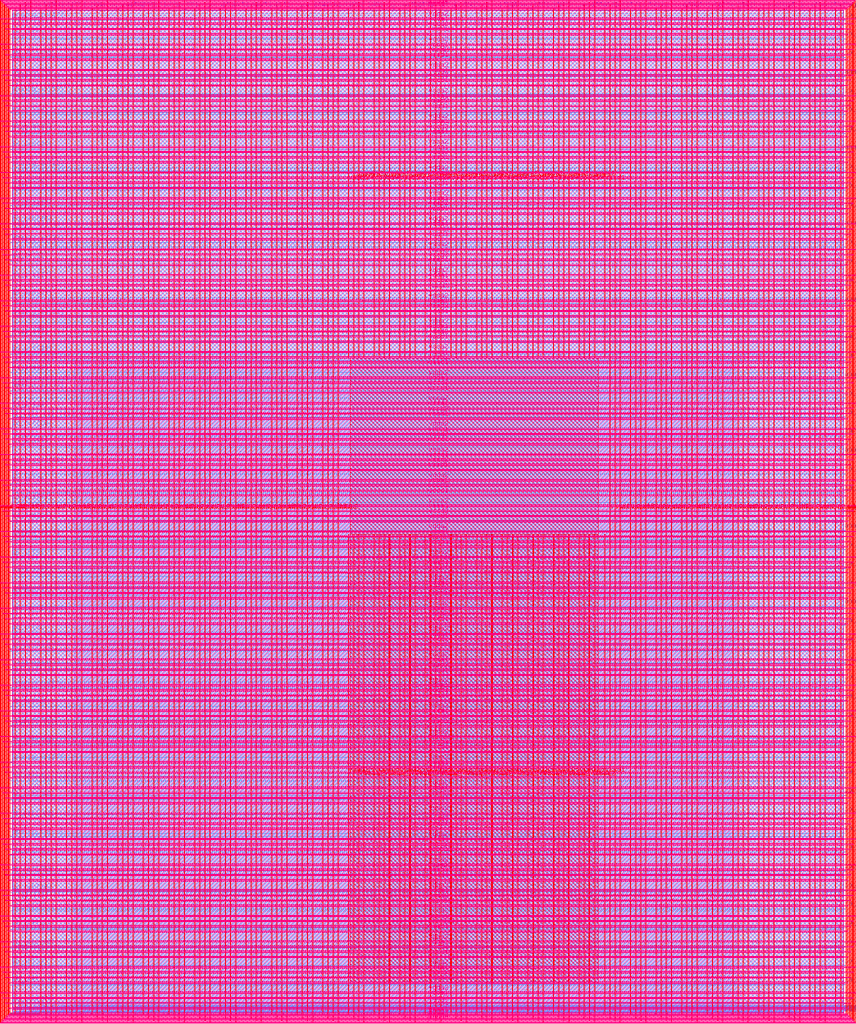
<source format=lef>
VERSION 5.7 ;
  NOWIREEXTENSIONATPIN ON ;
  DIVIDERCHAR "/" ;
  BUSBITCHARS "[]" ;
MACRO user_project_wrapper
  CLASS BLOCK ;
  FOREIGN user_project_wrapper ;
  ORIGIN 0.000 0.000 ;
  SIZE 2920.000 BY 3520.000 ;
  PIN analog_io[0]
    DIRECTION INOUT ;
    USE SIGNAL ;
    PORT
      LAYER met3 ;
        RECT 2917.600 1426.380 2924.800 1427.580 ;
    END
  END analog_io[0]
  PIN analog_io[10]
    DIRECTION INOUT ;
    USE SIGNAL ;
    PORT
      LAYER met2 ;
        RECT 2230.490 3517.600 2231.050 3524.800 ;
    END
  END analog_io[10]
  PIN analog_io[11]
    DIRECTION INOUT ;
    USE SIGNAL ;
    PORT
      LAYER met2 ;
        RECT 1905.730 3517.600 1906.290 3524.800 ;
    END
  END analog_io[11]
  PIN analog_io[12]
    DIRECTION INOUT ;
    USE SIGNAL ;
    PORT
      LAYER met2 ;
        RECT 1581.430 3517.600 1581.990 3524.800 ;
    END
  END analog_io[12]
  PIN analog_io[13]
    DIRECTION INOUT ;
    USE SIGNAL ;
    PORT
      LAYER met2 ;
        RECT 1257.130 3517.600 1257.690 3524.800 ;
    END
  END analog_io[13]
  PIN analog_io[14]
    DIRECTION INOUT ;
    USE SIGNAL ;
    PORT
      LAYER met2 ;
        RECT 932.370 3517.600 932.930 3524.800 ;
    END
  END analog_io[14]
  PIN analog_io[15]
    DIRECTION INOUT ;
    USE SIGNAL ;
    PORT
      LAYER met2 ;
        RECT 608.070 3517.600 608.630 3524.800 ;
    END
  END analog_io[15]
  PIN analog_io[16]
    DIRECTION INOUT ;
    USE SIGNAL ;
    PORT
      LAYER met2 ;
        RECT 283.770 3517.600 284.330 3524.800 ;
    END
  END analog_io[16]
  PIN analog_io[17]
    DIRECTION INOUT ;
    USE SIGNAL ;
    PORT
      LAYER met3 ;
        RECT -4.800 3486.100 2.400 3487.300 ;
    END
  END analog_io[17]
  PIN analog_io[18]
    DIRECTION INOUT ;
    USE SIGNAL ;
    PORT
      LAYER met3 ;
        RECT -4.800 3224.980 2.400 3226.180 ;
    END
  END analog_io[18]
  PIN analog_io[19]
    DIRECTION INOUT ;
    USE SIGNAL ;
    PORT
      LAYER met3 ;
        RECT -4.800 2964.540 2.400 2965.740 ;
    END
  END analog_io[19]
  PIN analog_io[1]
    DIRECTION INOUT ;
    USE SIGNAL ;
    PORT
      LAYER met3 ;
        RECT 2917.600 1692.260 2924.800 1693.460 ;
    END
  END analog_io[1]
  PIN analog_io[20]
    DIRECTION INOUT ;
    USE SIGNAL ;
    PORT
      LAYER met3 ;
        RECT -4.800 2703.420 2.400 2704.620 ;
    END
  END analog_io[20]
  PIN analog_io[21]
    DIRECTION INOUT ;
    USE SIGNAL ;
    PORT
      LAYER met3 ;
        RECT -4.800 2442.980 2.400 2444.180 ;
    END
  END analog_io[21]
  PIN analog_io[22]
    DIRECTION INOUT ;
    USE SIGNAL ;
    PORT
      LAYER met3 ;
        RECT -4.800 2182.540 2.400 2183.740 ;
    END
  END analog_io[22]
  PIN analog_io[23]
    DIRECTION INOUT ;
    USE SIGNAL ;
    PORT
      LAYER met3 ;
        RECT -4.800 1921.420 2.400 1922.620 ;
    END
  END analog_io[23]
  PIN analog_io[24]
    DIRECTION INOUT ;
    USE SIGNAL ;
    PORT
      LAYER met3 ;
        RECT -4.800 1660.980 2.400 1662.180 ;
    END
  END analog_io[24]
  PIN analog_io[25]
    DIRECTION INOUT ;
    USE SIGNAL ;
    PORT
      LAYER met3 ;
        RECT -4.800 1399.860 2.400 1401.060 ;
    END
  END analog_io[25]
  PIN analog_io[26]
    DIRECTION INOUT ;
    USE SIGNAL ;
    PORT
      LAYER met3 ;
        RECT -4.800 1139.420 2.400 1140.620 ;
    END
  END analog_io[26]
  PIN analog_io[27]
    DIRECTION INOUT ;
    USE SIGNAL ;
    PORT
      LAYER met3 ;
        RECT -4.800 878.980 2.400 880.180 ;
    END
  END analog_io[27]
  PIN analog_io[28]
    DIRECTION INOUT ;
    USE SIGNAL ;
    PORT
      LAYER met3 ;
        RECT -4.800 617.860 2.400 619.060 ;
    END
  END analog_io[28]
  PIN analog_io[2]
    DIRECTION INOUT ;
    USE SIGNAL ;
    PORT
      LAYER met3 ;
        RECT 2917.600 1958.140 2924.800 1959.340 ;
    END
  END analog_io[2]
  PIN analog_io[3]
    DIRECTION INOUT ;
    USE SIGNAL ;
    PORT
      LAYER met3 ;
        RECT 2917.600 2223.340 2924.800 2224.540 ;
    END
  END analog_io[3]
  PIN analog_io[4]
    DIRECTION INOUT ;
    USE SIGNAL ;
    PORT
      LAYER met3 ;
        RECT 2917.600 2489.220 2924.800 2490.420 ;
    END
  END analog_io[4]
  PIN analog_io[5]
    DIRECTION INOUT ;
    USE SIGNAL ;
    PORT
      LAYER met3 ;
        RECT 2917.600 2755.100 2924.800 2756.300 ;
    END
  END analog_io[5]
  PIN analog_io[6]
    DIRECTION INOUT ;
    USE SIGNAL ;
    PORT
      LAYER met3 ;
        RECT 2917.600 3020.300 2924.800 3021.500 ;
    END
  END analog_io[6]
  PIN analog_io[7]
    DIRECTION INOUT ;
    USE SIGNAL ;
    PORT
      LAYER met3 ;
        RECT 2917.600 3286.180 2924.800 3287.380 ;
    END
  END analog_io[7]
  PIN analog_io[8]
    DIRECTION INOUT ;
    USE SIGNAL ;
    PORT
      LAYER met2 ;
        RECT 2879.090 3517.600 2879.650 3524.800 ;
    END
  END analog_io[8]
  PIN analog_io[9]
    DIRECTION INOUT ;
    USE SIGNAL ;
    PORT
      LAYER met2 ;
        RECT 2554.790 3517.600 2555.350 3524.800 ;
    END
  END analog_io[9]
  PIN io_in[0]
    DIRECTION INPUT ;
    USE SIGNAL ;
    PORT
      LAYER met3 ;
        RECT 2917.600 32.380 2924.800 33.580 ;
    END
  END io_in[0]
  PIN io_in[10]
    DIRECTION INPUT ;
    USE SIGNAL ;
    PORT
      LAYER met3 ;
        RECT 2917.600 2289.980 2924.800 2291.180 ;
    END
  END io_in[10]
  PIN io_in[11]
    DIRECTION INPUT ;
    USE SIGNAL ;
    PORT
      LAYER met3 ;
        RECT 2917.600 2555.860 2924.800 2557.060 ;
    END
  END io_in[11]
  PIN io_in[12]
    DIRECTION INPUT ;
    USE SIGNAL ;
    PORT
      LAYER met3 ;
        RECT 2917.600 2821.060 2924.800 2822.260 ;
    END
  END io_in[12]
  PIN io_in[13]
    DIRECTION INPUT ;
    USE SIGNAL ;
    PORT
      LAYER met3 ;
        RECT 2917.600 3086.940 2924.800 3088.140 ;
    END
  END io_in[13]
  PIN io_in[14]
    DIRECTION INPUT ;
    USE SIGNAL ;
    PORT
      LAYER met3 ;
        RECT 2917.600 3352.820 2924.800 3354.020 ;
    END
  END io_in[14]
  PIN io_in[15]
    DIRECTION INPUT ;
    USE SIGNAL ;
    PORT
      LAYER met2 ;
        RECT 2798.130 3517.600 2798.690 3524.800 ;
    END
  END io_in[15]
  PIN io_in[16]
    DIRECTION INPUT ;
    USE SIGNAL ;
    PORT
      LAYER met2 ;
        RECT 2473.830 3517.600 2474.390 3524.800 ;
    END
  END io_in[16]
  PIN io_in[17]
    DIRECTION INPUT ;
    USE SIGNAL ;
    PORT
      LAYER met2 ;
        RECT 2149.070 3517.600 2149.630 3524.800 ;
    END
  END io_in[17]
  PIN io_in[18]
    DIRECTION INPUT ;
    USE SIGNAL ;
    PORT
      LAYER met2 ;
        RECT 1824.770 3517.600 1825.330 3524.800 ;
    END
  END io_in[18]
  PIN io_in[19]
    DIRECTION INPUT ;
    USE SIGNAL ;
    PORT
      LAYER met2 ;
        RECT 1500.470 3517.600 1501.030 3524.800 ;
    END
  END io_in[19]
  PIN io_in[1]
    DIRECTION INPUT ;
    USE SIGNAL ;
    PORT
      LAYER met3 ;
        RECT 2917.600 230.940 2924.800 232.140 ;
    END
  END io_in[1]
  PIN io_in[20]
    DIRECTION INPUT ;
    USE SIGNAL ;
    PORT
      LAYER met2 ;
        RECT 1175.710 3517.600 1176.270 3524.800 ;
    END
  END io_in[20]
  PIN io_in[21]
    DIRECTION INPUT ;
    USE SIGNAL ;
    PORT
      LAYER met2 ;
        RECT 851.410 3517.600 851.970 3524.800 ;
    END
  END io_in[21]
  PIN io_in[22]
    DIRECTION INPUT ;
    USE SIGNAL ;
    PORT
      LAYER met2 ;
        RECT 527.110 3517.600 527.670 3524.800 ;
    END
  END io_in[22]
  PIN io_in[23]
    DIRECTION INPUT ;
    USE SIGNAL ;
    PORT
      LAYER met2 ;
        RECT 202.350 3517.600 202.910 3524.800 ;
    END
  END io_in[23]
  PIN io_in[24]
    DIRECTION INPUT ;
    USE SIGNAL ;
    PORT
      LAYER met3 ;
        RECT -4.800 3420.820 2.400 3422.020 ;
    END
  END io_in[24]
  PIN io_in[25]
    DIRECTION INPUT ;
    USE SIGNAL ;
    PORT
      LAYER met3 ;
        RECT -4.800 3159.700 2.400 3160.900 ;
    END
  END io_in[25]
  PIN io_in[26]
    DIRECTION INPUT ;
    USE SIGNAL ;
    PORT
      LAYER met3 ;
        RECT -4.800 2899.260 2.400 2900.460 ;
    END
  END io_in[26]
  PIN io_in[27]
    DIRECTION INPUT ;
    USE SIGNAL ;
    PORT
      LAYER met3 ;
        RECT -4.800 2638.820 2.400 2640.020 ;
    END
  END io_in[27]
  PIN io_in[28]
    DIRECTION INPUT ;
    USE SIGNAL ;
    PORT
      LAYER met3 ;
        RECT -4.800 2377.700 2.400 2378.900 ;
    END
  END io_in[28]
  PIN io_in[29]
    DIRECTION INPUT ;
    USE SIGNAL ;
    PORT
      LAYER met3 ;
        RECT -4.800 2117.260 2.400 2118.460 ;
    END
  END io_in[29]
  PIN io_in[2]
    DIRECTION INPUT ;
    USE SIGNAL ;
    PORT
      LAYER met3 ;
        RECT 2917.600 430.180 2924.800 431.380 ;
    END
  END io_in[2]
  PIN io_in[30]
    DIRECTION INPUT ;
    USE SIGNAL ;
    PORT
      LAYER met3 ;
        RECT -4.800 1856.140 2.400 1857.340 ;
    END
  END io_in[30]
  PIN io_in[31]
    DIRECTION INPUT ;
    USE SIGNAL ;
    PORT
      LAYER met3 ;
        RECT -4.800 1595.700 2.400 1596.900 ;
    END
  END io_in[31]
  PIN io_in[32]
    DIRECTION INPUT ;
    USE SIGNAL ;
    PORT
      LAYER met3 ;
        RECT -4.800 1335.260 2.400 1336.460 ;
    END
  END io_in[32]
  PIN io_in[33]
    DIRECTION INPUT ;
    USE SIGNAL ;
    PORT
      LAYER met3 ;
        RECT -4.800 1074.140 2.400 1075.340 ;
    END
  END io_in[33]
  PIN io_in[34]
    DIRECTION INPUT ;
    USE SIGNAL ;
    PORT
      LAYER met3 ;
        RECT -4.800 813.700 2.400 814.900 ;
    END
  END io_in[34]
  PIN io_in[35]
    DIRECTION INPUT ;
    USE SIGNAL ;
    PORT
      LAYER met3 ;
        RECT -4.800 552.580 2.400 553.780 ;
    END
  END io_in[35]
  PIN io_in[36]
    DIRECTION INPUT ;
    USE SIGNAL ;
    PORT
      LAYER met3 ;
        RECT -4.800 357.420 2.400 358.620 ;
    END
  END io_in[36]
  PIN io_in[37]
    DIRECTION INPUT ;
    USE SIGNAL ;
    PORT
      LAYER met3 ;
        RECT -4.800 161.580 2.400 162.780 ;
    END
  END io_in[37]
  PIN io_in[3]
    DIRECTION INPUT ;
    USE SIGNAL ;
    PORT
      LAYER met3 ;
        RECT 2917.600 629.420 2924.800 630.620 ;
    END
  END io_in[3]
  PIN io_in[4]
    DIRECTION INPUT ;
    USE SIGNAL ;
    PORT
      LAYER met3 ;
        RECT 2917.600 828.660 2924.800 829.860 ;
    END
  END io_in[4]
  PIN io_in[5]
    DIRECTION INPUT ;
    USE SIGNAL ;
    PORT
      LAYER met3 ;
        RECT 2917.600 1027.900 2924.800 1029.100 ;
    END
  END io_in[5]
  PIN io_in[6]
    DIRECTION INPUT ;
    USE SIGNAL ;
    PORT
      LAYER met3 ;
        RECT 2917.600 1227.140 2924.800 1228.340 ;
    END
  END io_in[6]
  PIN io_in[7]
    DIRECTION INPUT ;
    USE SIGNAL ;
    PORT
      LAYER met3 ;
        RECT 2917.600 1493.020 2924.800 1494.220 ;
    END
  END io_in[7]
  PIN io_in[8]
    DIRECTION INPUT ;
    USE SIGNAL ;
    PORT
      LAYER met3 ;
        RECT 2917.600 1758.900 2924.800 1760.100 ;
    END
  END io_in[8]
  PIN io_in[9]
    DIRECTION INPUT ;
    USE SIGNAL ;
    PORT
      LAYER met3 ;
        RECT 2917.600 2024.100 2924.800 2025.300 ;
    END
  END io_in[9]
  PIN io_oeb[0]
    DIRECTION OUTPUT TRISTATE ;
    USE SIGNAL ;
    PORT
      LAYER met3 ;
        RECT 2917.600 164.980 2924.800 166.180 ;
    END
  END io_oeb[0]
  PIN io_oeb[10]
    DIRECTION OUTPUT TRISTATE ;
    USE SIGNAL ;
    PORT
      LAYER met3 ;
        RECT 2917.600 2422.580 2924.800 2423.780 ;
    END
  END io_oeb[10]
  PIN io_oeb[11]
    DIRECTION OUTPUT TRISTATE ;
    USE SIGNAL ;
    PORT
      LAYER met3 ;
        RECT 2917.600 2688.460 2924.800 2689.660 ;
    END
  END io_oeb[11]
  PIN io_oeb[12]
    DIRECTION OUTPUT TRISTATE ;
    USE SIGNAL ;
    PORT
      LAYER met3 ;
        RECT 2917.600 2954.340 2924.800 2955.540 ;
    END
  END io_oeb[12]
  PIN io_oeb[13]
    DIRECTION OUTPUT TRISTATE ;
    USE SIGNAL ;
    PORT
      LAYER met3 ;
        RECT 2917.600 3219.540 2924.800 3220.740 ;
    END
  END io_oeb[13]
  PIN io_oeb[14]
    DIRECTION OUTPUT TRISTATE ;
    USE SIGNAL ;
    PORT
      LAYER met3 ;
        RECT 2917.600 3485.420 2924.800 3486.620 ;
    END
  END io_oeb[14]
  PIN io_oeb[15]
    DIRECTION OUTPUT TRISTATE ;
    USE SIGNAL ;
    PORT
      LAYER met2 ;
        RECT 2635.750 3517.600 2636.310 3524.800 ;
    END
  END io_oeb[15]
  PIN io_oeb[16]
    DIRECTION OUTPUT TRISTATE ;
    USE SIGNAL ;
    PORT
      LAYER met2 ;
        RECT 2311.450 3517.600 2312.010 3524.800 ;
    END
  END io_oeb[16]
  PIN io_oeb[17]
    DIRECTION OUTPUT TRISTATE ;
    USE SIGNAL ;
    PORT
      LAYER met2 ;
        RECT 1987.150 3517.600 1987.710 3524.800 ;
    END
  END io_oeb[17]
  PIN io_oeb[18]
    DIRECTION OUTPUT TRISTATE ;
    USE SIGNAL ;
    PORT
      LAYER met2 ;
        RECT 1662.390 3517.600 1662.950 3524.800 ;
    END
  END io_oeb[18]
  PIN io_oeb[19]
    DIRECTION OUTPUT TRISTATE ;
    USE SIGNAL ;
    PORT
      LAYER met2 ;
        RECT 1338.090 3517.600 1338.650 3524.800 ;
    END
  END io_oeb[19]
  PIN io_oeb[1]
    DIRECTION OUTPUT TRISTATE ;
    USE SIGNAL ;
    PORT
      LAYER met3 ;
        RECT 2917.600 364.220 2924.800 365.420 ;
    END
  END io_oeb[1]
  PIN io_oeb[20]
    DIRECTION OUTPUT TRISTATE ;
    USE SIGNAL ;
    PORT
      LAYER met2 ;
        RECT 1013.790 3517.600 1014.350 3524.800 ;
    END
  END io_oeb[20]
  PIN io_oeb[21]
    DIRECTION OUTPUT TRISTATE ;
    USE SIGNAL ;
    PORT
      LAYER met2 ;
        RECT 689.030 3517.600 689.590 3524.800 ;
    END
  END io_oeb[21]
  PIN io_oeb[22]
    DIRECTION OUTPUT TRISTATE ;
    USE SIGNAL ;
    PORT
      LAYER met2 ;
        RECT 364.730 3517.600 365.290 3524.800 ;
    END
  END io_oeb[22]
  PIN io_oeb[23]
    DIRECTION OUTPUT TRISTATE ;
    USE SIGNAL ;
    PORT
      LAYER met2 ;
        RECT 40.430 3517.600 40.990 3524.800 ;
    END
  END io_oeb[23]
  PIN io_oeb[24]
    DIRECTION OUTPUT TRISTATE ;
    USE SIGNAL ;
    PORT
      LAYER met3 ;
        RECT -4.800 3290.260 2.400 3291.460 ;
    END
  END io_oeb[24]
  PIN io_oeb[25]
    DIRECTION OUTPUT TRISTATE ;
    USE SIGNAL ;
    PORT
      LAYER met3 ;
        RECT -4.800 3029.820 2.400 3031.020 ;
    END
  END io_oeb[25]
  PIN io_oeb[26]
    DIRECTION OUTPUT TRISTATE ;
    USE SIGNAL ;
    PORT
      LAYER met3 ;
        RECT -4.800 2768.700 2.400 2769.900 ;
    END
  END io_oeb[26]
  PIN io_oeb[27]
    DIRECTION OUTPUT TRISTATE ;
    USE SIGNAL ;
    PORT
      LAYER met3 ;
        RECT -4.800 2508.260 2.400 2509.460 ;
    END
  END io_oeb[27]
  PIN io_oeb[28]
    DIRECTION OUTPUT TRISTATE ;
    USE SIGNAL ;
    PORT
      LAYER met3 ;
        RECT -4.800 2247.140 2.400 2248.340 ;
    END
  END io_oeb[28]
  PIN io_oeb[29]
    DIRECTION OUTPUT TRISTATE ;
    USE SIGNAL ;
    PORT
      LAYER met3 ;
        RECT -4.800 1986.700 2.400 1987.900 ;
    END
  END io_oeb[29]
  PIN io_oeb[2]
    DIRECTION OUTPUT TRISTATE ;
    USE SIGNAL ;
    PORT
      LAYER met3 ;
        RECT 2917.600 563.460 2924.800 564.660 ;
    END
  END io_oeb[2]
  PIN io_oeb[30]
    DIRECTION OUTPUT TRISTATE ;
    USE SIGNAL ;
    PORT
      LAYER met3 ;
        RECT -4.800 1726.260 2.400 1727.460 ;
    END
  END io_oeb[30]
  PIN io_oeb[31]
    DIRECTION OUTPUT TRISTATE ;
    USE SIGNAL ;
    PORT
      LAYER met3 ;
        RECT -4.800 1465.140 2.400 1466.340 ;
    END
  END io_oeb[31]
  PIN io_oeb[32]
    DIRECTION OUTPUT TRISTATE ;
    USE SIGNAL ;
    PORT
      LAYER met3 ;
        RECT -4.800 1204.700 2.400 1205.900 ;
    END
  END io_oeb[32]
  PIN io_oeb[33]
    DIRECTION OUTPUT TRISTATE ;
    USE SIGNAL ;
    PORT
      LAYER met3 ;
        RECT -4.800 943.580 2.400 944.780 ;
    END
  END io_oeb[33]
  PIN io_oeb[34]
    DIRECTION OUTPUT TRISTATE ;
    USE SIGNAL ;
    PORT
      LAYER met3 ;
        RECT -4.800 683.140 2.400 684.340 ;
    END
  END io_oeb[34]
  PIN io_oeb[35]
    DIRECTION OUTPUT TRISTATE ;
    USE SIGNAL ;
    PORT
      LAYER met3 ;
        RECT -4.800 422.700 2.400 423.900 ;
    END
  END io_oeb[35]
  PIN io_oeb[36]
    DIRECTION OUTPUT TRISTATE ;
    USE SIGNAL ;
    PORT
      LAYER met3 ;
        RECT -4.800 226.860 2.400 228.060 ;
    END
  END io_oeb[36]
  PIN io_oeb[37]
    DIRECTION OUTPUT TRISTATE ;
    USE SIGNAL ;
    PORT
      LAYER met3 ;
        RECT -4.800 31.700 2.400 32.900 ;
    END
  END io_oeb[37]
  PIN io_oeb[3]
    DIRECTION OUTPUT TRISTATE ;
    USE SIGNAL ;
    PORT
      LAYER met3 ;
        RECT 2917.600 762.700 2924.800 763.900 ;
    END
  END io_oeb[3]
  PIN io_oeb[4]
    DIRECTION OUTPUT TRISTATE ;
    USE SIGNAL ;
    PORT
      LAYER met3 ;
        RECT 2917.600 961.940 2924.800 963.140 ;
    END
  END io_oeb[4]
  PIN io_oeb[5]
    DIRECTION OUTPUT TRISTATE ;
    USE SIGNAL ;
    PORT
      LAYER met3 ;
        RECT 2917.600 1161.180 2924.800 1162.380 ;
    END
  END io_oeb[5]
  PIN io_oeb[6]
    DIRECTION OUTPUT TRISTATE ;
    USE SIGNAL ;
    PORT
      LAYER met3 ;
        RECT 2917.600 1360.420 2924.800 1361.620 ;
    END
  END io_oeb[6]
  PIN io_oeb[7]
    DIRECTION OUTPUT TRISTATE ;
    USE SIGNAL ;
    PORT
      LAYER met3 ;
        RECT 2917.600 1625.620 2924.800 1626.820 ;
    END
  END io_oeb[7]
  PIN io_oeb[8]
    DIRECTION OUTPUT TRISTATE ;
    USE SIGNAL ;
    PORT
      LAYER met3 ;
        RECT 2917.600 1891.500 2924.800 1892.700 ;
    END
  END io_oeb[8]
  PIN io_oeb[9]
    DIRECTION OUTPUT TRISTATE ;
    USE SIGNAL ;
    PORT
      LAYER met3 ;
        RECT 2917.600 2157.380 2924.800 2158.580 ;
    END
  END io_oeb[9]
  PIN io_out[0]
    DIRECTION OUTPUT TRISTATE ;
    USE SIGNAL ;
    PORT
      LAYER met3 ;
        RECT 2917.600 98.340 2924.800 99.540 ;
    END
  END io_out[0]
  PIN io_out[10]
    DIRECTION OUTPUT TRISTATE ;
    USE SIGNAL ;
    PORT
      LAYER met3 ;
        RECT 2917.600 2356.620 2924.800 2357.820 ;
    END
  END io_out[10]
  PIN io_out[11]
    DIRECTION OUTPUT TRISTATE ;
    USE SIGNAL ;
    PORT
      LAYER met3 ;
        RECT 2917.600 2621.820 2924.800 2623.020 ;
    END
  END io_out[11]
  PIN io_out[12]
    DIRECTION OUTPUT TRISTATE ;
    USE SIGNAL ;
    PORT
      LAYER met3 ;
        RECT 2917.600 2887.700 2924.800 2888.900 ;
    END
  END io_out[12]
  PIN io_out[13]
    DIRECTION OUTPUT TRISTATE ;
    USE SIGNAL ;
    PORT
      LAYER met3 ;
        RECT 2917.600 3153.580 2924.800 3154.780 ;
    END
  END io_out[13]
  PIN io_out[14]
    DIRECTION OUTPUT TRISTATE ;
    USE SIGNAL ;
    PORT
      LAYER met3 ;
        RECT 2917.600 3418.780 2924.800 3419.980 ;
    END
  END io_out[14]
  PIN io_out[15]
    DIRECTION OUTPUT TRISTATE ;
    USE SIGNAL ;
    PORT
      LAYER met2 ;
        RECT 2717.170 3517.600 2717.730 3524.800 ;
    END
  END io_out[15]
  PIN io_out[16]
    DIRECTION OUTPUT TRISTATE ;
    USE SIGNAL ;
    PORT
      LAYER met2 ;
        RECT 2392.410 3517.600 2392.970 3524.800 ;
    END
  END io_out[16]
  PIN io_out[17]
    DIRECTION OUTPUT TRISTATE ;
    USE SIGNAL ;
    PORT
      LAYER met2 ;
        RECT 2068.110 3517.600 2068.670 3524.800 ;
    END
  END io_out[17]
  PIN io_out[18]
    DIRECTION OUTPUT TRISTATE ;
    USE SIGNAL ;
    PORT
      LAYER met2 ;
        RECT 1743.810 3517.600 1744.370 3524.800 ;
    END
  END io_out[18]
  PIN io_out[19]
    DIRECTION OUTPUT TRISTATE ;
    USE SIGNAL ;
    PORT
      LAYER met2 ;
        RECT 1419.050 3517.600 1419.610 3524.800 ;
    END
  END io_out[19]
  PIN io_out[1]
    DIRECTION OUTPUT TRISTATE ;
    USE SIGNAL ;
    PORT
      LAYER met3 ;
        RECT 2917.600 297.580 2924.800 298.780 ;
    END
  END io_out[1]
  PIN io_out[20]
    DIRECTION OUTPUT TRISTATE ;
    USE SIGNAL ;
    PORT
      LAYER met2 ;
        RECT 1094.750 3517.600 1095.310 3524.800 ;
    END
  END io_out[20]
  PIN io_out[21]
    DIRECTION OUTPUT TRISTATE ;
    USE SIGNAL ;
    PORT
      LAYER met2 ;
        RECT 770.450 3517.600 771.010 3524.800 ;
    END
  END io_out[21]
  PIN io_out[22]
    DIRECTION OUTPUT TRISTATE ;
    USE SIGNAL ;
    PORT
      LAYER met2 ;
        RECT 445.690 3517.600 446.250 3524.800 ;
    END
  END io_out[22]
  PIN io_out[23]
    DIRECTION OUTPUT TRISTATE ;
    USE SIGNAL ;
    PORT
      LAYER met2 ;
        RECT 121.390 3517.600 121.950 3524.800 ;
    END
  END io_out[23]
  PIN io_out[24]
    DIRECTION OUTPUT TRISTATE ;
    USE SIGNAL ;
    PORT
      LAYER met3 ;
        RECT -4.800 3355.540 2.400 3356.740 ;
    END
  END io_out[24]
  PIN io_out[25]
    DIRECTION OUTPUT TRISTATE ;
    USE SIGNAL ;
    PORT
      LAYER met3 ;
        RECT -4.800 3095.100 2.400 3096.300 ;
    END
  END io_out[25]
  PIN io_out[26]
    DIRECTION OUTPUT TRISTATE ;
    USE SIGNAL ;
    PORT
      LAYER met3 ;
        RECT -4.800 2833.980 2.400 2835.180 ;
    END
  END io_out[26]
  PIN io_out[27]
    DIRECTION OUTPUT TRISTATE ;
    USE SIGNAL ;
    PORT
      LAYER met3 ;
        RECT -4.800 2573.540 2.400 2574.740 ;
    END
  END io_out[27]
  PIN io_out[28]
    DIRECTION OUTPUT TRISTATE ;
    USE SIGNAL ;
    PORT
      LAYER met3 ;
        RECT -4.800 2312.420 2.400 2313.620 ;
    END
  END io_out[28]
  PIN io_out[29]
    DIRECTION OUTPUT TRISTATE ;
    USE SIGNAL ;
    PORT
      LAYER met3 ;
        RECT -4.800 2051.980 2.400 2053.180 ;
    END
  END io_out[29]
  PIN io_out[2]
    DIRECTION OUTPUT TRISTATE ;
    USE SIGNAL ;
    PORT
      LAYER met3 ;
        RECT 2917.600 496.820 2924.800 498.020 ;
    END
  END io_out[2]
  PIN io_out[30]
    DIRECTION OUTPUT TRISTATE ;
    USE SIGNAL ;
    PORT
      LAYER met3 ;
        RECT -4.800 1791.540 2.400 1792.740 ;
    END
  END io_out[30]
  PIN io_out[31]
    DIRECTION OUTPUT TRISTATE ;
    USE SIGNAL ;
    PORT
      LAYER met3 ;
        RECT -4.800 1530.420 2.400 1531.620 ;
    END
  END io_out[31]
  PIN io_out[32]
    DIRECTION OUTPUT TRISTATE ;
    USE SIGNAL ;
    PORT
      LAYER met3 ;
        RECT -4.800 1269.980 2.400 1271.180 ;
    END
  END io_out[32]
  PIN io_out[33]
    DIRECTION OUTPUT TRISTATE ;
    USE SIGNAL ;
    PORT
      LAYER met3 ;
        RECT -4.800 1008.860 2.400 1010.060 ;
    END
  END io_out[33]
  PIN io_out[34]
    DIRECTION OUTPUT TRISTATE ;
    USE SIGNAL ;
    PORT
      LAYER met3 ;
        RECT -4.800 748.420 2.400 749.620 ;
    END
  END io_out[34]
  PIN io_out[35]
    DIRECTION OUTPUT TRISTATE ;
    USE SIGNAL ;
    PORT
      LAYER met3 ;
        RECT -4.800 487.300 2.400 488.500 ;
    END
  END io_out[35]
  PIN io_out[36]
    DIRECTION OUTPUT TRISTATE ;
    USE SIGNAL ;
    PORT
      LAYER met3 ;
        RECT -4.800 292.140 2.400 293.340 ;
    END
  END io_out[36]
  PIN io_out[37]
    DIRECTION OUTPUT TRISTATE ;
    USE SIGNAL ;
    PORT
      LAYER met3 ;
        RECT -4.800 96.300 2.400 97.500 ;
    END
  END io_out[37]
  PIN io_out[3]
    DIRECTION OUTPUT TRISTATE ;
    USE SIGNAL ;
    PORT
      LAYER met3 ;
        RECT 2917.600 696.060 2924.800 697.260 ;
    END
  END io_out[3]
  PIN io_out[4]
    DIRECTION OUTPUT TRISTATE ;
    USE SIGNAL ;
    PORT
      LAYER met3 ;
        RECT 2917.600 895.300 2924.800 896.500 ;
    END
  END io_out[4]
  PIN io_out[5]
    DIRECTION OUTPUT TRISTATE ;
    USE SIGNAL ;
    PORT
      LAYER met3 ;
        RECT 2917.600 1094.540 2924.800 1095.740 ;
    END
  END io_out[5]
  PIN io_out[6]
    DIRECTION OUTPUT TRISTATE ;
    USE SIGNAL ;
    PORT
      LAYER met3 ;
        RECT 2917.600 1293.780 2924.800 1294.980 ;
    END
  END io_out[6]
  PIN io_out[7]
    DIRECTION OUTPUT TRISTATE ;
    USE SIGNAL ;
    PORT
      LAYER met3 ;
        RECT 2917.600 1559.660 2924.800 1560.860 ;
    END
  END io_out[7]
  PIN io_out[8]
    DIRECTION OUTPUT TRISTATE ;
    USE SIGNAL ;
    PORT
      LAYER met3 ;
        RECT 2917.600 1824.860 2924.800 1826.060 ;
    END
  END io_out[8]
  PIN io_out[9]
    DIRECTION OUTPUT TRISTATE ;
    USE SIGNAL ;
    PORT
      LAYER met3 ;
        RECT 2917.600 2090.740 2924.800 2091.940 ;
    END
  END io_out[9]
  PIN la_data_in[0]
    DIRECTION INPUT ;
    USE SIGNAL ;
    PORT
      LAYER met2 ;
        RECT 629.230 -4.800 629.790 2.400 ;
    END
  END la_data_in[0]
  PIN la_data_in[100]
    DIRECTION INPUT ;
    USE SIGNAL ;
    PORT
      LAYER met2 ;
        RECT 2402.530 -4.800 2403.090 2.400 ;
    END
  END la_data_in[100]
  PIN la_data_in[101]
    DIRECTION INPUT ;
    USE SIGNAL ;
    PORT
      LAYER met2 ;
        RECT 2420.010 -4.800 2420.570 2.400 ;
    END
  END la_data_in[101]
  PIN la_data_in[102]
    DIRECTION INPUT ;
    USE SIGNAL ;
    PORT
      LAYER met2 ;
        RECT 2437.950 -4.800 2438.510 2.400 ;
    END
  END la_data_in[102]
  PIN la_data_in[103]
    DIRECTION INPUT ;
    USE SIGNAL ;
    PORT
      LAYER met2 ;
        RECT 2455.430 -4.800 2455.990 2.400 ;
    END
  END la_data_in[103]
  PIN la_data_in[104]
    DIRECTION INPUT ;
    USE SIGNAL ;
    PORT
      LAYER met2 ;
        RECT 2473.370 -4.800 2473.930 2.400 ;
    END
  END la_data_in[104]
  PIN la_data_in[105]
    DIRECTION INPUT ;
    USE SIGNAL ;
    PORT
      LAYER met2 ;
        RECT 2490.850 -4.800 2491.410 2.400 ;
    END
  END la_data_in[105]
  PIN la_data_in[106]
    DIRECTION INPUT ;
    USE SIGNAL ;
    PORT
      LAYER met2 ;
        RECT 2508.790 -4.800 2509.350 2.400 ;
    END
  END la_data_in[106]
  PIN la_data_in[107]
    DIRECTION INPUT ;
    USE SIGNAL ;
    PORT
      LAYER met2 ;
        RECT 2526.730 -4.800 2527.290 2.400 ;
    END
  END la_data_in[107]
  PIN la_data_in[108]
    DIRECTION INPUT ;
    USE SIGNAL ;
    PORT
      LAYER met2 ;
        RECT 2544.210 -4.800 2544.770 2.400 ;
    END
  END la_data_in[108]
  PIN la_data_in[109]
    DIRECTION INPUT ;
    USE SIGNAL ;
    PORT
      LAYER met2 ;
        RECT 2562.150 -4.800 2562.710 2.400 ;
    END
  END la_data_in[109]
  PIN la_data_in[10]
    DIRECTION INPUT ;
    USE SIGNAL ;
    PORT
      LAYER met2 ;
        RECT 806.330 -4.800 806.890 2.400 ;
    END
  END la_data_in[10]
  PIN la_data_in[110]
    DIRECTION INPUT ;
    USE SIGNAL ;
    PORT
      LAYER met2 ;
        RECT 2579.630 -4.800 2580.190 2.400 ;
    END
  END la_data_in[110]
  PIN la_data_in[111]
    DIRECTION INPUT ;
    USE SIGNAL ;
    PORT
      LAYER met2 ;
        RECT 2597.570 -4.800 2598.130 2.400 ;
    END
  END la_data_in[111]
  PIN la_data_in[112]
    DIRECTION INPUT ;
    USE SIGNAL ;
    PORT
      LAYER met2 ;
        RECT 2615.050 -4.800 2615.610 2.400 ;
    END
  END la_data_in[112]
  PIN la_data_in[113]
    DIRECTION INPUT ;
    USE SIGNAL ;
    PORT
      LAYER met2 ;
        RECT 2632.990 -4.800 2633.550 2.400 ;
    END
  END la_data_in[113]
  PIN la_data_in[114]
    DIRECTION INPUT ;
    USE SIGNAL ;
    PORT
      LAYER met2 ;
        RECT 2650.470 -4.800 2651.030 2.400 ;
    END
  END la_data_in[114]
  PIN la_data_in[115]
    DIRECTION INPUT ;
    USE SIGNAL ;
    PORT
      LAYER met2 ;
        RECT 2668.410 -4.800 2668.970 2.400 ;
    END
  END la_data_in[115]
  PIN la_data_in[116]
    DIRECTION INPUT ;
    USE SIGNAL ;
    PORT
      LAYER met2 ;
        RECT 2685.890 -4.800 2686.450 2.400 ;
    END
  END la_data_in[116]
  PIN la_data_in[117]
    DIRECTION INPUT ;
    USE SIGNAL ;
    PORT
      LAYER met2 ;
        RECT 2703.830 -4.800 2704.390 2.400 ;
    END
  END la_data_in[117]
  PIN la_data_in[118]
    DIRECTION INPUT ;
    USE SIGNAL ;
    PORT
      LAYER met2 ;
        RECT 2721.770 -4.800 2722.330 2.400 ;
    END
  END la_data_in[118]
  PIN la_data_in[119]
    DIRECTION INPUT ;
    USE SIGNAL ;
    PORT
      LAYER met2 ;
        RECT 2739.250 -4.800 2739.810 2.400 ;
    END
  END la_data_in[119]
  PIN la_data_in[11]
    DIRECTION INPUT ;
    USE SIGNAL ;
    PORT
      LAYER met2 ;
        RECT 824.270 -4.800 824.830 2.400 ;
    END
  END la_data_in[11]
  PIN la_data_in[120]
    DIRECTION INPUT ;
    USE SIGNAL ;
    PORT
      LAYER met2 ;
        RECT 2757.190 -4.800 2757.750 2.400 ;
    END
  END la_data_in[120]
  PIN la_data_in[121]
    DIRECTION INPUT ;
    USE SIGNAL ;
    PORT
      LAYER met2 ;
        RECT 2774.670 -4.800 2775.230 2.400 ;
    END
  END la_data_in[121]
  PIN la_data_in[122]
    DIRECTION INPUT ;
    USE SIGNAL ;
    PORT
      LAYER met2 ;
        RECT 2792.610 -4.800 2793.170 2.400 ;
    END
  END la_data_in[122]
  PIN la_data_in[123]
    DIRECTION INPUT ;
    USE SIGNAL ;
    PORT
      LAYER met2 ;
        RECT 2810.090 -4.800 2810.650 2.400 ;
    END
  END la_data_in[123]
  PIN la_data_in[124]
    DIRECTION INPUT ;
    USE SIGNAL ;
    PORT
      LAYER met2 ;
        RECT 2828.030 -4.800 2828.590 2.400 ;
    END
  END la_data_in[124]
  PIN la_data_in[125]
    DIRECTION INPUT ;
    USE SIGNAL ;
    PORT
      LAYER met2 ;
        RECT 2845.510 -4.800 2846.070 2.400 ;
    END
  END la_data_in[125]
  PIN la_data_in[126]
    DIRECTION INPUT ;
    USE SIGNAL ;
    PORT
      LAYER met2 ;
        RECT 2863.450 -4.800 2864.010 2.400 ;
    END
  END la_data_in[126]
  PIN la_data_in[127]
    DIRECTION INPUT ;
    USE SIGNAL ;
    PORT
      LAYER met2 ;
        RECT 2881.390 -4.800 2881.950 2.400 ;
    END
  END la_data_in[127]
  PIN la_data_in[12]
    DIRECTION INPUT ;
    USE SIGNAL ;
    PORT
      LAYER met2 ;
        RECT 841.750 -4.800 842.310 2.400 ;
    END
  END la_data_in[12]
  PIN la_data_in[13]
    DIRECTION INPUT ;
    USE SIGNAL ;
    PORT
      LAYER met2 ;
        RECT 859.690 -4.800 860.250 2.400 ;
    END
  END la_data_in[13]
  PIN la_data_in[14]
    DIRECTION INPUT ;
    USE SIGNAL ;
    PORT
      LAYER met2 ;
        RECT 877.170 -4.800 877.730 2.400 ;
    END
  END la_data_in[14]
  PIN la_data_in[15]
    DIRECTION INPUT ;
    USE SIGNAL ;
    PORT
      LAYER met2 ;
        RECT 895.110 -4.800 895.670 2.400 ;
    END
  END la_data_in[15]
  PIN la_data_in[16]
    DIRECTION INPUT ;
    USE SIGNAL ;
    PORT
      LAYER met2 ;
        RECT 912.590 -4.800 913.150 2.400 ;
    END
  END la_data_in[16]
  PIN la_data_in[17]
    DIRECTION INPUT ;
    USE SIGNAL ;
    PORT
      LAYER met2 ;
        RECT 930.530 -4.800 931.090 2.400 ;
    END
  END la_data_in[17]
  PIN la_data_in[18]
    DIRECTION INPUT ;
    USE SIGNAL ;
    PORT
      LAYER met2 ;
        RECT 948.470 -4.800 949.030 2.400 ;
    END
  END la_data_in[18]
  PIN la_data_in[19]
    DIRECTION INPUT ;
    USE SIGNAL ;
    PORT
      LAYER met2 ;
        RECT 965.950 -4.800 966.510 2.400 ;
    END
  END la_data_in[19]
  PIN la_data_in[1]
    DIRECTION INPUT ;
    USE SIGNAL ;
    PORT
      LAYER met2 ;
        RECT 646.710 -4.800 647.270 2.400 ;
    END
  END la_data_in[1]
  PIN la_data_in[20]
    DIRECTION INPUT ;
    USE SIGNAL ;
    PORT
      LAYER met2 ;
        RECT 983.890 -4.800 984.450 2.400 ;
    END
  END la_data_in[20]
  PIN la_data_in[21]
    DIRECTION INPUT ;
    USE SIGNAL ;
    PORT
      LAYER met2 ;
        RECT 1001.370 -4.800 1001.930 2.400 ;
    END
  END la_data_in[21]
  PIN la_data_in[22]
    DIRECTION INPUT ;
    USE SIGNAL ;
    PORT
      LAYER met2 ;
        RECT 1019.310 -4.800 1019.870 2.400 ;
    END
  END la_data_in[22]
  PIN la_data_in[23]
    DIRECTION INPUT ;
    USE SIGNAL ;
    PORT
      LAYER met2 ;
        RECT 1036.790 -4.800 1037.350 2.400 ;
    END
  END la_data_in[23]
  PIN la_data_in[24]
    DIRECTION INPUT ;
    USE SIGNAL ;
    PORT
      LAYER met2 ;
        RECT 1054.730 -4.800 1055.290 2.400 ;
    END
  END la_data_in[24]
  PIN la_data_in[25]
    DIRECTION INPUT ;
    USE SIGNAL ;
    PORT
      LAYER met2 ;
        RECT 1072.210 -4.800 1072.770 2.400 ;
    END
  END la_data_in[25]
  PIN la_data_in[26]
    DIRECTION INPUT ;
    USE SIGNAL ;
    PORT
      LAYER met2 ;
        RECT 1090.150 -4.800 1090.710 2.400 ;
    END
  END la_data_in[26]
  PIN la_data_in[27]
    DIRECTION INPUT ;
    USE SIGNAL ;
    PORT
      LAYER met2 ;
        RECT 1107.630 -4.800 1108.190 2.400 ;
    END
  END la_data_in[27]
  PIN la_data_in[28]
    DIRECTION INPUT ;
    USE SIGNAL ;
    PORT
      LAYER met2 ;
        RECT 1125.570 -4.800 1126.130 2.400 ;
    END
  END la_data_in[28]
  PIN la_data_in[29]
    DIRECTION INPUT ;
    USE SIGNAL ;
    PORT
      LAYER met2 ;
        RECT 1143.510 -4.800 1144.070 2.400 ;
    END
  END la_data_in[29]
  PIN la_data_in[2]
    DIRECTION INPUT ;
    USE SIGNAL ;
    PORT
      LAYER met2 ;
        RECT 664.650 -4.800 665.210 2.400 ;
    END
  END la_data_in[2]
  PIN la_data_in[30]
    DIRECTION INPUT ;
    USE SIGNAL ;
    PORT
      LAYER met2 ;
        RECT 1160.990 -4.800 1161.550 2.400 ;
    END
  END la_data_in[30]
  PIN la_data_in[31]
    DIRECTION INPUT ;
    USE SIGNAL ;
    PORT
      LAYER met2 ;
        RECT 1178.930 -4.800 1179.490 2.400 ;
    END
  END la_data_in[31]
  PIN la_data_in[32]
    DIRECTION INPUT ;
    USE SIGNAL ;
    PORT
      LAYER met2 ;
        RECT 1196.410 -4.800 1196.970 2.400 ;
    END
  END la_data_in[32]
  PIN la_data_in[33]
    DIRECTION INPUT ;
    USE SIGNAL ;
    PORT
      LAYER met2 ;
        RECT 1214.350 -4.800 1214.910 2.400 ;
    END
  END la_data_in[33]
  PIN la_data_in[34]
    DIRECTION INPUT ;
    USE SIGNAL ;
    PORT
      LAYER met2 ;
        RECT 1231.830 -4.800 1232.390 2.400 ;
    END
  END la_data_in[34]
  PIN la_data_in[35]
    DIRECTION INPUT ;
    USE SIGNAL ;
    PORT
      LAYER met2 ;
        RECT 1249.770 -4.800 1250.330 2.400 ;
    END
  END la_data_in[35]
  PIN la_data_in[36]
    DIRECTION INPUT ;
    USE SIGNAL ;
    PORT
      LAYER met2 ;
        RECT 1267.250 -4.800 1267.810 2.400 ;
    END
  END la_data_in[36]
  PIN la_data_in[37]
    DIRECTION INPUT ;
    USE SIGNAL ;
    PORT
      LAYER met2 ;
        RECT 1285.190 -4.800 1285.750 2.400 ;
    END
  END la_data_in[37]
  PIN la_data_in[38]
    DIRECTION INPUT ;
    USE SIGNAL ;
    PORT
      LAYER met2 ;
        RECT 1303.130 -4.800 1303.690 2.400 ;
    END
  END la_data_in[38]
  PIN la_data_in[39]
    DIRECTION INPUT ;
    USE SIGNAL ;
    PORT
      LAYER met2 ;
        RECT 1320.610 -4.800 1321.170 2.400 ;
    END
  END la_data_in[39]
  PIN la_data_in[3]
    DIRECTION INPUT ;
    USE SIGNAL ;
    PORT
      LAYER met2 ;
        RECT 682.130 -4.800 682.690 2.400 ;
    END
  END la_data_in[3]
  PIN la_data_in[40]
    DIRECTION INPUT ;
    USE SIGNAL ;
    PORT
      LAYER met2 ;
        RECT 1338.550 -4.800 1339.110 2.400 ;
    END
  END la_data_in[40]
  PIN la_data_in[41]
    DIRECTION INPUT ;
    USE SIGNAL ;
    PORT
      LAYER met2 ;
        RECT 1356.030 -4.800 1356.590 2.400 ;
    END
  END la_data_in[41]
  PIN la_data_in[42]
    DIRECTION INPUT ;
    USE SIGNAL ;
    PORT
      LAYER met2 ;
        RECT 1373.970 -4.800 1374.530 2.400 ;
    END
  END la_data_in[42]
  PIN la_data_in[43]
    DIRECTION INPUT ;
    USE SIGNAL ;
    PORT
      LAYER met2 ;
        RECT 1391.450 -4.800 1392.010 2.400 ;
    END
  END la_data_in[43]
  PIN la_data_in[44]
    DIRECTION INPUT ;
    USE SIGNAL ;
    PORT
      LAYER met2 ;
        RECT 1409.390 -4.800 1409.950 2.400 ;
    END
  END la_data_in[44]
  PIN la_data_in[45]
    DIRECTION INPUT ;
    USE SIGNAL ;
    PORT
      LAYER met2 ;
        RECT 1426.870 -4.800 1427.430 2.400 ;
    END
  END la_data_in[45]
  PIN la_data_in[46]
    DIRECTION INPUT ;
    USE SIGNAL ;
    PORT
      LAYER met2 ;
        RECT 1444.810 -4.800 1445.370 2.400 ;
    END
  END la_data_in[46]
  PIN la_data_in[47]
    DIRECTION INPUT ;
    USE SIGNAL ;
    PORT
      LAYER met2 ;
        RECT 1462.750 -4.800 1463.310 2.400 ;
    END
  END la_data_in[47]
  PIN la_data_in[48]
    DIRECTION INPUT ;
    USE SIGNAL ;
    PORT
      LAYER met2 ;
        RECT 1480.230 -4.800 1480.790 2.400 ;
    END
  END la_data_in[48]
  PIN la_data_in[49]
    DIRECTION INPUT ;
    USE SIGNAL ;
    PORT
      LAYER met2 ;
        RECT 1498.170 -4.800 1498.730 2.400 ;
    END
  END la_data_in[49]
  PIN la_data_in[4]
    DIRECTION INPUT ;
    USE SIGNAL ;
    PORT
      LAYER met2 ;
        RECT 700.070 -4.800 700.630 2.400 ;
    END
  END la_data_in[4]
  PIN la_data_in[50]
    DIRECTION INPUT ;
    USE SIGNAL ;
    PORT
      LAYER met2 ;
        RECT 1515.650 -4.800 1516.210 2.400 ;
    END
  END la_data_in[50]
  PIN la_data_in[51]
    DIRECTION INPUT ;
    USE SIGNAL ;
    PORT
      LAYER met2 ;
        RECT 1533.590 -4.800 1534.150 2.400 ;
    END
  END la_data_in[51]
  PIN la_data_in[52]
    DIRECTION INPUT ;
    USE SIGNAL ;
    PORT
      LAYER met2 ;
        RECT 1551.070 -4.800 1551.630 2.400 ;
    END
  END la_data_in[52]
  PIN la_data_in[53]
    DIRECTION INPUT ;
    USE SIGNAL ;
    PORT
      LAYER met2 ;
        RECT 1569.010 -4.800 1569.570 2.400 ;
    END
  END la_data_in[53]
  PIN la_data_in[54]
    DIRECTION INPUT ;
    USE SIGNAL ;
    PORT
      LAYER met2 ;
        RECT 1586.490 -4.800 1587.050 2.400 ;
    END
  END la_data_in[54]
  PIN la_data_in[55]
    DIRECTION INPUT ;
    USE SIGNAL ;
    PORT
      LAYER met2 ;
        RECT 1604.430 -4.800 1604.990 2.400 ;
    END
  END la_data_in[55]
  PIN la_data_in[56]
    DIRECTION INPUT ;
    USE SIGNAL ;
    PORT
      LAYER met2 ;
        RECT 1621.910 -4.800 1622.470 2.400 ;
    END
  END la_data_in[56]
  PIN la_data_in[57]
    DIRECTION INPUT ;
    USE SIGNAL ;
    PORT
      LAYER met2 ;
        RECT 1639.850 -4.800 1640.410 2.400 ;
    END
  END la_data_in[57]
  PIN la_data_in[58]
    DIRECTION INPUT ;
    USE SIGNAL ;
    PORT
      LAYER met2 ;
        RECT 1657.790 -4.800 1658.350 2.400 ;
    END
  END la_data_in[58]
  PIN la_data_in[59]
    DIRECTION INPUT ;
    USE SIGNAL ;
    PORT
      LAYER met2 ;
        RECT 1675.270 -4.800 1675.830 2.400 ;
    END
  END la_data_in[59]
  PIN la_data_in[5]
    DIRECTION INPUT ;
    USE SIGNAL ;
    PORT
      LAYER met2 ;
        RECT 717.550 -4.800 718.110 2.400 ;
    END
  END la_data_in[5]
  PIN la_data_in[60]
    DIRECTION INPUT ;
    USE SIGNAL ;
    PORT
      LAYER met2 ;
        RECT 1693.210 -4.800 1693.770 2.400 ;
    END
  END la_data_in[60]
  PIN la_data_in[61]
    DIRECTION INPUT ;
    USE SIGNAL ;
    PORT
      LAYER met2 ;
        RECT 1710.690 -4.800 1711.250 2.400 ;
    END
  END la_data_in[61]
  PIN la_data_in[62]
    DIRECTION INPUT ;
    USE SIGNAL ;
    PORT
      LAYER met2 ;
        RECT 1728.630 -4.800 1729.190 2.400 ;
    END
  END la_data_in[62]
  PIN la_data_in[63]
    DIRECTION INPUT ;
    USE SIGNAL ;
    PORT
      LAYER met2 ;
        RECT 1746.110 -4.800 1746.670 2.400 ;
    END
  END la_data_in[63]
  PIN la_data_in[64]
    DIRECTION INPUT ;
    USE SIGNAL ;
    PORT
      LAYER met2 ;
        RECT 1764.050 -4.800 1764.610 2.400 ;
    END
  END la_data_in[64]
  PIN la_data_in[65]
    DIRECTION INPUT ;
    USE SIGNAL ;
    PORT
      LAYER met2 ;
        RECT 1781.530 -4.800 1782.090 2.400 ;
    END
  END la_data_in[65]
  PIN la_data_in[66]
    DIRECTION INPUT ;
    USE SIGNAL ;
    PORT
      LAYER met2 ;
        RECT 1799.470 -4.800 1800.030 2.400 ;
    END
  END la_data_in[66]
  PIN la_data_in[67]
    DIRECTION INPUT ;
    USE SIGNAL ;
    PORT
      LAYER met2 ;
        RECT 1817.410 -4.800 1817.970 2.400 ;
    END
  END la_data_in[67]
  PIN la_data_in[68]
    DIRECTION INPUT ;
    USE SIGNAL ;
    PORT
      LAYER met2 ;
        RECT 1834.890 -4.800 1835.450 2.400 ;
    END
  END la_data_in[68]
  PIN la_data_in[69]
    DIRECTION INPUT ;
    USE SIGNAL ;
    PORT
      LAYER met2 ;
        RECT 1852.830 -4.800 1853.390 2.400 ;
    END
  END la_data_in[69]
  PIN la_data_in[6]
    DIRECTION INPUT ;
    USE SIGNAL ;
    PORT
      LAYER met2 ;
        RECT 735.490 -4.800 736.050 2.400 ;
    END
  END la_data_in[6]
  PIN la_data_in[70]
    DIRECTION INPUT ;
    USE SIGNAL ;
    PORT
      LAYER met2 ;
        RECT 1870.310 -4.800 1870.870 2.400 ;
    END
  END la_data_in[70]
  PIN la_data_in[71]
    DIRECTION INPUT ;
    USE SIGNAL ;
    PORT
      LAYER met2 ;
        RECT 1888.250 -4.800 1888.810 2.400 ;
    END
  END la_data_in[71]
  PIN la_data_in[72]
    DIRECTION INPUT ;
    USE SIGNAL ;
    PORT
      LAYER met2 ;
        RECT 1905.730 -4.800 1906.290 2.400 ;
    END
  END la_data_in[72]
  PIN la_data_in[73]
    DIRECTION INPUT ;
    USE SIGNAL ;
    PORT
      LAYER met2 ;
        RECT 1923.670 -4.800 1924.230 2.400 ;
    END
  END la_data_in[73]
  PIN la_data_in[74]
    DIRECTION INPUT ;
    USE SIGNAL ;
    PORT
      LAYER met2 ;
        RECT 1941.150 -4.800 1941.710 2.400 ;
    END
  END la_data_in[74]
  PIN la_data_in[75]
    DIRECTION INPUT ;
    USE SIGNAL ;
    PORT
      LAYER met2 ;
        RECT 1959.090 -4.800 1959.650 2.400 ;
    END
  END la_data_in[75]
  PIN la_data_in[76]
    DIRECTION INPUT ;
    USE SIGNAL ;
    PORT
      LAYER met2 ;
        RECT 1976.570 -4.800 1977.130 2.400 ;
    END
  END la_data_in[76]
  PIN la_data_in[77]
    DIRECTION INPUT ;
    USE SIGNAL ;
    PORT
      LAYER met2 ;
        RECT 1994.510 -4.800 1995.070 2.400 ;
    END
  END la_data_in[77]
  PIN la_data_in[78]
    DIRECTION INPUT ;
    USE SIGNAL ;
    PORT
      LAYER met2 ;
        RECT 2012.450 -4.800 2013.010 2.400 ;
    END
  END la_data_in[78]
  PIN la_data_in[79]
    DIRECTION INPUT ;
    USE SIGNAL ;
    PORT
      LAYER met2 ;
        RECT 2029.930 -4.800 2030.490 2.400 ;
    END
  END la_data_in[79]
  PIN la_data_in[7]
    DIRECTION INPUT ;
    USE SIGNAL ;
    PORT
      LAYER met2 ;
        RECT 752.970 -4.800 753.530 2.400 ;
    END
  END la_data_in[7]
  PIN la_data_in[80]
    DIRECTION INPUT ;
    USE SIGNAL ;
    PORT
      LAYER met2 ;
        RECT 2047.870 -4.800 2048.430 2.400 ;
    END
  END la_data_in[80]
  PIN la_data_in[81]
    DIRECTION INPUT ;
    USE SIGNAL ;
    PORT
      LAYER met2 ;
        RECT 2065.350 -4.800 2065.910 2.400 ;
    END
  END la_data_in[81]
  PIN la_data_in[82]
    DIRECTION INPUT ;
    USE SIGNAL ;
    PORT
      LAYER met2 ;
        RECT 2083.290 -4.800 2083.850 2.400 ;
    END
  END la_data_in[82]
  PIN la_data_in[83]
    DIRECTION INPUT ;
    USE SIGNAL ;
    PORT
      LAYER met2 ;
        RECT 2100.770 -4.800 2101.330 2.400 ;
    END
  END la_data_in[83]
  PIN la_data_in[84]
    DIRECTION INPUT ;
    USE SIGNAL ;
    PORT
      LAYER met2 ;
        RECT 2118.710 -4.800 2119.270 2.400 ;
    END
  END la_data_in[84]
  PIN la_data_in[85]
    DIRECTION INPUT ;
    USE SIGNAL ;
    PORT
      LAYER met2 ;
        RECT 2136.190 -4.800 2136.750 2.400 ;
    END
  END la_data_in[85]
  PIN la_data_in[86]
    DIRECTION INPUT ;
    USE SIGNAL ;
    PORT
      LAYER met2 ;
        RECT 2154.130 -4.800 2154.690 2.400 ;
    END
  END la_data_in[86]
  PIN la_data_in[87]
    DIRECTION INPUT ;
    USE SIGNAL ;
    PORT
      LAYER met2 ;
        RECT 2172.070 -4.800 2172.630 2.400 ;
    END
  END la_data_in[87]
  PIN la_data_in[88]
    DIRECTION INPUT ;
    USE SIGNAL ;
    PORT
      LAYER met2 ;
        RECT 2189.550 -4.800 2190.110 2.400 ;
    END
  END la_data_in[88]
  PIN la_data_in[89]
    DIRECTION INPUT ;
    USE SIGNAL ;
    PORT
      LAYER met2 ;
        RECT 2207.490 -4.800 2208.050 2.400 ;
    END
  END la_data_in[89]
  PIN la_data_in[8]
    DIRECTION INPUT ;
    USE SIGNAL ;
    PORT
      LAYER met2 ;
        RECT 770.910 -4.800 771.470 2.400 ;
    END
  END la_data_in[8]
  PIN la_data_in[90]
    DIRECTION INPUT ;
    USE SIGNAL ;
    PORT
      LAYER met2 ;
        RECT 2224.970 -4.800 2225.530 2.400 ;
    END
  END la_data_in[90]
  PIN la_data_in[91]
    DIRECTION INPUT ;
    USE SIGNAL ;
    PORT
      LAYER met2 ;
        RECT 2242.910 -4.800 2243.470 2.400 ;
    END
  END la_data_in[91]
  PIN la_data_in[92]
    DIRECTION INPUT ;
    USE SIGNAL ;
    PORT
      LAYER met2 ;
        RECT 2260.390 -4.800 2260.950 2.400 ;
    END
  END la_data_in[92]
  PIN la_data_in[93]
    DIRECTION INPUT ;
    USE SIGNAL ;
    PORT
      LAYER met2 ;
        RECT 2278.330 -4.800 2278.890 2.400 ;
    END
  END la_data_in[93]
  PIN la_data_in[94]
    DIRECTION INPUT ;
    USE SIGNAL ;
    PORT
      LAYER met2 ;
        RECT 2295.810 -4.800 2296.370 2.400 ;
    END
  END la_data_in[94]
  PIN la_data_in[95]
    DIRECTION INPUT ;
    USE SIGNAL ;
    PORT
      LAYER met2 ;
        RECT 2313.750 -4.800 2314.310 2.400 ;
    END
  END la_data_in[95]
  PIN la_data_in[96]
    DIRECTION INPUT ;
    USE SIGNAL ;
    PORT
      LAYER met2 ;
        RECT 2331.230 -4.800 2331.790 2.400 ;
    END
  END la_data_in[96]
  PIN la_data_in[97]
    DIRECTION INPUT ;
    USE SIGNAL ;
    PORT
      LAYER met2 ;
        RECT 2349.170 -4.800 2349.730 2.400 ;
    END
  END la_data_in[97]
  PIN la_data_in[98]
    DIRECTION INPUT ;
    USE SIGNAL ;
    PORT
      LAYER met2 ;
        RECT 2367.110 -4.800 2367.670 2.400 ;
    END
  END la_data_in[98]
  PIN la_data_in[99]
    DIRECTION INPUT ;
    USE SIGNAL ;
    PORT
      LAYER met2 ;
        RECT 2384.590 -4.800 2385.150 2.400 ;
    END
  END la_data_in[99]
  PIN la_data_in[9]
    DIRECTION INPUT ;
    USE SIGNAL ;
    PORT
      LAYER met2 ;
        RECT 788.850 -4.800 789.410 2.400 ;
    END
  END la_data_in[9]
  PIN la_data_out[0]
    DIRECTION OUTPUT TRISTATE ;
    USE SIGNAL ;
    PORT
      LAYER met2 ;
        RECT 634.750 -4.800 635.310 2.400 ;
    END
  END la_data_out[0]
  PIN la_data_out[100]
    DIRECTION OUTPUT TRISTATE ;
    USE SIGNAL ;
    PORT
      LAYER met2 ;
        RECT 2408.510 -4.800 2409.070 2.400 ;
    END
  END la_data_out[100]
  PIN la_data_out[101]
    DIRECTION OUTPUT TRISTATE ;
    USE SIGNAL ;
    PORT
      LAYER met2 ;
        RECT 2425.990 -4.800 2426.550 2.400 ;
    END
  END la_data_out[101]
  PIN la_data_out[102]
    DIRECTION OUTPUT TRISTATE ;
    USE SIGNAL ;
    PORT
      LAYER met2 ;
        RECT 2443.930 -4.800 2444.490 2.400 ;
    END
  END la_data_out[102]
  PIN la_data_out[103]
    DIRECTION OUTPUT TRISTATE ;
    USE SIGNAL ;
    PORT
      LAYER met2 ;
        RECT 2461.410 -4.800 2461.970 2.400 ;
    END
  END la_data_out[103]
  PIN la_data_out[104]
    DIRECTION OUTPUT TRISTATE ;
    USE SIGNAL ;
    PORT
      LAYER met2 ;
        RECT 2479.350 -4.800 2479.910 2.400 ;
    END
  END la_data_out[104]
  PIN la_data_out[105]
    DIRECTION OUTPUT TRISTATE ;
    USE SIGNAL ;
    PORT
      LAYER met2 ;
        RECT 2496.830 -4.800 2497.390 2.400 ;
    END
  END la_data_out[105]
  PIN la_data_out[106]
    DIRECTION OUTPUT TRISTATE ;
    USE SIGNAL ;
    PORT
      LAYER met2 ;
        RECT 2514.770 -4.800 2515.330 2.400 ;
    END
  END la_data_out[106]
  PIN la_data_out[107]
    DIRECTION OUTPUT TRISTATE ;
    USE SIGNAL ;
    PORT
      LAYER met2 ;
        RECT 2532.250 -4.800 2532.810 2.400 ;
    END
  END la_data_out[107]
  PIN la_data_out[108]
    DIRECTION OUTPUT TRISTATE ;
    USE SIGNAL ;
    PORT
      LAYER met2 ;
        RECT 2550.190 -4.800 2550.750 2.400 ;
    END
  END la_data_out[108]
  PIN la_data_out[109]
    DIRECTION OUTPUT TRISTATE ;
    USE SIGNAL ;
    PORT
      LAYER met2 ;
        RECT 2567.670 -4.800 2568.230 2.400 ;
    END
  END la_data_out[109]
  PIN la_data_out[10]
    DIRECTION OUTPUT TRISTATE ;
    USE SIGNAL ;
    PORT
      LAYER met2 ;
        RECT 812.310 -4.800 812.870 2.400 ;
    END
  END la_data_out[10]
  PIN la_data_out[110]
    DIRECTION OUTPUT TRISTATE ;
    USE SIGNAL ;
    PORT
      LAYER met2 ;
        RECT 2585.610 -4.800 2586.170 2.400 ;
    END
  END la_data_out[110]
  PIN la_data_out[111]
    DIRECTION OUTPUT TRISTATE ;
    USE SIGNAL ;
    PORT
      LAYER met2 ;
        RECT 2603.550 -4.800 2604.110 2.400 ;
    END
  END la_data_out[111]
  PIN la_data_out[112]
    DIRECTION OUTPUT TRISTATE ;
    USE SIGNAL ;
    PORT
      LAYER met2 ;
        RECT 2621.030 -4.800 2621.590 2.400 ;
    END
  END la_data_out[112]
  PIN la_data_out[113]
    DIRECTION OUTPUT TRISTATE ;
    USE SIGNAL ;
    PORT
      LAYER met2 ;
        RECT 2638.970 -4.800 2639.530 2.400 ;
    END
  END la_data_out[113]
  PIN la_data_out[114]
    DIRECTION OUTPUT TRISTATE ;
    USE SIGNAL ;
    PORT
      LAYER met2 ;
        RECT 2656.450 -4.800 2657.010 2.400 ;
    END
  END la_data_out[114]
  PIN la_data_out[115]
    DIRECTION OUTPUT TRISTATE ;
    USE SIGNAL ;
    PORT
      LAYER met2 ;
        RECT 2674.390 -4.800 2674.950 2.400 ;
    END
  END la_data_out[115]
  PIN la_data_out[116]
    DIRECTION OUTPUT TRISTATE ;
    USE SIGNAL ;
    PORT
      LAYER met2 ;
        RECT 2691.870 -4.800 2692.430 2.400 ;
    END
  END la_data_out[116]
  PIN la_data_out[117]
    DIRECTION OUTPUT TRISTATE ;
    USE SIGNAL ;
    PORT
      LAYER met2 ;
        RECT 2709.810 -4.800 2710.370 2.400 ;
    END
  END la_data_out[117]
  PIN la_data_out[118]
    DIRECTION OUTPUT TRISTATE ;
    USE SIGNAL ;
    PORT
      LAYER met2 ;
        RECT 2727.290 -4.800 2727.850 2.400 ;
    END
  END la_data_out[118]
  PIN la_data_out[119]
    DIRECTION OUTPUT TRISTATE ;
    USE SIGNAL ;
    PORT
      LAYER met2 ;
        RECT 2745.230 -4.800 2745.790 2.400 ;
    END
  END la_data_out[119]
  PIN la_data_out[11]
    DIRECTION OUTPUT TRISTATE ;
    USE SIGNAL ;
    PORT
      LAYER met2 ;
        RECT 830.250 -4.800 830.810 2.400 ;
    END
  END la_data_out[11]
  PIN la_data_out[120]
    DIRECTION OUTPUT TRISTATE ;
    USE SIGNAL ;
    PORT
      LAYER met2 ;
        RECT 2763.170 -4.800 2763.730 2.400 ;
    END
  END la_data_out[120]
  PIN la_data_out[121]
    DIRECTION OUTPUT TRISTATE ;
    USE SIGNAL ;
    PORT
      LAYER met2 ;
        RECT 2780.650 -4.800 2781.210 2.400 ;
    END
  END la_data_out[121]
  PIN la_data_out[122]
    DIRECTION OUTPUT TRISTATE ;
    USE SIGNAL ;
    PORT
      LAYER met2 ;
        RECT 2798.590 -4.800 2799.150 2.400 ;
    END
  END la_data_out[122]
  PIN la_data_out[123]
    DIRECTION OUTPUT TRISTATE ;
    USE SIGNAL ;
    PORT
      LAYER met2 ;
        RECT 2816.070 -4.800 2816.630 2.400 ;
    END
  END la_data_out[123]
  PIN la_data_out[124]
    DIRECTION OUTPUT TRISTATE ;
    USE SIGNAL ;
    PORT
      LAYER met2 ;
        RECT 2834.010 -4.800 2834.570 2.400 ;
    END
  END la_data_out[124]
  PIN la_data_out[125]
    DIRECTION OUTPUT TRISTATE ;
    USE SIGNAL ;
    PORT
      LAYER met2 ;
        RECT 2851.490 -4.800 2852.050 2.400 ;
    END
  END la_data_out[125]
  PIN la_data_out[126]
    DIRECTION OUTPUT TRISTATE ;
    USE SIGNAL ;
    PORT
      LAYER met2 ;
        RECT 2869.430 -4.800 2869.990 2.400 ;
    END
  END la_data_out[126]
  PIN la_data_out[127]
    DIRECTION OUTPUT TRISTATE ;
    USE SIGNAL ;
    PORT
      LAYER met2 ;
        RECT 2886.910 -4.800 2887.470 2.400 ;
    END
  END la_data_out[127]
  PIN la_data_out[12]
    DIRECTION OUTPUT TRISTATE ;
    USE SIGNAL ;
    PORT
      LAYER met2 ;
        RECT 847.730 -4.800 848.290 2.400 ;
    END
  END la_data_out[12]
  PIN la_data_out[13]
    DIRECTION OUTPUT TRISTATE ;
    USE SIGNAL ;
    PORT
      LAYER met2 ;
        RECT 865.670 -4.800 866.230 2.400 ;
    END
  END la_data_out[13]
  PIN la_data_out[14]
    DIRECTION OUTPUT TRISTATE ;
    USE SIGNAL ;
    PORT
      LAYER met2 ;
        RECT 883.150 -4.800 883.710 2.400 ;
    END
  END la_data_out[14]
  PIN la_data_out[15]
    DIRECTION OUTPUT TRISTATE ;
    USE SIGNAL ;
    PORT
      LAYER met2 ;
        RECT 901.090 -4.800 901.650 2.400 ;
    END
  END la_data_out[15]
  PIN la_data_out[16]
    DIRECTION OUTPUT TRISTATE ;
    USE SIGNAL ;
    PORT
      LAYER met2 ;
        RECT 918.570 -4.800 919.130 2.400 ;
    END
  END la_data_out[16]
  PIN la_data_out[17]
    DIRECTION OUTPUT TRISTATE ;
    USE SIGNAL ;
    PORT
      LAYER met2 ;
        RECT 936.510 -4.800 937.070 2.400 ;
    END
  END la_data_out[17]
  PIN la_data_out[18]
    DIRECTION OUTPUT TRISTATE ;
    USE SIGNAL ;
    PORT
      LAYER met2 ;
        RECT 953.990 -4.800 954.550 2.400 ;
    END
  END la_data_out[18]
  PIN la_data_out[19]
    DIRECTION OUTPUT TRISTATE ;
    USE SIGNAL ;
    PORT
      LAYER met2 ;
        RECT 971.930 -4.800 972.490 2.400 ;
    END
  END la_data_out[19]
  PIN la_data_out[1]
    DIRECTION OUTPUT TRISTATE ;
    USE SIGNAL ;
    PORT
      LAYER met2 ;
        RECT 652.690 -4.800 653.250 2.400 ;
    END
  END la_data_out[1]
  PIN la_data_out[20]
    DIRECTION OUTPUT TRISTATE ;
    USE SIGNAL ;
    PORT
      LAYER met2 ;
        RECT 989.410 -4.800 989.970 2.400 ;
    END
  END la_data_out[20]
  PIN la_data_out[21]
    DIRECTION OUTPUT TRISTATE ;
    USE SIGNAL ;
    PORT
      LAYER met2 ;
        RECT 1007.350 -4.800 1007.910 2.400 ;
    END
  END la_data_out[21]
  PIN la_data_out[22]
    DIRECTION OUTPUT TRISTATE ;
    USE SIGNAL ;
    PORT
      LAYER met2 ;
        RECT 1025.290 -4.800 1025.850 2.400 ;
    END
  END la_data_out[22]
  PIN la_data_out[23]
    DIRECTION OUTPUT TRISTATE ;
    USE SIGNAL ;
    PORT
      LAYER met2 ;
        RECT 1042.770 -4.800 1043.330 2.400 ;
    END
  END la_data_out[23]
  PIN la_data_out[24]
    DIRECTION OUTPUT TRISTATE ;
    USE SIGNAL ;
    PORT
      LAYER met2 ;
        RECT 1060.710 -4.800 1061.270 2.400 ;
    END
  END la_data_out[24]
  PIN la_data_out[25]
    DIRECTION OUTPUT TRISTATE ;
    USE SIGNAL ;
    PORT
      LAYER met2 ;
        RECT 1078.190 -4.800 1078.750 2.400 ;
    END
  END la_data_out[25]
  PIN la_data_out[26]
    DIRECTION OUTPUT TRISTATE ;
    USE SIGNAL ;
    PORT
      LAYER met2 ;
        RECT 1096.130 -4.800 1096.690 2.400 ;
    END
  END la_data_out[26]
  PIN la_data_out[27]
    DIRECTION OUTPUT TRISTATE ;
    USE SIGNAL ;
    PORT
      LAYER met2 ;
        RECT 1113.610 -4.800 1114.170 2.400 ;
    END
  END la_data_out[27]
  PIN la_data_out[28]
    DIRECTION OUTPUT TRISTATE ;
    USE SIGNAL ;
    PORT
      LAYER met2 ;
        RECT 1131.550 -4.800 1132.110 2.400 ;
    END
  END la_data_out[28]
  PIN la_data_out[29]
    DIRECTION OUTPUT TRISTATE ;
    USE SIGNAL ;
    PORT
      LAYER met2 ;
        RECT 1149.030 -4.800 1149.590 2.400 ;
    END
  END la_data_out[29]
  PIN la_data_out[2]
    DIRECTION OUTPUT TRISTATE ;
    USE SIGNAL ;
    PORT
      LAYER met2 ;
        RECT 670.630 -4.800 671.190 2.400 ;
    END
  END la_data_out[2]
  PIN la_data_out[30]
    DIRECTION OUTPUT TRISTATE ;
    USE SIGNAL ;
    PORT
      LAYER met2 ;
        RECT 1166.970 -4.800 1167.530 2.400 ;
    END
  END la_data_out[30]
  PIN la_data_out[31]
    DIRECTION OUTPUT TRISTATE ;
    USE SIGNAL ;
    PORT
      LAYER met2 ;
        RECT 1184.910 -4.800 1185.470 2.400 ;
    END
  END la_data_out[31]
  PIN la_data_out[32]
    DIRECTION OUTPUT TRISTATE ;
    USE SIGNAL ;
    PORT
      LAYER met2 ;
        RECT 1202.390 -4.800 1202.950 2.400 ;
    END
  END la_data_out[32]
  PIN la_data_out[33]
    DIRECTION OUTPUT TRISTATE ;
    USE SIGNAL ;
    PORT
      LAYER met2 ;
        RECT 1220.330 -4.800 1220.890 2.400 ;
    END
  END la_data_out[33]
  PIN la_data_out[34]
    DIRECTION OUTPUT TRISTATE ;
    USE SIGNAL ;
    PORT
      LAYER met2 ;
        RECT 1237.810 -4.800 1238.370 2.400 ;
    END
  END la_data_out[34]
  PIN la_data_out[35]
    DIRECTION OUTPUT TRISTATE ;
    USE SIGNAL ;
    PORT
      LAYER met2 ;
        RECT 1255.750 -4.800 1256.310 2.400 ;
    END
  END la_data_out[35]
  PIN la_data_out[36]
    DIRECTION OUTPUT TRISTATE ;
    USE SIGNAL ;
    PORT
      LAYER met2 ;
        RECT 1273.230 -4.800 1273.790 2.400 ;
    END
  END la_data_out[36]
  PIN la_data_out[37]
    DIRECTION OUTPUT TRISTATE ;
    USE SIGNAL ;
    PORT
      LAYER met2 ;
        RECT 1291.170 -4.800 1291.730 2.400 ;
    END
  END la_data_out[37]
  PIN la_data_out[38]
    DIRECTION OUTPUT TRISTATE ;
    USE SIGNAL ;
    PORT
      LAYER met2 ;
        RECT 1308.650 -4.800 1309.210 2.400 ;
    END
  END la_data_out[38]
  PIN la_data_out[39]
    DIRECTION OUTPUT TRISTATE ;
    USE SIGNAL ;
    PORT
      LAYER met2 ;
        RECT 1326.590 -4.800 1327.150 2.400 ;
    END
  END la_data_out[39]
  PIN la_data_out[3]
    DIRECTION OUTPUT TRISTATE ;
    USE SIGNAL ;
    PORT
      LAYER met2 ;
        RECT 688.110 -4.800 688.670 2.400 ;
    END
  END la_data_out[3]
  PIN la_data_out[40]
    DIRECTION OUTPUT TRISTATE ;
    USE SIGNAL ;
    PORT
      LAYER met2 ;
        RECT 1344.070 -4.800 1344.630 2.400 ;
    END
  END la_data_out[40]
  PIN la_data_out[41]
    DIRECTION OUTPUT TRISTATE ;
    USE SIGNAL ;
    PORT
      LAYER met2 ;
        RECT 1362.010 -4.800 1362.570 2.400 ;
    END
  END la_data_out[41]
  PIN la_data_out[42]
    DIRECTION OUTPUT TRISTATE ;
    USE SIGNAL ;
    PORT
      LAYER met2 ;
        RECT 1379.950 -4.800 1380.510 2.400 ;
    END
  END la_data_out[42]
  PIN la_data_out[43]
    DIRECTION OUTPUT TRISTATE ;
    USE SIGNAL ;
    PORT
      LAYER met2 ;
        RECT 1397.430 -4.800 1397.990 2.400 ;
    END
  END la_data_out[43]
  PIN la_data_out[44]
    DIRECTION OUTPUT TRISTATE ;
    USE SIGNAL ;
    PORT
      LAYER met2 ;
        RECT 1415.370 -4.800 1415.930 2.400 ;
    END
  END la_data_out[44]
  PIN la_data_out[45]
    DIRECTION OUTPUT TRISTATE ;
    USE SIGNAL ;
    PORT
      LAYER met2 ;
        RECT 1432.850 -4.800 1433.410 2.400 ;
    END
  END la_data_out[45]
  PIN la_data_out[46]
    DIRECTION OUTPUT TRISTATE ;
    USE SIGNAL ;
    PORT
      LAYER met2 ;
        RECT 1450.790 -4.800 1451.350 2.400 ;
    END
  END la_data_out[46]
  PIN la_data_out[47]
    DIRECTION OUTPUT TRISTATE ;
    USE SIGNAL ;
    PORT
      LAYER met2 ;
        RECT 1468.270 -4.800 1468.830 2.400 ;
    END
  END la_data_out[47]
  PIN la_data_out[48]
    DIRECTION OUTPUT TRISTATE ;
    USE SIGNAL ;
    PORT
      LAYER met2 ;
        RECT 1486.210 -4.800 1486.770 2.400 ;
    END
  END la_data_out[48]
  PIN la_data_out[49]
    DIRECTION OUTPUT TRISTATE ;
    USE SIGNAL ;
    PORT
      LAYER met2 ;
        RECT 1503.690 -4.800 1504.250 2.400 ;
    END
  END la_data_out[49]
  PIN la_data_out[4]
    DIRECTION OUTPUT TRISTATE ;
    USE SIGNAL ;
    PORT
      LAYER met2 ;
        RECT 706.050 -4.800 706.610 2.400 ;
    END
  END la_data_out[4]
  PIN la_data_out[50]
    DIRECTION OUTPUT TRISTATE ;
    USE SIGNAL ;
    PORT
      LAYER met2 ;
        RECT 1521.630 -4.800 1522.190 2.400 ;
    END
  END la_data_out[50]
  PIN la_data_out[51]
    DIRECTION OUTPUT TRISTATE ;
    USE SIGNAL ;
    PORT
      LAYER met2 ;
        RECT 1539.570 -4.800 1540.130 2.400 ;
    END
  END la_data_out[51]
  PIN la_data_out[52]
    DIRECTION OUTPUT TRISTATE ;
    USE SIGNAL ;
    PORT
      LAYER met2 ;
        RECT 1557.050 -4.800 1557.610 2.400 ;
    END
  END la_data_out[52]
  PIN la_data_out[53]
    DIRECTION OUTPUT TRISTATE ;
    USE SIGNAL ;
    PORT
      LAYER met2 ;
        RECT 1574.990 -4.800 1575.550 2.400 ;
    END
  END la_data_out[53]
  PIN la_data_out[54]
    DIRECTION OUTPUT TRISTATE ;
    USE SIGNAL ;
    PORT
      LAYER met2 ;
        RECT 1592.470 -4.800 1593.030 2.400 ;
    END
  END la_data_out[54]
  PIN la_data_out[55]
    DIRECTION OUTPUT TRISTATE ;
    USE SIGNAL ;
    PORT
      LAYER met2 ;
        RECT 1610.410 -4.800 1610.970 2.400 ;
    END
  END la_data_out[55]
  PIN la_data_out[56]
    DIRECTION OUTPUT TRISTATE ;
    USE SIGNAL ;
    PORT
      LAYER met2 ;
        RECT 1627.890 -4.800 1628.450 2.400 ;
    END
  END la_data_out[56]
  PIN la_data_out[57]
    DIRECTION OUTPUT TRISTATE ;
    USE SIGNAL ;
    PORT
      LAYER met2 ;
        RECT 1645.830 -4.800 1646.390 2.400 ;
    END
  END la_data_out[57]
  PIN la_data_out[58]
    DIRECTION OUTPUT TRISTATE ;
    USE SIGNAL ;
    PORT
      LAYER met2 ;
        RECT 1663.310 -4.800 1663.870 2.400 ;
    END
  END la_data_out[58]
  PIN la_data_out[59]
    DIRECTION OUTPUT TRISTATE ;
    USE SIGNAL ;
    PORT
      LAYER met2 ;
        RECT 1681.250 -4.800 1681.810 2.400 ;
    END
  END la_data_out[59]
  PIN la_data_out[5]
    DIRECTION OUTPUT TRISTATE ;
    USE SIGNAL ;
    PORT
      LAYER met2 ;
        RECT 723.530 -4.800 724.090 2.400 ;
    END
  END la_data_out[5]
  PIN la_data_out[60]
    DIRECTION OUTPUT TRISTATE ;
    USE SIGNAL ;
    PORT
      LAYER met2 ;
        RECT 1699.190 -4.800 1699.750 2.400 ;
    END
  END la_data_out[60]
  PIN la_data_out[61]
    DIRECTION OUTPUT TRISTATE ;
    USE SIGNAL ;
    PORT
      LAYER met2 ;
        RECT 1716.670 -4.800 1717.230 2.400 ;
    END
  END la_data_out[61]
  PIN la_data_out[62]
    DIRECTION OUTPUT TRISTATE ;
    USE SIGNAL ;
    PORT
      LAYER met2 ;
        RECT 1734.610 -4.800 1735.170 2.400 ;
    END
  END la_data_out[62]
  PIN la_data_out[63]
    DIRECTION OUTPUT TRISTATE ;
    USE SIGNAL ;
    PORT
      LAYER met2 ;
        RECT 1752.090 -4.800 1752.650 2.400 ;
    END
  END la_data_out[63]
  PIN la_data_out[64]
    DIRECTION OUTPUT TRISTATE ;
    USE SIGNAL ;
    PORT
      LAYER met2 ;
        RECT 1770.030 -4.800 1770.590 2.400 ;
    END
  END la_data_out[64]
  PIN la_data_out[65]
    DIRECTION OUTPUT TRISTATE ;
    USE SIGNAL ;
    PORT
      LAYER met2 ;
        RECT 1787.510 -4.800 1788.070 2.400 ;
    END
  END la_data_out[65]
  PIN la_data_out[66]
    DIRECTION OUTPUT TRISTATE ;
    USE SIGNAL ;
    PORT
      LAYER met2 ;
        RECT 1805.450 -4.800 1806.010 2.400 ;
    END
  END la_data_out[66]
  PIN la_data_out[67]
    DIRECTION OUTPUT TRISTATE ;
    USE SIGNAL ;
    PORT
      LAYER met2 ;
        RECT 1822.930 -4.800 1823.490 2.400 ;
    END
  END la_data_out[67]
  PIN la_data_out[68]
    DIRECTION OUTPUT TRISTATE ;
    USE SIGNAL ;
    PORT
      LAYER met2 ;
        RECT 1840.870 -4.800 1841.430 2.400 ;
    END
  END la_data_out[68]
  PIN la_data_out[69]
    DIRECTION OUTPUT TRISTATE ;
    USE SIGNAL ;
    PORT
      LAYER met2 ;
        RECT 1858.350 -4.800 1858.910 2.400 ;
    END
  END la_data_out[69]
  PIN la_data_out[6]
    DIRECTION OUTPUT TRISTATE ;
    USE SIGNAL ;
    PORT
      LAYER met2 ;
        RECT 741.470 -4.800 742.030 2.400 ;
    END
  END la_data_out[6]
  PIN la_data_out[70]
    DIRECTION OUTPUT TRISTATE ;
    USE SIGNAL ;
    PORT
      LAYER met2 ;
        RECT 1876.290 -4.800 1876.850 2.400 ;
    END
  END la_data_out[70]
  PIN la_data_out[71]
    DIRECTION OUTPUT TRISTATE ;
    USE SIGNAL ;
    PORT
      LAYER met2 ;
        RECT 1894.230 -4.800 1894.790 2.400 ;
    END
  END la_data_out[71]
  PIN la_data_out[72]
    DIRECTION OUTPUT TRISTATE ;
    USE SIGNAL ;
    PORT
      LAYER met2 ;
        RECT 1911.710 -4.800 1912.270 2.400 ;
    END
  END la_data_out[72]
  PIN la_data_out[73]
    DIRECTION OUTPUT TRISTATE ;
    USE SIGNAL ;
    PORT
      LAYER met2 ;
        RECT 1929.650 -4.800 1930.210 2.400 ;
    END
  END la_data_out[73]
  PIN la_data_out[74]
    DIRECTION OUTPUT TRISTATE ;
    USE SIGNAL ;
    PORT
      LAYER met2 ;
        RECT 1947.130 -4.800 1947.690 2.400 ;
    END
  END la_data_out[74]
  PIN la_data_out[75]
    DIRECTION OUTPUT TRISTATE ;
    USE SIGNAL ;
    PORT
      LAYER met2 ;
        RECT 1965.070 -4.800 1965.630 2.400 ;
    END
  END la_data_out[75]
  PIN la_data_out[76]
    DIRECTION OUTPUT TRISTATE ;
    USE SIGNAL ;
    PORT
      LAYER met2 ;
        RECT 1982.550 -4.800 1983.110 2.400 ;
    END
  END la_data_out[76]
  PIN la_data_out[77]
    DIRECTION OUTPUT TRISTATE ;
    USE SIGNAL ;
    PORT
      LAYER met2 ;
        RECT 2000.490 -4.800 2001.050 2.400 ;
    END
  END la_data_out[77]
  PIN la_data_out[78]
    DIRECTION OUTPUT TRISTATE ;
    USE SIGNAL ;
    PORT
      LAYER met2 ;
        RECT 2017.970 -4.800 2018.530 2.400 ;
    END
  END la_data_out[78]
  PIN la_data_out[79]
    DIRECTION OUTPUT TRISTATE ;
    USE SIGNAL ;
    PORT
      LAYER met2 ;
        RECT 2035.910 -4.800 2036.470 2.400 ;
    END
  END la_data_out[79]
  PIN la_data_out[7]
    DIRECTION OUTPUT TRISTATE ;
    USE SIGNAL ;
    PORT
      LAYER met2 ;
        RECT 758.950 -4.800 759.510 2.400 ;
    END
  END la_data_out[7]
  PIN la_data_out[80]
    DIRECTION OUTPUT TRISTATE ;
    USE SIGNAL ;
    PORT
      LAYER met2 ;
        RECT 2053.850 -4.800 2054.410 2.400 ;
    END
  END la_data_out[80]
  PIN la_data_out[81]
    DIRECTION OUTPUT TRISTATE ;
    USE SIGNAL ;
    PORT
      LAYER met2 ;
        RECT 2071.330 -4.800 2071.890 2.400 ;
    END
  END la_data_out[81]
  PIN la_data_out[82]
    DIRECTION OUTPUT TRISTATE ;
    USE SIGNAL ;
    PORT
      LAYER met2 ;
        RECT 2089.270 -4.800 2089.830 2.400 ;
    END
  END la_data_out[82]
  PIN la_data_out[83]
    DIRECTION OUTPUT TRISTATE ;
    USE SIGNAL ;
    PORT
      LAYER met2 ;
        RECT 2106.750 -4.800 2107.310 2.400 ;
    END
  END la_data_out[83]
  PIN la_data_out[84]
    DIRECTION OUTPUT TRISTATE ;
    USE SIGNAL ;
    PORT
      LAYER met2 ;
        RECT 2124.690 -4.800 2125.250 2.400 ;
    END
  END la_data_out[84]
  PIN la_data_out[85]
    DIRECTION OUTPUT TRISTATE ;
    USE SIGNAL ;
    PORT
      LAYER met2 ;
        RECT 2142.170 -4.800 2142.730 2.400 ;
    END
  END la_data_out[85]
  PIN la_data_out[86]
    DIRECTION OUTPUT TRISTATE ;
    USE SIGNAL ;
    PORT
      LAYER met2 ;
        RECT 2160.110 -4.800 2160.670 2.400 ;
    END
  END la_data_out[86]
  PIN la_data_out[87]
    DIRECTION OUTPUT TRISTATE ;
    USE SIGNAL ;
    PORT
      LAYER met2 ;
        RECT 2177.590 -4.800 2178.150 2.400 ;
    END
  END la_data_out[87]
  PIN la_data_out[88]
    DIRECTION OUTPUT TRISTATE ;
    USE SIGNAL ;
    PORT
      LAYER met2 ;
        RECT 2195.530 -4.800 2196.090 2.400 ;
    END
  END la_data_out[88]
  PIN la_data_out[89]
    DIRECTION OUTPUT TRISTATE ;
    USE SIGNAL ;
    PORT
      LAYER met2 ;
        RECT 2213.010 -4.800 2213.570 2.400 ;
    END
  END la_data_out[89]
  PIN la_data_out[8]
    DIRECTION OUTPUT TRISTATE ;
    USE SIGNAL ;
    PORT
      LAYER met2 ;
        RECT 776.890 -4.800 777.450 2.400 ;
    END
  END la_data_out[8]
  PIN la_data_out[90]
    DIRECTION OUTPUT TRISTATE ;
    USE SIGNAL ;
    PORT
      LAYER met2 ;
        RECT 2230.950 -4.800 2231.510 2.400 ;
    END
  END la_data_out[90]
  PIN la_data_out[91]
    DIRECTION OUTPUT TRISTATE ;
    USE SIGNAL ;
    PORT
      LAYER met2 ;
        RECT 2248.890 -4.800 2249.450 2.400 ;
    END
  END la_data_out[91]
  PIN la_data_out[92]
    DIRECTION OUTPUT TRISTATE ;
    USE SIGNAL ;
    PORT
      LAYER met2 ;
        RECT 2266.370 -4.800 2266.930 2.400 ;
    END
  END la_data_out[92]
  PIN la_data_out[93]
    DIRECTION OUTPUT TRISTATE ;
    USE SIGNAL ;
    PORT
      LAYER met2 ;
        RECT 2284.310 -4.800 2284.870 2.400 ;
    END
  END la_data_out[93]
  PIN la_data_out[94]
    DIRECTION OUTPUT TRISTATE ;
    USE SIGNAL ;
    PORT
      LAYER met2 ;
        RECT 2301.790 -4.800 2302.350 2.400 ;
    END
  END la_data_out[94]
  PIN la_data_out[95]
    DIRECTION OUTPUT TRISTATE ;
    USE SIGNAL ;
    PORT
      LAYER met2 ;
        RECT 2319.730 -4.800 2320.290 2.400 ;
    END
  END la_data_out[95]
  PIN la_data_out[96]
    DIRECTION OUTPUT TRISTATE ;
    USE SIGNAL ;
    PORT
      LAYER met2 ;
        RECT 2337.210 -4.800 2337.770 2.400 ;
    END
  END la_data_out[96]
  PIN la_data_out[97]
    DIRECTION OUTPUT TRISTATE ;
    USE SIGNAL ;
    PORT
      LAYER met2 ;
        RECT 2355.150 -4.800 2355.710 2.400 ;
    END
  END la_data_out[97]
  PIN la_data_out[98]
    DIRECTION OUTPUT TRISTATE ;
    USE SIGNAL ;
    PORT
      LAYER met2 ;
        RECT 2372.630 -4.800 2373.190 2.400 ;
    END
  END la_data_out[98]
  PIN la_data_out[99]
    DIRECTION OUTPUT TRISTATE ;
    USE SIGNAL ;
    PORT
      LAYER met2 ;
        RECT 2390.570 -4.800 2391.130 2.400 ;
    END
  END la_data_out[99]
  PIN la_data_out[9]
    DIRECTION OUTPUT TRISTATE ;
    USE SIGNAL ;
    PORT
      LAYER met2 ;
        RECT 794.370 -4.800 794.930 2.400 ;
    END
  END la_data_out[9]
  PIN la_oenb[0]
    DIRECTION INPUT ;
    USE SIGNAL ;
    PORT
      LAYER met2 ;
        RECT 640.730 -4.800 641.290 2.400 ;
    END
  END la_oenb[0]
  PIN la_oenb[100]
    DIRECTION INPUT ;
    USE SIGNAL ;
    PORT
      LAYER met2 ;
        RECT 2414.030 -4.800 2414.590 2.400 ;
    END
  END la_oenb[100]
  PIN la_oenb[101]
    DIRECTION INPUT ;
    USE SIGNAL ;
    PORT
      LAYER met2 ;
        RECT 2431.970 -4.800 2432.530 2.400 ;
    END
  END la_oenb[101]
  PIN la_oenb[102]
    DIRECTION INPUT ;
    USE SIGNAL ;
    PORT
      LAYER met2 ;
        RECT 2449.450 -4.800 2450.010 2.400 ;
    END
  END la_oenb[102]
  PIN la_oenb[103]
    DIRECTION INPUT ;
    USE SIGNAL ;
    PORT
      LAYER met2 ;
        RECT 2467.390 -4.800 2467.950 2.400 ;
    END
  END la_oenb[103]
  PIN la_oenb[104]
    DIRECTION INPUT ;
    USE SIGNAL ;
    PORT
      LAYER met2 ;
        RECT 2485.330 -4.800 2485.890 2.400 ;
    END
  END la_oenb[104]
  PIN la_oenb[105]
    DIRECTION INPUT ;
    USE SIGNAL ;
    PORT
      LAYER met2 ;
        RECT 2502.810 -4.800 2503.370 2.400 ;
    END
  END la_oenb[105]
  PIN la_oenb[106]
    DIRECTION INPUT ;
    USE SIGNAL ;
    PORT
      LAYER met2 ;
        RECT 2520.750 -4.800 2521.310 2.400 ;
    END
  END la_oenb[106]
  PIN la_oenb[107]
    DIRECTION INPUT ;
    USE SIGNAL ;
    PORT
      LAYER met2 ;
        RECT 2538.230 -4.800 2538.790 2.400 ;
    END
  END la_oenb[107]
  PIN la_oenb[108]
    DIRECTION INPUT ;
    USE SIGNAL ;
    PORT
      LAYER met2 ;
        RECT 2556.170 -4.800 2556.730 2.400 ;
    END
  END la_oenb[108]
  PIN la_oenb[109]
    DIRECTION INPUT ;
    USE SIGNAL ;
    PORT
      LAYER met2 ;
        RECT 2573.650 -4.800 2574.210 2.400 ;
    END
  END la_oenb[109]
  PIN la_oenb[10]
    DIRECTION INPUT ;
    USE SIGNAL ;
    PORT
      LAYER met2 ;
        RECT 818.290 -4.800 818.850 2.400 ;
    END
  END la_oenb[10]
  PIN la_oenb[110]
    DIRECTION INPUT ;
    USE SIGNAL ;
    PORT
      LAYER met2 ;
        RECT 2591.590 -4.800 2592.150 2.400 ;
    END
  END la_oenb[110]
  PIN la_oenb[111]
    DIRECTION INPUT ;
    USE SIGNAL ;
    PORT
      LAYER met2 ;
        RECT 2609.070 -4.800 2609.630 2.400 ;
    END
  END la_oenb[111]
  PIN la_oenb[112]
    DIRECTION INPUT ;
    USE SIGNAL ;
    PORT
      LAYER met2 ;
        RECT 2627.010 -4.800 2627.570 2.400 ;
    END
  END la_oenb[112]
  PIN la_oenb[113]
    DIRECTION INPUT ;
    USE SIGNAL ;
    PORT
      LAYER met2 ;
        RECT 2644.950 -4.800 2645.510 2.400 ;
    END
  END la_oenb[113]
  PIN la_oenb[114]
    DIRECTION INPUT ;
    USE SIGNAL ;
    PORT
      LAYER met2 ;
        RECT 2662.430 -4.800 2662.990 2.400 ;
    END
  END la_oenb[114]
  PIN la_oenb[115]
    DIRECTION INPUT ;
    USE SIGNAL ;
    PORT
      LAYER met2 ;
        RECT 2680.370 -4.800 2680.930 2.400 ;
    END
  END la_oenb[115]
  PIN la_oenb[116]
    DIRECTION INPUT ;
    USE SIGNAL ;
    PORT
      LAYER met2 ;
        RECT 2697.850 -4.800 2698.410 2.400 ;
    END
  END la_oenb[116]
  PIN la_oenb[117]
    DIRECTION INPUT ;
    USE SIGNAL ;
    PORT
      LAYER met2 ;
        RECT 2715.790 -4.800 2716.350 2.400 ;
    END
  END la_oenb[117]
  PIN la_oenb[118]
    DIRECTION INPUT ;
    USE SIGNAL ;
    PORT
      LAYER met2 ;
        RECT 2733.270 -4.800 2733.830 2.400 ;
    END
  END la_oenb[118]
  PIN la_oenb[119]
    DIRECTION INPUT ;
    USE SIGNAL ;
    PORT
      LAYER met2 ;
        RECT 2751.210 -4.800 2751.770 2.400 ;
    END
  END la_oenb[119]
  PIN la_oenb[11]
    DIRECTION INPUT ;
    USE SIGNAL ;
    PORT
      LAYER met2 ;
        RECT 835.770 -4.800 836.330 2.400 ;
    END
  END la_oenb[11]
  PIN la_oenb[120]
    DIRECTION INPUT ;
    USE SIGNAL ;
    PORT
      LAYER met2 ;
        RECT 2768.690 -4.800 2769.250 2.400 ;
    END
  END la_oenb[120]
  PIN la_oenb[121]
    DIRECTION INPUT ;
    USE SIGNAL ;
    PORT
      LAYER met2 ;
        RECT 2786.630 -4.800 2787.190 2.400 ;
    END
  END la_oenb[121]
  PIN la_oenb[122]
    DIRECTION INPUT ;
    USE SIGNAL ;
    PORT
      LAYER met2 ;
        RECT 2804.110 -4.800 2804.670 2.400 ;
    END
  END la_oenb[122]
  PIN la_oenb[123]
    DIRECTION INPUT ;
    USE SIGNAL ;
    PORT
      LAYER met2 ;
        RECT 2822.050 -4.800 2822.610 2.400 ;
    END
  END la_oenb[123]
  PIN la_oenb[124]
    DIRECTION INPUT ;
    USE SIGNAL ;
    PORT
      LAYER met2 ;
        RECT 2839.990 -4.800 2840.550 2.400 ;
    END
  END la_oenb[124]
  PIN la_oenb[125]
    DIRECTION INPUT ;
    USE SIGNAL ;
    PORT
      LAYER met2 ;
        RECT 2857.470 -4.800 2858.030 2.400 ;
    END
  END la_oenb[125]
  PIN la_oenb[126]
    DIRECTION INPUT ;
    USE SIGNAL ;
    PORT
      LAYER met2 ;
        RECT 2875.410 -4.800 2875.970 2.400 ;
    END
  END la_oenb[126]
  PIN la_oenb[127]
    DIRECTION INPUT ;
    USE SIGNAL ;
    PORT
      LAYER met2 ;
        RECT 2892.890 -4.800 2893.450 2.400 ;
    END
  END la_oenb[127]
  PIN la_oenb[12]
    DIRECTION INPUT ;
    USE SIGNAL ;
    PORT
      LAYER met2 ;
        RECT 853.710 -4.800 854.270 2.400 ;
    END
  END la_oenb[12]
  PIN la_oenb[13]
    DIRECTION INPUT ;
    USE SIGNAL ;
    PORT
      LAYER met2 ;
        RECT 871.190 -4.800 871.750 2.400 ;
    END
  END la_oenb[13]
  PIN la_oenb[14]
    DIRECTION INPUT ;
    USE SIGNAL ;
    PORT
      LAYER met2 ;
        RECT 889.130 -4.800 889.690 2.400 ;
    END
  END la_oenb[14]
  PIN la_oenb[15]
    DIRECTION INPUT ;
    USE SIGNAL ;
    PORT
      LAYER met2 ;
        RECT 907.070 -4.800 907.630 2.400 ;
    END
  END la_oenb[15]
  PIN la_oenb[16]
    DIRECTION INPUT ;
    USE SIGNAL ;
    PORT
      LAYER met2 ;
        RECT 924.550 -4.800 925.110 2.400 ;
    END
  END la_oenb[16]
  PIN la_oenb[17]
    DIRECTION INPUT ;
    USE SIGNAL ;
    PORT
      LAYER met2 ;
        RECT 942.490 -4.800 943.050 2.400 ;
    END
  END la_oenb[17]
  PIN la_oenb[18]
    DIRECTION INPUT ;
    USE SIGNAL ;
    PORT
      LAYER met2 ;
        RECT 959.970 -4.800 960.530 2.400 ;
    END
  END la_oenb[18]
  PIN la_oenb[19]
    DIRECTION INPUT ;
    USE SIGNAL ;
    PORT
      LAYER met2 ;
        RECT 977.910 -4.800 978.470 2.400 ;
    END
  END la_oenb[19]
  PIN la_oenb[1]
    DIRECTION INPUT ;
    USE SIGNAL ;
    PORT
      LAYER met2 ;
        RECT 658.670 -4.800 659.230 2.400 ;
    END
  END la_oenb[1]
  PIN la_oenb[20]
    DIRECTION INPUT ;
    USE SIGNAL ;
    PORT
      LAYER met2 ;
        RECT 995.390 -4.800 995.950 2.400 ;
    END
  END la_oenb[20]
  PIN la_oenb[21]
    DIRECTION INPUT ;
    USE SIGNAL ;
    PORT
      LAYER met2 ;
        RECT 1013.330 -4.800 1013.890 2.400 ;
    END
  END la_oenb[21]
  PIN la_oenb[22]
    DIRECTION INPUT ;
    USE SIGNAL ;
    PORT
      LAYER met2 ;
        RECT 1030.810 -4.800 1031.370 2.400 ;
    END
  END la_oenb[22]
  PIN la_oenb[23]
    DIRECTION INPUT ;
    USE SIGNAL ;
    PORT
      LAYER met2 ;
        RECT 1048.750 -4.800 1049.310 2.400 ;
    END
  END la_oenb[23]
  PIN la_oenb[24]
    DIRECTION INPUT ;
    USE SIGNAL ;
    PORT
      LAYER met2 ;
        RECT 1066.690 -4.800 1067.250 2.400 ;
    END
  END la_oenb[24]
  PIN la_oenb[25]
    DIRECTION INPUT ;
    USE SIGNAL ;
    PORT
      LAYER met2 ;
        RECT 1084.170 -4.800 1084.730 2.400 ;
    END
  END la_oenb[25]
  PIN la_oenb[26]
    DIRECTION INPUT ;
    USE SIGNAL ;
    PORT
      LAYER met2 ;
        RECT 1102.110 -4.800 1102.670 2.400 ;
    END
  END la_oenb[26]
  PIN la_oenb[27]
    DIRECTION INPUT ;
    USE SIGNAL ;
    PORT
      LAYER met2 ;
        RECT 1119.590 -4.800 1120.150 2.400 ;
    END
  END la_oenb[27]
  PIN la_oenb[28]
    DIRECTION INPUT ;
    USE SIGNAL ;
    PORT
      LAYER met2 ;
        RECT 1137.530 -4.800 1138.090 2.400 ;
    END
  END la_oenb[28]
  PIN la_oenb[29]
    DIRECTION INPUT ;
    USE SIGNAL ;
    PORT
      LAYER met2 ;
        RECT 1155.010 -4.800 1155.570 2.400 ;
    END
  END la_oenb[29]
  PIN la_oenb[2]
    DIRECTION INPUT ;
    USE SIGNAL ;
    PORT
      LAYER met2 ;
        RECT 676.150 -4.800 676.710 2.400 ;
    END
  END la_oenb[2]
  PIN la_oenb[30]
    DIRECTION INPUT ;
    USE SIGNAL ;
    PORT
      LAYER met2 ;
        RECT 1172.950 -4.800 1173.510 2.400 ;
    END
  END la_oenb[30]
  PIN la_oenb[31]
    DIRECTION INPUT ;
    USE SIGNAL ;
    PORT
      LAYER met2 ;
        RECT 1190.430 -4.800 1190.990 2.400 ;
    END
  END la_oenb[31]
  PIN la_oenb[32]
    DIRECTION INPUT ;
    USE SIGNAL ;
    PORT
      LAYER met2 ;
        RECT 1208.370 -4.800 1208.930 2.400 ;
    END
  END la_oenb[32]
  PIN la_oenb[33]
    DIRECTION INPUT ;
    USE SIGNAL ;
    PORT
      LAYER met2 ;
        RECT 1225.850 -4.800 1226.410 2.400 ;
    END
  END la_oenb[33]
  PIN la_oenb[34]
    DIRECTION INPUT ;
    USE SIGNAL ;
    PORT
      LAYER met2 ;
        RECT 1243.790 -4.800 1244.350 2.400 ;
    END
  END la_oenb[34]
  PIN la_oenb[35]
    DIRECTION INPUT ;
    USE SIGNAL ;
    PORT
      LAYER met2 ;
        RECT 1261.730 -4.800 1262.290 2.400 ;
    END
  END la_oenb[35]
  PIN la_oenb[36]
    DIRECTION INPUT ;
    USE SIGNAL ;
    PORT
      LAYER met2 ;
        RECT 1279.210 -4.800 1279.770 2.400 ;
    END
  END la_oenb[36]
  PIN la_oenb[37]
    DIRECTION INPUT ;
    USE SIGNAL ;
    PORT
      LAYER met2 ;
        RECT 1297.150 -4.800 1297.710 2.400 ;
    END
  END la_oenb[37]
  PIN la_oenb[38]
    DIRECTION INPUT ;
    USE SIGNAL ;
    PORT
      LAYER met2 ;
        RECT 1314.630 -4.800 1315.190 2.400 ;
    END
  END la_oenb[38]
  PIN la_oenb[39]
    DIRECTION INPUT ;
    USE SIGNAL ;
    PORT
      LAYER met2 ;
        RECT 1332.570 -4.800 1333.130 2.400 ;
    END
  END la_oenb[39]
  PIN la_oenb[3]
    DIRECTION INPUT ;
    USE SIGNAL ;
    PORT
      LAYER met2 ;
        RECT 694.090 -4.800 694.650 2.400 ;
    END
  END la_oenb[3]
  PIN la_oenb[40]
    DIRECTION INPUT ;
    USE SIGNAL ;
    PORT
      LAYER met2 ;
        RECT 1350.050 -4.800 1350.610 2.400 ;
    END
  END la_oenb[40]
  PIN la_oenb[41]
    DIRECTION INPUT ;
    USE SIGNAL ;
    PORT
      LAYER met2 ;
        RECT 1367.990 -4.800 1368.550 2.400 ;
    END
  END la_oenb[41]
  PIN la_oenb[42]
    DIRECTION INPUT ;
    USE SIGNAL ;
    PORT
      LAYER met2 ;
        RECT 1385.470 -4.800 1386.030 2.400 ;
    END
  END la_oenb[42]
  PIN la_oenb[43]
    DIRECTION INPUT ;
    USE SIGNAL ;
    PORT
      LAYER met2 ;
        RECT 1403.410 -4.800 1403.970 2.400 ;
    END
  END la_oenb[43]
  PIN la_oenb[44]
    DIRECTION INPUT ;
    USE SIGNAL ;
    PORT
      LAYER met2 ;
        RECT 1421.350 -4.800 1421.910 2.400 ;
    END
  END la_oenb[44]
  PIN la_oenb[45]
    DIRECTION INPUT ;
    USE SIGNAL ;
    PORT
      LAYER met2 ;
        RECT 1438.830 -4.800 1439.390 2.400 ;
    END
  END la_oenb[45]
  PIN la_oenb[46]
    DIRECTION INPUT ;
    USE SIGNAL ;
    PORT
      LAYER met2 ;
        RECT 1456.770 -4.800 1457.330 2.400 ;
    END
  END la_oenb[46]
  PIN la_oenb[47]
    DIRECTION INPUT ;
    USE SIGNAL ;
    PORT
      LAYER met2 ;
        RECT 1474.250 -4.800 1474.810 2.400 ;
    END
  END la_oenb[47]
  PIN la_oenb[48]
    DIRECTION INPUT ;
    USE SIGNAL ;
    PORT
      LAYER met2 ;
        RECT 1492.190 -4.800 1492.750 2.400 ;
    END
  END la_oenb[48]
  PIN la_oenb[49]
    DIRECTION INPUT ;
    USE SIGNAL ;
    PORT
      LAYER met2 ;
        RECT 1509.670 -4.800 1510.230 2.400 ;
    END
  END la_oenb[49]
  PIN la_oenb[4]
    DIRECTION INPUT ;
    USE SIGNAL ;
    PORT
      LAYER met2 ;
        RECT 712.030 -4.800 712.590 2.400 ;
    END
  END la_oenb[4]
  PIN la_oenb[50]
    DIRECTION INPUT ;
    USE SIGNAL ;
    PORT
      LAYER met2 ;
        RECT 1527.610 -4.800 1528.170 2.400 ;
    END
  END la_oenb[50]
  PIN la_oenb[51]
    DIRECTION INPUT ;
    USE SIGNAL ;
    PORT
      LAYER met2 ;
        RECT 1545.090 -4.800 1545.650 2.400 ;
    END
  END la_oenb[51]
  PIN la_oenb[52]
    DIRECTION INPUT ;
    USE SIGNAL ;
    PORT
      LAYER met2 ;
        RECT 1563.030 -4.800 1563.590 2.400 ;
    END
  END la_oenb[52]
  PIN la_oenb[53]
    DIRECTION INPUT ;
    USE SIGNAL ;
    PORT
      LAYER met2 ;
        RECT 1580.970 -4.800 1581.530 2.400 ;
    END
  END la_oenb[53]
  PIN la_oenb[54]
    DIRECTION INPUT ;
    USE SIGNAL ;
    PORT
      LAYER met2 ;
        RECT 1598.450 -4.800 1599.010 2.400 ;
    END
  END la_oenb[54]
  PIN la_oenb[55]
    DIRECTION INPUT ;
    USE SIGNAL ;
    PORT
      LAYER met2 ;
        RECT 1616.390 -4.800 1616.950 2.400 ;
    END
  END la_oenb[55]
  PIN la_oenb[56]
    DIRECTION INPUT ;
    USE SIGNAL ;
    PORT
      LAYER met2 ;
        RECT 1633.870 -4.800 1634.430 2.400 ;
    END
  END la_oenb[56]
  PIN la_oenb[57]
    DIRECTION INPUT ;
    USE SIGNAL ;
    PORT
      LAYER met2 ;
        RECT 1651.810 -4.800 1652.370 2.400 ;
    END
  END la_oenb[57]
  PIN la_oenb[58]
    DIRECTION INPUT ;
    USE SIGNAL ;
    PORT
      LAYER met2 ;
        RECT 1669.290 -4.800 1669.850 2.400 ;
    END
  END la_oenb[58]
  PIN la_oenb[59]
    DIRECTION INPUT ;
    USE SIGNAL ;
    PORT
      LAYER met2 ;
        RECT 1687.230 -4.800 1687.790 2.400 ;
    END
  END la_oenb[59]
  PIN la_oenb[5]
    DIRECTION INPUT ;
    USE SIGNAL ;
    PORT
      LAYER met2 ;
        RECT 729.510 -4.800 730.070 2.400 ;
    END
  END la_oenb[5]
  PIN la_oenb[60]
    DIRECTION INPUT ;
    USE SIGNAL ;
    PORT
      LAYER met2 ;
        RECT 1704.710 -4.800 1705.270 2.400 ;
    END
  END la_oenb[60]
  PIN la_oenb[61]
    DIRECTION INPUT ;
    USE SIGNAL ;
    PORT
      LAYER met2 ;
        RECT 1722.650 -4.800 1723.210 2.400 ;
    END
  END la_oenb[61]
  PIN la_oenb[62]
    DIRECTION INPUT ;
    USE SIGNAL ;
    PORT
      LAYER met2 ;
        RECT 1740.130 -4.800 1740.690 2.400 ;
    END
  END la_oenb[62]
  PIN la_oenb[63]
    DIRECTION INPUT ;
    USE SIGNAL ;
    PORT
      LAYER met2 ;
        RECT 1758.070 -4.800 1758.630 2.400 ;
    END
  END la_oenb[63]
  PIN la_oenb[64]
    DIRECTION INPUT ;
    USE SIGNAL ;
    PORT
      LAYER met2 ;
        RECT 1776.010 -4.800 1776.570 2.400 ;
    END
  END la_oenb[64]
  PIN la_oenb[65]
    DIRECTION INPUT ;
    USE SIGNAL ;
    PORT
      LAYER met2 ;
        RECT 1793.490 -4.800 1794.050 2.400 ;
    END
  END la_oenb[65]
  PIN la_oenb[66]
    DIRECTION INPUT ;
    USE SIGNAL ;
    PORT
      LAYER met2 ;
        RECT 1811.430 -4.800 1811.990 2.400 ;
    END
  END la_oenb[66]
  PIN la_oenb[67]
    DIRECTION INPUT ;
    USE SIGNAL ;
    PORT
      LAYER met2 ;
        RECT 1828.910 -4.800 1829.470 2.400 ;
    END
  END la_oenb[67]
  PIN la_oenb[68]
    DIRECTION INPUT ;
    USE SIGNAL ;
    PORT
      LAYER met2 ;
        RECT 1846.850 -4.800 1847.410 2.400 ;
    END
  END la_oenb[68]
  PIN la_oenb[69]
    DIRECTION INPUT ;
    USE SIGNAL ;
    PORT
      LAYER met2 ;
        RECT 1864.330 -4.800 1864.890 2.400 ;
    END
  END la_oenb[69]
  PIN la_oenb[6]
    DIRECTION INPUT ;
    USE SIGNAL ;
    PORT
      LAYER met2 ;
        RECT 747.450 -4.800 748.010 2.400 ;
    END
  END la_oenb[6]
  PIN la_oenb[70]
    DIRECTION INPUT ;
    USE SIGNAL ;
    PORT
      LAYER met2 ;
        RECT 1882.270 -4.800 1882.830 2.400 ;
    END
  END la_oenb[70]
  PIN la_oenb[71]
    DIRECTION INPUT ;
    USE SIGNAL ;
    PORT
      LAYER met2 ;
        RECT 1899.750 -4.800 1900.310 2.400 ;
    END
  END la_oenb[71]
  PIN la_oenb[72]
    DIRECTION INPUT ;
    USE SIGNAL ;
    PORT
      LAYER met2 ;
        RECT 1917.690 -4.800 1918.250 2.400 ;
    END
  END la_oenb[72]
  PIN la_oenb[73]
    DIRECTION INPUT ;
    USE SIGNAL ;
    PORT
      LAYER met2 ;
        RECT 1935.630 -4.800 1936.190 2.400 ;
    END
  END la_oenb[73]
  PIN la_oenb[74]
    DIRECTION INPUT ;
    USE SIGNAL ;
    PORT
      LAYER met2 ;
        RECT 1953.110 -4.800 1953.670 2.400 ;
    END
  END la_oenb[74]
  PIN la_oenb[75]
    DIRECTION INPUT ;
    USE SIGNAL ;
    PORT
      LAYER met2 ;
        RECT 1971.050 -4.800 1971.610 2.400 ;
    END
  END la_oenb[75]
  PIN la_oenb[76]
    DIRECTION INPUT ;
    USE SIGNAL ;
    PORT
      LAYER met2 ;
        RECT 1988.530 -4.800 1989.090 2.400 ;
    END
  END la_oenb[76]
  PIN la_oenb[77]
    DIRECTION INPUT ;
    USE SIGNAL ;
    PORT
      LAYER met2 ;
        RECT 2006.470 -4.800 2007.030 2.400 ;
    END
  END la_oenb[77]
  PIN la_oenb[78]
    DIRECTION INPUT ;
    USE SIGNAL ;
    PORT
      LAYER met2 ;
        RECT 2023.950 -4.800 2024.510 2.400 ;
    END
  END la_oenb[78]
  PIN la_oenb[79]
    DIRECTION INPUT ;
    USE SIGNAL ;
    PORT
      LAYER met2 ;
        RECT 2041.890 -4.800 2042.450 2.400 ;
    END
  END la_oenb[79]
  PIN la_oenb[7]
    DIRECTION INPUT ;
    USE SIGNAL ;
    PORT
      LAYER met2 ;
        RECT 764.930 -4.800 765.490 2.400 ;
    END
  END la_oenb[7]
  PIN la_oenb[80]
    DIRECTION INPUT ;
    USE SIGNAL ;
    PORT
      LAYER met2 ;
        RECT 2059.370 -4.800 2059.930 2.400 ;
    END
  END la_oenb[80]
  PIN la_oenb[81]
    DIRECTION INPUT ;
    USE SIGNAL ;
    PORT
      LAYER met2 ;
        RECT 2077.310 -4.800 2077.870 2.400 ;
    END
  END la_oenb[81]
  PIN la_oenb[82]
    DIRECTION INPUT ;
    USE SIGNAL ;
    PORT
      LAYER met2 ;
        RECT 2094.790 -4.800 2095.350 2.400 ;
    END
  END la_oenb[82]
  PIN la_oenb[83]
    DIRECTION INPUT ;
    USE SIGNAL ;
    PORT
      LAYER met2 ;
        RECT 2112.730 -4.800 2113.290 2.400 ;
    END
  END la_oenb[83]
  PIN la_oenb[84]
    DIRECTION INPUT ;
    USE SIGNAL ;
    PORT
      LAYER met2 ;
        RECT 2130.670 -4.800 2131.230 2.400 ;
    END
  END la_oenb[84]
  PIN la_oenb[85]
    DIRECTION INPUT ;
    USE SIGNAL ;
    PORT
      LAYER met2 ;
        RECT 2148.150 -4.800 2148.710 2.400 ;
    END
  END la_oenb[85]
  PIN la_oenb[86]
    DIRECTION INPUT ;
    USE SIGNAL ;
    PORT
      LAYER met2 ;
        RECT 2166.090 -4.800 2166.650 2.400 ;
    END
  END la_oenb[86]
  PIN la_oenb[87]
    DIRECTION INPUT ;
    USE SIGNAL ;
    PORT
      LAYER met2 ;
        RECT 2183.570 -4.800 2184.130 2.400 ;
    END
  END la_oenb[87]
  PIN la_oenb[88]
    DIRECTION INPUT ;
    USE SIGNAL ;
    PORT
      LAYER met2 ;
        RECT 2201.510 -4.800 2202.070 2.400 ;
    END
  END la_oenb[88]
  PIN la_oenb[89]
    DIRECTION INPUT ;
    USE SIGNAL ;
    PORT
      LAYER met2 ;
        RECT 2218.990 -4.800 2219.550 2.400 ;
    END
  END la_oenb[89]
  PIN la_oenb[8]
    DIRECTION INPUT ;
    USE SIGNAL ;
    PORT
      LAYER met2 ;
        RECT 782.870 -4.800 783.430 2.400 ;
    END
  END la_oenb[8]
  PIN la_oenb[90]
    DIRECTION INPUT ;
    USE SIGNAL ;
    PORT
      LAYER met2 ;
        RECT 2236.930 -4.800 2237.490 2.400 ;
    END
  END la_oenb[90]
  PIN la_oenb[91]
    DIRECTION INPUT ;
    USE SIGNAL ;
    PORT
      LAYER met2 ;
        RECT 2254.410 -4.800 2254.970 2.400 ;
    END
  END la_oenb[91]
  PIN la_oenb[92]
    DIRECTION INPUT ;
    USE SIGNAL ;
    PORT
      LAYER met2 ;
        RECT 2272.350 -4.800 2272.910 2.400 ;
    END
  END la_oenb[92]
  PIN la_oenb[93]
    DIRECTION INPUT ;
    USE SIGNAL ;
    PORT
      LAYER met2 ;
        RECT 2290.290 -4.800 2290.850 2.400 ;
    END
  END la_oenb[93]
  PIN la_oenb[94]
    DIRECTION INPUT ;
    USE SIGNAL ;
    PORT
      LAYER met2 ;
        RECT 2307.770 -4.800 2308.330 2.400 ;
    END
  END la_oenb[94]
  PIN la_oenb[95]
    DIRECTION INPUT ;
    USE SIGNAL ;
    PORT
      LAYER met2 ;
        RECT 2325.710 -4.800 2326.270 2.400 ;
    END
  END la_oenb[95]
  PIN la_oenb[96]
    DIRECTION INPUT ;
    USE SIGNAL ;
    PORT
      LAYER met2 ;
        RECT 2343.190 -4.800 2343.750 2.400 ;
    END
  END la_oenb[96]
  PIN la_oenb[97]
    DIRECTION INPUT ;
    USE SIGNAL ;
    PORT
      LAYER met2 ;
        RECT 2361.130 -4.800 2361.690 2.400 ;
    END
  END la_oenb[97]
  PIN la_oenb[98]
    DIRECTION INPUT ;
    USE SIGNAL ;
    PORT
      LAYER met2 ;
        RECT 2378.610 -4.800 2379.170 2.400 ;
    END
  END la_oenb[98]
  PIN la_oenb[99]
    DIRECTION INPUT ;
    USE SIGNAL ;
    PORT
      LAYER met2 ;
        RECT 2396.550 -4.800 2397.110 2.400 ;
    END
  END la_oenb[99]
  PIN la_oenb[9]
    DIRECTION INPUT ;
    USE SIGNAL ;
    PORT
      LAYER met2 ;
        RECT 800.350 -4.800 800.910 2.400 ;
    END
  END la_oenb[9]
  PIN user_clock2
    DIRECTION INPUT ;
    USE SIGNAL ;
    PORT
      LAYER met2 ;
        RECT 2898.870 -4.800 2899.430 2.400 ;
    END
  END user_clock2
  PIN user_irq[0]
    DIRECTION OUTPUT TRISTATE ;
    USE SIGNAL ;
    PORT
      LAYER met2 ;
        RECT 2904.850 -4.800 2905.410 2.400 ;
    END
  END user_irq[0]
  PIN user_irq[1]
    DIRECTION OUTPUT TRISTATE ;
    USE SIGNAL ;
    PORT
      LAYER met2 ;
        RECT 2910.830 -4.800 2911.390 2.400 ;
    END
  END user_irq[1]
  PIN user_irq[2]
    DIRECTION OUTPUT TRISTATE ;
    USE SIGNAL ;
    PORT
      LAYER met2 ;
        RECT 2916.810 -4.800 2917.370 2.400 ;
    END
  END user_irq[2]
  PIN wb_clk_i
    DIRECTION INPUT ;
    USE SIGNAL ;
    PORT
      LAYER met2 ;
        RECT 2.710 -4.800 3.270 2.400 ;
    END
  END wb_clk_i
  PIN wb_rst_i
    DIRECTION INPUT ;
    USE SIGNAL ;
    PORT
      LAYER met2 ;
        RECT 8.230 -4.800 8.790 2.400 ;
    END
  END wb_rst_i
  PIN wbs_ack_o
    DIRECTION OUTPUT TRISTATE ;
    USE SIGNAL ;
    PORT
      LAYER met2 ;
        RECT 14.210 -4.800 14.770 2.400 ;
    END
  END wbs_ack_o
  PIN wbs_adr_i[0]
    DIRECTION INPUT ;
    USE SIGNAL ;
    PORT
      LAYER met2 ;
        RECT 38.130 -4.800 38.690 2.400 ;
    END
  END wbs_adr_i[0]
  PIN wbs_adr_i[10]
    DIRECTION INPUT ;
    USE SIGNAL ;
    PORT
      LAYER met2 ;
        RECT 239.150 -4.800 239.710 2.400 ;
    END
  END wbs_adr_i[10]
  PIN wbs_adr_i[11]
    DIRECTION INPUT ;
    USE SIGNAL ;
    PORT
      LAYER met2 ;
        RECT 256.630 -4.800 257.190 2.400 ;
    END
  END wbs_adr_i[11]
  PIN wbs_adr_i[12]
    DIRECTION INPUT ;
    USE SIGNAL ;
    PORT
      LAYER met2 ;
        RECT 274.570 -4.800 275.130 2.400 ;
    END
  END wbs_adr_i[12]
  PIN wbs_adr_i[13]
    DIRECTION INPUT ;
    USE SIGNAL ;
    PORT
      LAYER met2 ;
        RECT 292.050 -4.800 292.610 2.400 ;
    END
  END wbs_adr_i[13]
  PIN wbs_adr_i[14]
    DIRECTION INPUT ;
    USE SIGNAL ;
    PORT
      LAYER met2 ;
        RECT 309.990 -4.800 310.550 2.400 ;
    END
  END wbs_adr_i[14]
  PIN wbs_adr_i[15]
    DIRECTION INPUT ;
    USE SIGNAL ;
    PORT
      LAYER met2 ;
        RECT 327.470 -4.800 328.030 2.400 ;
    END
  END wbs_adr_i[15]
  PIN wbs_adr_i[16]
    DIRECTION INPUT ;
    USE SIGNAL ;
    PORT
      LAYER met2 ;
        RECT 345.410 -4.800 345.970 2.400 ;
    END
  END wbs_adr_i[16]
  PIN wbs_adr_i[17]
    DIRECTION INPUT ;
    USE SIGNAL ;
    PORT
      LAYER met2 ;
        RECT 362.890 -4.800 363.450 2.400 ;
    END
  END wbs_adr_i[17]
  PIN wbs_adr_i[18]
    DIRECTION INPUT ;
    USE SIGNAL ;
    PORT
      LAYER met2 ;
        RECT 380.830 -4.800 381.390 2.400 ;
    END
  END wbs_adr_i[18]
  PIN wbs_adr_i[19]
    DIRECTION INPUT ;
    USE SIGNAL ;
    PORT
      LAYER met2 ;
        RECT 398.310 -4.800 398.870 2.400 ;
    END
  END wbs_adr_i[19]
  PIN wbs_adr_i[1]
    DIRECTION INPUT ;
    USE SIGNAL ;
    PORT
      LAYER met2 ;
        RECT 61.590 -4.800 62.150 2.400 ;
    END
  END wbs_adr_i[1]
  PIN wbs_adr_i[20]
    DIRECTION INPUT ;
    USE SIGNAL ;
    PORT
      LAYER met2 ;
        RECT 416.250 -4.800 416.810 2.400 ;
    END
  END wbs_adr_i[20]
  PIN wbs_adr_i[21]
    DIRECTION INPUT ;
    USE SIGNAL ;
    PORT
      LAYER met2 ;
        RECT 434.190 -4.800 434.750 2.400 ;
    END
  END wbs_adr_i[21]
  PIN wbs_adr_i[22]
    DIRECTION INPUT ;
    USE SIGNAL ;
    PORT
      LAYER met2 ;
        RECT 451.670 -4.800 452.230 2.400 ;
    END
  END wbs_adr_i[22]
  PIN wbs_adr_i[23]
    DIRECTION INPUT ;
    USE SIGNAL ;
    PORT
      LAYER met2 ;
        RECT 469.610 -4.800 470.170 2.400 ;
    END
  END wbs_adr_i[23]
  PIN wbs_adr_i[24]
    DIRECTION INPUT ;
    USE SIGNAL ;
    PORT
      LAYER met2 ;
        RECT 487.090 -4.800 487.650 2.400 ;
    END
  END wbs_adr_i[24]
  PIN wbs_adr_i[25]
    DIRECTION INPUT ;
    USE SIGNAL ;
    PORT
      LAYER met2 ;
        RECT 505.030 -4.800 505.590 2.400 ;
    END
  END wbs_adr_i[25]
  PIN wbs_adr_i[26]
    DIRECTION INPUT ;
    USE SIGNAL ;
    PORT
      LAYER met2 ;
        RECT 522.510 -4.800 523.070 2.400 ;
    END
  END wbs_adr_i[26]
  PIN wbs_adr_i[27]
    DIRECTION INPUT ;
    USE SIGNAL ;
    PORT
      LAYER met2 ;
        RECT 540.450 -4.800 541.010 2.400 ;
    END
  END wbs_adr_i[27]
  PIN wbs_adr_i[28]
    DIRECTION INPUT ;
    USE SIGNAL ;
    PORT
      LAYER met2 ;
        RECT 557.930 -4.800 558.490 2.400 ;
    END
  END wbs_adr_i[28]
  PIN wbs_adr_i[29]
    DIRECTION INPUT ;
    USE SIGNAL ;
    PORT
      LAYER met2 ;
        RECT 575.870 -4.800 576.430 2.400 ;
    END
  END wbs_adr_i[29]
  PIN wbs_adr_i[2]
    DIRECTION INPUT ;
    USE SIGNAL ;
    PORT
      LAYER met2 ;
        RECT 85.050 -4.800 85.610 2.400 ;
    END
  END wbs_adr_i[2]
  PIN wbs_adr_i[30]
    DIRECTION INPUT ;
    USE SIGNAL ;
    PORT
      LAYER met2 ;
        RECT 593.810 -4.800 594.370 2.400 ;
    END
  END wbs_adr_i[30]
  PIN wbs_adr_i[31]
    DIRECTION INPUT ;
    USE SIGNAL ;
    PORT
      LAYER met2 ;
        RECT 611.290 -4.800 611.850 2.400 ;
    END
  END wbs_adr_i[31]
  PIN wbs_adr_i[3]
    DIRECTION INPUT ;
    USE SIGNAL ;
    PORT
      LAYER met2 ;
        RECT 108.970 -4.800 109.530 2.400 ;
    END
  END wbs_adr_i[3]
  PIN wbs_adr_i[4]
    DIRECTION INPUT ;
    USE SIGNAL ;
    PORT
      LAYER met2 ;
        RECT 132.430 -4.800 132.990 2.400 ;
    END
  END wbs_adr_i[4]
  PIN wbs_adr_i[5]
    DIRECTION INPUT ;
    USE SIGNAL ;
    PORT
      LAYER met2 ;
        RECT 150.370 -4.800 150.930 2.400 ;
    END
  END wbs_adr_i[5]
  PIN wbs_adr_i[6]
    DIRECTION INPUT ;
    USE SIGNAL ;
    PORT
      LAYER met2 ;
        RECT 167.850 -4.800 168.410 2.400 ;
    END
  END wbs_adr_i[6]
  PIN wbs_adr_i[7]
    DIRECTION INPUT ;
    USE SIGNAL ;
    PORT
      LAYER met2 ;
        RECT 185.790 -4.800 186.350 2.400 ;
    END
  END wbs_adr_i[7]
  PIN wbs_adr_i[8]
    DIRECTION INPUT ;
    USE SIGNAL ;
    PORT
      LAYER met2 ;
        RECT 203.270 -4.800 203.830 2.400 ;
    END
  END wbs_adr_i[8]
  PIN wbs_adr_i[9]
    DIRECTION INPUT ;
    USE SIGNAL ;
    PORT
      LAYER met2 ;
        RECT 221.210 -4.800 221.770 2.400 ;
    END
  END wbs_adr_i[9]
  PIN wbs_cyc_i
    DIRECTION INPUT ;
    USE SIGNAL ;
    PORT
      LAYER met2 ;
        RECT 20.190 -4.800 20.750 2.400 ;
    END
  END wbs_cyc_i
  PIN wbs_dat_i[0]
    DIRECTION INPUT ;
    USE SIGNAL ;
    PORT
      LAYER met2 ;
        RECT 43.650 -4.800 44.210 2.400 ;
    END
  END wbs_dat_i[0]
  PIN wbs_dat_i[10]
    DIRECTION INPUT ;
    USE SIGNAL ;
    PORT
      LAYER met2 ;
        RECT 244.670 -4.800 245.230 2.400 ;
    END
  END wbs_dat_i[10]
  PIN wbs_dat_i[11]
    DIRECTION INPUT ;
    USE SIGNAL ;
    PORT
      LAYER met2 ;
        RECT 262.610 -4.800 263.170 2.400 ;
    END
  END wbs_dat_i[11]
  PIN wbs_dat_i[12]
    DIRECTION INPUT ;
    USE SIGNAL ;
    PORT
      LAYER met2 ;
        RECT 280.090 -4.800 280.650 2.400 ;
    END
  END wbs_dat_i[12]
  PIN wbs_dat_i[13]
    DIRECTION INPUT ;
    USE SIGNAL ;
    PORT
      LAYER met2 ;
        RECT 298.030 -4.800 298.590 2.400 ;
    END
  END wbs_dat_i[13]
  PIN wbs_dat_i[14]
    DIRECTION INPUT ;
    USE SIGNAL ;
    PORT
      LAYER met2 ;
        RECT 315.970 -4.800 316.530 2.400 ;
    END
  END wbs_dat_i[14]
  PIN wbs_dat_i[15]
    DIRECTION INPUT ;
    USE SIGNAL ;
    PORT
      LAYER met2 ;
        RECT 333.450 -4.800 334.010 2.400 ;
    END
  END wbs_dat_i[15]
  PIN wbs_dat_i[16]
    DIRECTION INPUT ;
    USE SIGNAL ;
    PORT
      LAYER met2 ;
        RECT 351.390 -4.800 351.950 2.400 ;
    END
  END wbs_dat_i[16]
  PIN wbs_dat_i[17]
    DIRECTION INPUT ;
    USE SIGNAL ;
    PORT
      LAYER met2 ;
        RECT 368.870 -4.800 369.430 2.400 ;
    END
  END wbs_dat_i[17]
  PIN wbs_dat_i[18]
    DIRECTION INPUT ;
    USE SIGNAL ;
    PORT
      LAYER met2 ;
        RECT 386.810 -4.800 387.370 2.400 ;
    END
  END wbs_dat_i[18]
  PIN wbs_dat_i[19]
    DIRECTION INPUT ;
    USE SIGNAL ;
    PORT
      LAYER met2 ;
        RECT 404.290 -4.800 404.850 2.400 ;
    END
  END wbs_dat_i[19]
  PIN wbs_dat_i[1]
    DIRECTION INPUT ;
    USE SIGNAL ;
    PORT
      LAYER met2 ;
        RECT 67.570 -4.800 68.130 2.400 ;
    END
  END wbs_dat_i[1]
  PIN wbs_dat_i[20]
    DIRECTION INPUT ;
    USE SIGNAL ;
    PORT
      LAYER met2 ;
        RECT 422.230 -4.800 422.790 2.400 ;
    END
  END wbs_dat_i[20]
  PIN wbs_dat_i[21]
    DIRECTION INPUT ;
    USE SIGNAL ;
    PORT
      LAYER met2 ;
        RECT 439.710 -4.800 440.270 2.400 ;
    END
  END wbs_dat_i[21]
  PIN wbs_dat_i[22]
    DIRECTION INPUT ;
    USE SIGNAL ;
    PORT
      LAYER met2 ;
        RECT 457.650 -4.800 458.210 2.400 ;
    END
  END wbs_dat_i[22]
  PIN wbs_dat_i[23]
    DIRECTION INPUT ;
    USE SIGNAL ;
    PORT
      LAYER met2 ;
        RECT 475.590 -4.800 476.150 2.400 ;
    END
  END wbs_dat_i[23]
  PIN wbs_dat_i[24]
    DIRECTION INPUT ;
    USE SIGNAL ;
    PORT
      LAYER met2 ;
        RECT 493.070 -4.800 493.630 2.400 ;
    END
  END wbs_dat_i[24]
  PIN wbs_dat_i[25]
    DIRECTION INPUT ;
    USE SIGNAL ;
    PORT
      LAYER met2 ;
        RECT 511.010 -4.800 511.570 2.400 ;
    END
  END wbs_dat_i[25]
  PIN wbs_dat_i[26]
    DIRECTION INPUT ;
    USE SIGNAL ;
    PORT
      LAYER met2 ;
        RECT 528.490 -4.800 529.050 2.400 ;
    END
  END wbs_dat_i[26]
  PIN wbs_dat_i[27]
    DIRECTION INPUT ;
    USE SIGNAL ;
    PORT
      LAYER met2 ;
        RECT 546.430 -4.800 546.990 2.400 ;
    END
  END wbs_dat_i[27]
  PIN wbs_dat_i[28]
    DIRECTION INPUT ;
    USE SIGNAL ;
    PORT
      LAYER met2 ;
        RECT 563.910 -4.800 564.470 2.400 ;
    END
  END wbs_dat_i[28]
  PIN wbs_dat_i[29]
    DIRECTION INPUT ;
    USE SIGNAL ;
    PORT
      LAYER met2 ;
        RECT 581.850 -4.800 582.410 2.400 ;
    END
  END wbs_dat_i[29]
  PIN wbs_dat_i[2]
    DIRECTION INPUT ;
    USE SIGNAL ;
    PORT
      LAYER met2 ;
        RECT 91.030 -4.800 91.590 2.400 ;
    END
  END wbs_dat_i[2]
  PIN wbs_dat_i[30]
    DIRECTION INPUT ;
    USE SIGNAL ;
    PORT
      LAYER met2 ;
        RECT 599.330 -4.800 599.890 2.400 ;
    END
  END wbs_dat_i[30]
  PIN wbs_dat_i[31]
    DIRECTION INPUT ;
    USE SIGNAL ;
    PORT
      LAYER met2 ;
        RECT 617.270 -4.800 617.830 2.400 ;
    END
  END wbs_dat_i[31]
  PIN wbs_dat_i[3]
    DIRECTION INPUT ;
    USE SIGNAL ;
    PORT
      LAYER met2 ;
        RECT 114.950 -4.800 115.510 2.400 ;
    END
  END wbs_dat_i[3]
  PIN wbs_dat_i[4]
    DIRECTION INPUT ;
    USE SIGNAL ;
    PORT
      LAYER met2 ;
        RECT 138.410 -4.800 138.970 2.400 ;
    END
  END wbs_dat_i[4]
  PIN wbs_dat_i[5]
    DIRECTION INPUT ;
    USE SIGNAL ;
    PORT
      LAYER met2 ;
        RECT 156.350 -4.800 156.910 2.400 ;
    END
  END wbs_dat_i[5]
  PIN wbs_dat_i[6]
    DIRECTION INPUT ;
    USE SIGNAL ;
    PORT
      LAYER met2 ;
        RECT 173.830 -4.800 174.390 2.400 ;
    END
  END wbs_dat_i[6]
  PIN wbs_dat_i[7]
    DIRECTION INPUT ;
    USE SIGNAL ;
    PORT
      LAYER met2 ;
        RECT 191.770 -4.800 192.330 2.400 ;
    END
  END wbs_dat_i[7]
  PIN wbs_dat_i[8]
    DIRECTION INPUT ;
    USE SIGNAL ;
    PORT
      LAYER met2 ;
        RECT 209.250 -4.800 209.810 2.400 ;
    END
  END wbs_dat_i[8]
  PIN wbs_dat_i[9]
    DIRECTION INPUT ;
    USE SIGNAL ;
    PORT
      LAYER met2 ;
        RECT 227.190 -4.800 227.750 2.400 ;
    END
  END wbs_dat_i[9]
  PIN wbs_dat_o[0]
    DIRECTION OUTPUT TRISTATE ;
    USE SIGNAL ;
    PORT
      LAYER met2 ;
        RECT 49.630 -4.800 50.190 2.400 ;
    END
  END wbs_dat_o[0]
  PIN wbs_dat_o[10]
    DIRECTION OUTPUT TRISTATE ;
    USE SIGNAL ;
    PORT
      LAYER met2 ;
        RECT 250.650 -4.800 251.210 2.400 ;
    END
  END wbs_dat_o[10]
  PIN wbs_dat_o[11]
    DIRECTION OUTPUT TRISTATE ;
    USE SIGNAL ;
    PORT
      LAYER met2 ;
        RECT 268.590 -4.800 269.150 2.400 ;
    END
  END wbs_dat_o[11]
  PIN wbs_dat_o[12]
    DIRECTION OUTPUT TRISTATE ;
    USE SIGNAL ;
    PORT
      LAYER met2 ;
        RECT 286.070 -4.800 286.630 2.400 ;
    END
  END wbs_dat_o[12]
  PIN wbs_dat_o[13]
    DIRECTION OUTPUT TRISTATE ;
    USE SIGNAL ;
    PORT
      LAYER met2 ;
        RECT 304.010 -4.800 304.570 2.400 ;
    END
  END wbs_dat_o[13]
  PIN wbs_dat_o[14]
    DIRECTION OUTPUT TRISTATE ;
    USE SIGNAL ;
    PORT
      LAYER met2 ;
        RECT 321.490 -4.800 322.050 2.400 ;
    END
  END wbs_dat_o[14]
  PIN wbs_dat_o[15]
    DIRECTION OUTPUT TRISTATE ;
    USE SIGNAL ;
    PORT
      LAYER met2 ;
        RECT 339.430 -4.800 339.990 2.400 ;
    END
  END wbs_dat_o[15]
  PIN wbs_dat_o[16]
    DIRECTION OUTPUT TRISTATE ;
    USE SIGNAL ;
    PORT
      LAYER met2 ;
        RECT 357.370 -4.800 357.930 2.400 ;
    END
  END wbs_dat_o[16]
  PIN wbs_dat_o[17]
    DIRECTION OUTPUT TRISTATE ;
    USE SIGNAL ;
    PORT
      LAYER met2 ;
        RECT 374.850 -4.800 375.410 2.400 ;
    END
  END wbs_dat_o[17]
  PIN wbs_dat_o[18]
    DIRECTION OUTPUT TRISTATE ;
    USE SIGNAL ;
    PORT
      LAYER met2 ;
        RECT 392.790 -4.800 393.350 2.400 ;
    END
  END wbs_dat_o[18]
  PIN wbs_dat_o[19]
    DIRECTION OUTPUT TRISTATE ;
    USE SIGNAL ;
    PORT
      LAYER met2 ;
        RECT 410.270 -4.800 410.830 2.400 ;
    END
  END wbs_dat_o[19]
  PIN wbs_dat_o[1]
    DIRECTION OUTPUT TRISTATE ;
    USE SIGNAL ;
    PORT
      LAYER met2 ;
        RECT 73.550 -4.800 74.110 2.400 ;
    END
  END wbs_dat_o[1]
  PIN wbs_dat_o[20]
    DIRECTION OUTPUT TRISTATE ;
    USE SIGNAL ;
    PORT
      LAYER met2 ;
        RECT 428.210 -4.800 428.770 2.400 ;
    END
  END wbs_dat_o[20]
  PIN wbs_dat_o[21]
    DIRECTION OUTPUT TRISTATE ;
    USE SIGNAL ;
    PORT
      LAYER met2 ;
        RECT 445.690 -4.800 446.250 2.400 ;
    END
  END wbs_dat_o[21]
  PIN wbs_dat_o[22]
    DIRECTION OUTPUT TRISTATE ;
    USE SIGNAL ;
    PORT
      LAYER met2 ;
        RECT 463.630 -4.800 464.190 2.400 ;
    END
  END wbs_dat_o[22]
  PIN wbs_dat_o[23]
    DIRECTION OUTPUT TRISTATE ;
    USE SIGNAL ;
    PORT
      LAYER met2 ;
        RECT 481.110 -4.800 481.670 2.400 ;
    END
  END wbs_dat_o[23]
  PIN wbs_dat_o[24]
    DIRECTION OUTPUT TRISTATE ;
    USE SIGNAL ;
    PORT
      LAYER met2 ;
        RECT 499.050 -4.800 499.610 2.400 ;
    END
  END wbs_dat_o[24]
  PIN wbs_dat_o[25]
    DIRECTION OUTPUT TRISTATE ;
    USE SIGNAL ;
    PORT
      LAYER met2 ;
        RECT 516.530 -4.800 517.090 2.400 ;
    END
  END wbs_dat_o[25]
  PIN wbs_dat_o[26]
    DIRECTION OUTPUT TRISTATE ;
    USE SIGNAL ;
    PORT
      LAYER met2 ;
        RECT 534.470 -4.800 535.030 2.400 ;
    END
  END wbs_dat_o[26]
  PIN wbs_dat_o[27]
    DIRECTION OUTPUT TRISTATE ;
    USE SIGNAL ;
    PORT
      LAYER met2 ;
        RECT 552.410 -4.800 552.970 2.400 ;
    END
  END wbs_dat_o[27]
  PIN wbs_dat_o[28]
    DIRECTION OUTPUT TRISTATE ;
    USE SIGNAL ;
    PORT
      LAYER met2 ;
        RECT 569.890 -4.800 570.450 2.400 ;
    END
  END wbs_dat_o[28]
  PIN wbs_dat_o[29]
    DIRECTION OUTPUT TRISTATE ;
    USE SIGNAL ;
    PORT
      LAYER met2 ;
        RECT 587.830 -4.800 588.390 2.400 ;
    END
  END wbs_dat_o[29]
  PIN wbs_dat_o[2]
    DIRECTION OUTPUT TRISTATE ;
    USE SIGNAL ;
    PORT
      LAYER met2 ;
        RECT 97.010 -4.800 97.570 2.400 ;
    END
  END wbs_dat_o[2]
  PIN wbs_dat_o[30]
    DIRECTION OUTPUT TRISTATE ;
    USE SIGNAL ;
    PORT
      LAYER met2 ;
        RECT 605.310 -4.800 605.870 2.400 ;
    END
  END wbs_dat_o[30]
  PIN wbs_dat_o[31]
    DIRECTION OUTPUT TRISTATE ;
    USE SIGNAL ;
    PORT
      LAYER met2 ;
        RECT 623.250 -4.800 623.810 2.400 ;
    END
  END wbs_dat_o[31]
  PIN wbs_dat_o[3]
    DIRECTION OUTPUT TRISTATE ;
    USE SIGNAL ;
    PORT
      LAYER met2 ;
        RECT 120.930 -4.800 121.490 2.400 ;
    END
  END wbs_dat_o[3]
  PIN wbs_dat_o[4]
    DIRECTION OUTPUT TRISTATE ;
    USE SIGNAL ;
    PORT
      LAYER met2 ;
        RECT 144.390 -4.800 144.950 2.400 ;
    END
  END wbs_dat_o[4]
  PIN wbs_dat_o[5]
    DIRECTION OUTPUT TRISTATE ;
    USE SIGNAL ;
    PORT
      LAYER met2 ;
        RECT 161.870 -4.800 162.430 2.400 ;
    END
  END wbs_dat_o[5]
  PIN wbs_dat_o[6]
    DIRECTION OUTPUT TRISTATE ;
    USE SIGNAL ;
    PORT
      LAYER met2 ;
        RECT 179.810 -4.800 180.370 2.400 ;
    END
  END wbs_dat_o[6]
  PIN wbs_dat_o[7]
    DIRECTION OUTPUT TRISTATE ;
    USE SIGNAL ;
    PORT
      LAYER met2 ;
        RECT 197.750 -4.800 198.310 2.400 ;
    END
  END wbs_dat_o[7]
  PIN wbs_dat_o[8]
    DIRECTION OUTPUT TRISTATE ;
    USE SIGNAL ;
    PORT
      LAYER met2 ;
        RECT 215.230 -4.800 215.790 2.400 ;
    END
  END wbs_dat_o[8]
  PIN wbs_dat_o[9]
    DIRECTION OUTPUT TRISTATE ;
    USE SIGNAL ;
    PORT
      LAYER met2 ;
        RECT 233.170 -4.800 233.730 2.400 ;
    END
  END wbs_dat_o[9]
  PIN wbs_sel_i[0]
    DIRECTION INPUT ;
    USE SIGNAL ;
    PORT
      LAYER met2 ;
        RECT 55.610 -4.800 56.170 2.400 ;
    END
  END wbs_sel_i[0]
  PIN wbs_sel_i[1]
    DIRECTION INPUT ;
    USE SIGNAL ;
    PORT
      LAYER met2 ;
        RECT 79.530 -4.800 80.090 2.400 ;
    END
  END wbs_sel_i[1]
  PIN wbs_sel_i[2]
    DIRECTION INPUT ;
    USE SIGNAL ;
    PORT
      LAYER met2 ;
        RECT 102.990 -4.800 103.550 2.400 ;
    END
  END wbs_sel_i[2]
  PIN wbs_sel_i[3]
    DIRECTION INPUT ;
    USE SIGNAL ;
    PORT
      LAYER met2 ;
        RECT 126.450 -4.800 127.010 2.400 ;
    END
  END wbs_sel_i[3]
  PIN wbs_stb_i
    DIRECTION INPUT ;
    USE SIGNAL ;
    PORT
      LAYER met2 ;
        RECT 26.170 -4.800 26.730 2.400 ;
    END
  END wbs_stb_i
  PIN wbs_we_i
    DIRECTION INPUT ;
    USE SIGNAL ;
    PORT
      LAYER met2 ;
        RECT 32.150 -4.800 32.710 2.400 ;
    END
  END wbs_we_i
  PIN vccd1
    DIRECTION INOUT ;
    USE POWER ;
    PORT
      LAYER met4 ;
        RECT 2889.020 -9.320 2892.020 3529.000 ;
    END
  END vccd1
  PIN vccd1
    DIRECTION INOUT ;
    USE POWER ;
    PORT
      LAYER met4 ;
        RECT 2709.020 -9.320 2712.020 3529.000 ;
    END
  END vccd1
  PIN vccd1
    DIRECTION INOUT ;
    USE POWER ;
    PORT
      LAYER met4 ;
        RECT 2529.020 -9.320 2532.020 3529.000 ;
    END
  END vccd1
  PIN vccd1
    DIRECTION INOUT ;
    USE POWER ;
    PORT
      LAYER met4 ;
        RECT 2349.020 -9.320 2352.020 3529.000 ;
    END
  END vccd1
  PIN vccd1
    DIRECTION INOUT ;
    USE POWER ;
    PORT
      LAYER met4 ;
        RECT 2169.020 -9.320 2172.020 3529.000 ;
    END
  END vccd1
  PIN vccd1
    DIRECTION INOUT ;
    USE POWER ;
    PORT
      LAYER met4 ;
        RECT 1989.020 2299.760 1992.020 3529.000 ;
    END
  END vccd1
  PIN vccd1
    DIRECTION INOUT ;
    USE POWER ;
    PORT
      LAYER met4 ;
        RECT 1809.020 2299.760 1812.020 3529.000 ;
    END
  END vccd1
  PIN vccd1
    DIRECTION INOUT ;
    USE POWER ;
    PORT
      LAYER met4 ;
        RECT 1629.020 2299.760 1632.020 3529.000 ;
    END
  END vccd1
  PIN vccd1
    DIRECTION INOUT ;
    USE POWER ;
    PORT
      LAYER met4 ;
        RECT 1449.020 2299.760 1452.020 3529.000 ;
    END
  END vccd1
  PIN vccd1
    DIRECTION INOUT ;
    USE POWER ;
    PORT
      LAYER met4 ;
        RECT 1269.020 2299.760 1272.020 3529.000 ;
    END
  END vccd1
  PIN vccd1
    DIRECTION INOUT ;
    USE POWER ;
    PORT
      LAYER met4 ;
        RECT 1089.020 -9.320 1092.020 3529.000 ;
    END
  END vccd1
  PIN vccd1
    DIRECTION INOUT ;
    USE POWER ;
    PORT
      LAYER met4 ;
        RECT 909.020 -9.320 912.020 3529.000 ;
    END
  END vccd1
  PIN vccd1
    DIRECTION INOUT ;
    USE POWER ;
    PORT
      LAYER met4 ;
        RECT 729.020 -9.320 732.020 3529.000 ;
    END
  END vccd1
  PIN vccd1
    DIRECTION INOUT ;
    USE POWER ;
    PORT
      LAYER met4 ;
        RECT 549.020 -9.320 552.020 3529.000 ;
    END
  END vccd1
  PIN vccd1
    DIRECTION INOUT ;
    USE POWER ;
    PORT
      LAYER met4 ;
        RECT 369.020 -9.320 372.020 3529.000 ;
    END
  END vccd1
  PIN vccd1
    DIRECTION INOUT ;
    USE POWER ;
    PORT
      LAYER met4 ;
        RECT 189.020 -9.320 192.020 3529.000 ;
    END
  END vccd1
  PIN vccd1
    DIRECTION INOUT ;
    USE POWER ;
    PORT
      LAYER met4 ;
        RECT 9.020 -9.320 12.020 3529.000 ;
    END
  END vccd1
  PIN vccd1
    DIRECTION INOUT ;
    USE POWER ;
    PORT
      LAYER met4 ;
        RECT 2926.600 -4.620 2929.600 3524.300 ;
    END
  END vccd1
  PIN vccd1
    DIRECTION INOUT ;
    USE POWER ;
    PORT
      LAYER met4 ;
        RECT -9.980 -4.620 -6.980 3524.300 ;
    END
  END vccd1
  PIN vccd1
    DIRECTION INOUT ;
    USE POWER ;
    PORT
      LAYER met4 ;
        RECT 1989.020 -9.320 1992.020 1680.240 ;
    END
  END vccd1
  PIN vccd1
    DIRECTION INOUT ;
    USE POWER ;
    PORT
      LAYER met4 ;
        RECT 1809.020 -9.320 1812.020 1680.240 ;
    END
  END vccd1
  PIN vccd1
    DIRECTION INOUT ;
    USE POWER ;
    PORT
      LAYER met4 ;
        RECT 1629.020 -9.320 1632.020 1680.240 ;
    END
  END vccd1
  PIN vccd1
    DIRECTION INOUT ;
    USE POWER ;
    PORT
      LAYER met4 ;
        RECT 1449.020 -9.320 1452.020 1680.240 ;
    END
  END vccd1
  PIN vccd1
    DIRECTION INOUT ;
    USE POWER ;
    PORT
      LAYER met4 ;
        RECT 1269.020 -9.320 1272.020 1680.240 ;
    END
  END vccd1
  PIN vccd1
    DIRECTION INOUT ;
    USE POWER ;
    PORT
      LAYER met5 ;
        RECT -9.980 3521.300 2929.600 3524.300 ;
    END
  END vccd1
  PIN vccd1
    DIRECTION INOUT ;
    USE POWER ;
    PORT
      LAYER met5 ;
        RECT -14.680 3434.140 2934.300 3437.140 ;
    END
  END vccd1
  PIN vccd1
    DIRECTION INOUT ;
    USE POWER ;
    PORT
      LAYER met5 ;
        RECT -14.680 3254.140 2934.300 3257.140 ;
    END
  END vccd1
  PIN vccd1
    DIRECTION INOUT ;
    USE POWER ;
    PORT
      LAYER met5 ;
        RECT -14.680 3074.140 2934.300 3077.140 ;
    END
  END vccd1
  PIN vccd1
    DIRECTION INOUT ;
    USE POWER ;
    PORT
      LAYER met5 ;
        RECT -14.680 2894.140 2934.300 2897.140 ;
    END
  END vccd1
  PIN vccd1
    DIRECTION INOUT ;
    USE POWER ;
    PORT
      LAYER met5 ;
        RECT -14.680 2714.140 2934.300 2717.140 ;
    END
  END vccd1
  PIN vccd1
    DIRECTION INOUT ;
    USE POWER ;
    PORT
      LAYER met5 ;
        RECT -14.680 2534.140 2934.300 2537.140 ;
    END
  END vccd1
  PIN vccd1
    DIRECTION INOUT ;
    USE POWER ;
    PORT
      LAYER met5 ;
        RECT -14.680 2354.140 2934.300 2357.140 ;
    END
  END vccd1
  PIN vccd1
    DIRECTION INOUT ;
    USE POWER ;
    PORT
      LAYER met5 ;
        RECT -14.680 2174.140 2934.300 2177.140 ;
    END
  END vccd1
  PIN vccd1
    DIRECTION INOUT ;
    USE POWER ;
    PORT
      LAYER met5 ;
        RECT -14.680 1994.140 2934.300 1997.140 ;
    END
  END vccd1
  PIN vccd1
    DIRECTION INOUT ;
    USE POWER ;
    PORT
      LAYER met5 ;
        RECT -14.680 1814.140 2934.300 1817.140 ;
    END
  END vccd1
  PIN vccd1
    DIRECTION INOUT ;
    USE POWER ;
    PORT
      LAYER met5 ;
        RECT -14.680 1634.140 2934.300 1637.140 ;
    END
  END vccd1
  PIN vccd1
    DIRECTION INOUT ;
    USE POWER ;
    PORT
      LAYER met5 ;
        RECT -14.680 1454.140 2934.300 1457.140 ;
    END
  END vccd1
  PIN vccd1
    DIRECTION INOUT ;
    USE POWER ;
    PORT
      LAYER met5 ;
        RECT -14.680 1274.140 2934.300 1277.140 ;
    END
  END vccd1
  PIN vccd1
    DIRECTION INOUT ;
    USE POWER ;
    PORT
      LAYER met5 ;
        RECT -14.680 1094.140 2934.300 1097.140 ;
    END
  END vccd1
  PIN vccd1
    DIRECTION INOUT ;
    USE POWER ;
    PORT
      LAYER met5 ;
        RECT -14.680 914.140 2934.300 917.140 ;
    END
  END vccd1
  PIN vccd1
    DIRECTION INOUT ;
    USE POWER ;
    PORT
      LAYER met5 ;
        RECT -14.680 734.140 2934.300 737.140 ;
    END
  END vccd1
  PIN vccd1
    DIRECTION INOUT ;
    USE POWER ;
    PORT
      LAYER met5 ;
        RECT -14.680 554.140 2934.300 557.140 ;
    END
  END vccd1
  PIN vccd1
    DIRECTION INOUT ;
    USE POWER ;
    PORT
      LAYER met5 ;
        RECT -14.680 374.140 2934.300 377.140 ;
    END
  END vccd1
  PIN vccd1
    DIRECTION INOUT ;
    USE POWER ;
    PORT
      LAYER met5 ;
        RECT -14.680 194.140 2934.300 197.140 ;
    END
  END vccd1
  PIN vccd1
    DIRECTION INOUT ;
    USE POWER ;
    PORT
      LAYER met5 ;
        RECT -14.680 14.140 2934.300 17.140 ;
    END
  END vccd1
  PIN vccd1
    DIRECTION INOUT ;
    USE POWER ;
    PORT
      LAYER met5 ;
        RECT -9.980 -4.620 2929.600 -1.620 ;
    END
  END vccd1
  PIN vssd1
    DIRECTION INOUT ;
    USE GROUND ;
    PORT
      LAYER met4 ;
        RECT 2931.300 -9.320 2934.300 3529.000 ;
    END
  END vssd1
  PIN vssd1
    DIRECTION INOUT ;
    USE GROUND ;
    PORT
      LAYER met4 ;
        RECT 2799.020 -9.320 2802.020 3529.000 ;
    END
  END vssd1
  PIN vssd1
    DIRECTION INOUT ;
    USE GROUND ;
    PORT
      LAYER met4 ;
        RECT 2619.020 -9.320 2622.020 3529.000 ;
    END
  END vssd1
  PIN vssd1
    DIRECTION INOUT ;
    USE GROUND ;
    PORT
      LAYER met4 ;
        RECT 2439.020 -9.320 2442.020 3529.000 ;
    END
  END vssd1
  PIN vssd1
    DIRECTION INOUT ;
    USE GROUND ;
    PORT
      LAYER met4 ;
        RECT 2259.020 -9.320 2262.020 3529.000 ;
    END
  END vssd1
  PIN vssd1
    DIRECTION INOUT ;
    USE GROUND ;
    PORT
      LAYER met4 ;
        RECT 2079.020 2299.760 2082.020 3529.000 ;
    END
  END vssd1
  PIN vssd1
    DIRECTION INOUT ;
    USE GROUND ;
    PORT
      LAYER met4 ;
        RECT 1899.020 2299.760 1902.020 3529.000 ;
    END
  END vssd1
  PIN vssd1
    DIRECTION INOUT ;
    USE GROUND ;
    PORT
      LAYER met4 ;
        RECT 1719.020 2299.760 1722.020 3529.000 ;
    END
  END vssd1
  PIN vssd1
    DIRECTION INOUT ;
    USE GROUND ;
    PORT
      LAYER met4 ;
        RECT 1539.020 2299.760 1542.020 3529.000 ;
    END
  END vssd1
  PIN vssd1
    DIRECTION INOUT ;
    USE GROUND ;
    PORT
      LAYER met4 ;
        RECT 1359.020 2299.760 1362.020 3529.000 ;
    END
  END vssd1
  PIN vssd1
    DIRECTION INOUT ;
    USE GROUND ;
    PORT
      LAYER met4 ;
        RECT 1179.020 2299.760 1182.020 3529.000 ;
    END
  END vssd1
  PIN vssd1
    DIRECTION INOUT ;
    USE GROUND ;
    PORT
      LAYER met4 ;
        RECT 999.020 -9.320 1002.020 3529.000 ;
    END
  END vssd1
  PIN vssd1
    DIRECTION INOUT ;
    USE GROUND ;
    PORT
      LAYER met4 ;
        RECT 819.020 -9.320 822.020 3529.000 ;
    END
  END vssd1
  PIN vssd1
    DIRECTION INOUT ;
    USE GROUND ;
    PORT
      LAYER met4 ;
        RECT 639.020 -9.320 642.020 3529.000 ;
    END
  END vssd1
  PIN vssd1
    DIRECTION INOUT ;
    USE GROUND ;
    PORT
      LAYER met4 ;
        RECT 459.020 -9.320 462.020 3529.000 ;
    END
  END vssd1
  PIN vssd1
    DIRECTION INOUT ;
    USE GROUND ;
    PORT
      LAYER met4 ;
        RECT 279.020 -9.320 282.020 3529.000 ;
    END
  END vssd1
  PIN vssd1
    DIRECTION INOUT ;
    USE GROUND ;
    PORT
      LAYER met4 ;
        RECT 99.020 -9.320 102.020 3529.000 ;
    END
  END vssd1
  PIN vssd1
    DIRECTION INOUT ;
    USE GROUND ;
    PORT
      LAYER met4 ;
        RECT -14.680 -9.320 -11.680 3529.000 ;
    END
  END vssd1
  PIN vssd1
    DIRECTION INOUT ;
    USE GROUND ;
    PORT
      LAYER met4 ;
        RECT 2079.020 -9.320 2082.020 1680.240 ;
    END
  END vssd1
  PIN vssd1
    DIRECTION INOUT ;
    USE GROUND ;
    PORT
      LAYER met4 ;
        RECT 1899.020 -9.320 1902.020 1680.240 ;
    END
  END vssd1
  PIN vssd1
    DIRECTION INOUT ;
    USE GROUND ;
    PORT
      LAYER met4 ;
        RECT 1719.020 -9.320 1722.020 1680.240 ;
    END
  END vssd1
  PIN vssd1
    DIRECTION INOUT ;
    USE GROUND ;
    PORT
      LAYER met4 ;
        RECT 1539.020 -9.320 1542.020 1680.240 ;
    END
  END vssd1
  PIN vssd1
    DIRECTION INOUT ;
    USE GROUND ;
    PORT
      LAYER met4 ;
        RECT 1359.020 -9.320 1362.020 1680.240 ;
    END
  END vssd1
  PIN vssd1
    DIRECTION INOUT ;
    USE GROUND ;
    PORT
      LAYER met4 ;
        RECT 1179.020 -9.320 1182.020 1680.240 ;
    END
  END vssd1
  PIN vssd1
    DIRECTION INOUT ;
    USE GROUND ;
    PORT
      LAYER met5 ;
        RECT -14.680 3526.000 2934.300 3529.000 ;
    END
  END vssd1
  PIN vssd1
    DIRECTION INOUT ;
    USE GROUND ;
    PORT
      LAYER met5 ;
        RECT -14.680 3344.140 2934.300 3347.140 ;
    END
  END vssd1
  PIN vssd1
    DIRECTION INOUT ;
    USE GROUND ;
    PORT
      LAYER met5 ;
        RECT -14.680 3164.140 2934.300 3167.140 ;
    END
  END vssd1
  PIN vssd1
    DIRECTION INOUT ;
    USE GROUND ;
    PORT
      LAYER met5 ;
        RECT -14.680 2984.140 2934.300 2987.140 ;
    END
  END vssd1
  PIN vssd1
    DIRECTION INOUT ;
    USE GROUND ;
    PORT
      LAYER met5 ;
        RECT -14.680 2804.140 2934.300 2807.140 ;
    END
  END vssd1
  PIN vssd1
    DIRECTION INOUT ;
    USE GROUND ;
    PORT
      LAYER met5 ;
        RECT -14.680 2624.140 2934.300 2627.140 ;
    END
  END vssd1
  PIN vssd1
    DIRECTION INOUT ;
    USE GROUND ;
    PORT
      LAYER met5 ;
        RECT -14.680 2444.140 2934.300 2447.140 ;
    END
  END vssd1
  PIN vssd1
    DIRECTION INOUT ;
    USE GROUND ;
    PORT
      LAYER met5 ;
        RECT -14.680 2264.140 2934.300 2267.140 ;
    END
  END vssd1
  PIN vssd1
    DIRECTION INOUT ;
    USE GROUND ;
    PORT
      LAYER met5 ;
        RECT -14.680 2084.140 2934.300 2087.140 ;
    END
  END vssd1
  PIN vssd1
    DIRECTION INOUT ;
    USE GROUND ;
    PORT
      LAYER met5 ;
        RECT -14.680 1904.140 2934.300 1907.140 ;
    END
  END vssd1
  PIN vssd1
    DIRECTION INOUT ;
    USE GROUND ;
    PORT
      LAYER met5 ;
        RECT -14.680 1724.140 2934.300 1727.140 ;
    END
  END vssd1
  PIN vssd1
    DIRECTION INOUT ;
    USE GROUND ;
    PORT
      LAYER met5 ;
        RECT -14.680 1544.140 2934.300 1547.140 ;
    END
  END vssd1
  PIN vssd1
    DIRECTION INOUT ;
    USE GROUND ;
    PORT
      LAYER met5 ;
        RECT -14.680 1364.140 2934.300 1367.140 ;
    END
  END vssd1
  PIN vssd1
    DIRECTION INOUT ;
    USE GROUND ;
    PORT
      LAYER met5 ;
        RECT -14.680 1184.140 2934.300 1187.140 ;
    END
  END vssd1
  PIN vssd1
    DIRECTION INOUT ;
    USE GROUND ;
    PORT
      LAYER met5 ;
        RECT -14.680 1004.140 2934.300 1007.140 ;
    END
  END vssd1
  PIN vssd1
    DIRECTION INOUT ;
    USE GROUND ;
    PORT
      LAYER met5 ;
        RECT -14.680 824.140 2934.300 827.140 ;
    END
  END vssd1
  PIN vssd1
    DIRECTION INOUT ;
    USE GROUND ;
    PORT
      LAYER met5 ;
        RECT -14.680 644.140 2934.300 647.140 ;
    END
  END vssd1
  PIN vssd1
    DIRECTION INOUT ;
    USE GROUND ;
    PORT
      LAYER met5 ;
        RECT -14.680 464.140 2934.300 467.140 ;
    END
  END vssd1
  PIN vssd1
    DIRECTION INOUT ;
    USE GROUND ;
    PORT
      LAYER met5 ;
        RECT -14.680 284.140 2934.300 287.140 ;
    END
  END vssd1
  PIN vssd1
    DIRECTION INOUT ;
    USE GROUND ;
    PORT
      LAYER met5 ;
        RECT -14.680 104.140 2934.300 107.140 ;
    END
  END vssd1
  PIN vssd1
    DIRECTION INOUT ;
    USE GROUND ;
    PORT
      LAYER met5 ;
        RECT -14.680 -9.320 2934.300 -6.320 ;
    END
  END vssd1
  PIN vccd2
    DIRECTION INOUT ;
    USE POWER ;
    PORT
      LAYER met4 ;
        RECT 2907.020 -18.720 2910.020 3538.400 ;
    END
  END vccd2
  PIN vccd2
    DIRECTION INOUT ;
    USE POWER ;
    PORT
      LAYER met4 ;
        RECT 2727.020 -18.720 2730.020 3538.400 ;
    END
  END vccd2
  PIN vccd2
    DIRECTION INOUT ;
    USE POWER ;
    PORT
      LAYER met4 ;
        RECT 2547.020 -18.720 2550.020 3538.400 ;
    END
  END vccd2
  PIN vccd2
    DIRECTION INOUT ;
    USE POWER ;
    PORT
      LAYER met4 ;
        RECT 2367.020 -18.720 2370.020 3538.400 ;
    END
  END vccd2
  PIN vccd2
    DIRECTION INOUT ;
    USE POWER ;
    PORT
      LAYER met4 ;
        RECT 2187.020 -18.720 2190.020 3538.400 ;
    END
  END vccd2
  PIN vccd2
    DIRECTION INOUT ;
    USE POWER ;
    PORT
      LAYER met4 ;
        RECT 2007.020 2300.000 2010.020 3538.400 ;
    END
  END vccd2
  PIN vccd2
    DIRECTION INOUT ;
    USE POWER ;
    PORT
      LAYER met4 ;
        RECT 1827.020 2300.000 1830.020 3538.400 ;
    END
  END vccd2
  PIN vccd2
    DIRECTION INOUT ;
    USE POWER ;
    PORT
      LAYER met4 ;
        RECT 1647.020 2300.000 1650.020 3538.400 ;
    END
  END vccd2
  PIN vccd2
    DIRECTION INOUT ;
    USE POWER ;
    PORT
      LAYER met4 ;
        RECT 1467.020 2300.000 1470.020 3538.400 ;
    END
  END vccd2
  PIN vccd2
    DIRECTION INOUT ;
    USE POWER ;
    PORT
      LAYER met4 ;
        RECT 1287.020 2300.000 1290.020 3538.400 ;
    END
  END vccd2
  PIN vccd2
    DIRECTION INOUT ;
    USE POWER ;
    PORT
      LAYER met4 ;
        RECT 1107.020 -18.720 1110.020 3538.400 ;
    END
  END vccd2
  PIN vccd2
    DIRECTION INOUT ;
    USE POWER ;
    PORT
      LAYER met4 ;
        RECT 927.020 -18.720 930.020 3538.400 ;
    END
  END vccd2
  PIN vccd2
    DIRECTION INOUT ;
    USE POWER ;
    PORT
      LAYER met4 ;
        RECT 747.020 -18.720 750.020 3538.400 ;
    END
  END vccd2
  PIN vccd2
    DIRECTION INOUT ;
    USE POWER ;
    PORT
      LAYER met4 ;
        RECT 567.020 -18.720 570.020 3538.400 ;
    END
  END vccd2
  PIN vccd2
    DIRECTION INOUT ;
    USE POWER ;
    PORT
      LAYER met4 ;
        RECT 387.020 -18.720 390.020 3538.400 ;
    END
  END vccd2
  PIN vccd2
    DIRECTION INOUT ;
    USE POWER ;
    PORT
      LAYER met4 ;
        RECT 207.020 -18.720 210.020 3538.400 ;
    END
  END vccd2
  PIN vccd2
    DIRECTION INOUT ;
    USE POWER ;
    PORT
      LAYER met4 ;
        RECT 27.020 -18.720 30.020 3538.400 ;
    END
  END vccd2
  PIN vccd2
    DIRECTION INOUT ;
    USE POWER ;
    PORT
      LAYER met4 ;
        RECT 2936.000 -14.020 2939.000 3533.700 ;
    END
  END vccd2
  PIN vccd2
    DIRECTION INOUT ;
    USE POWER ;
    PORT
      LAYER met4 ;
        RECT -19.380 -14.020 -16.380 3533.700 ;
    END
  END vccd2
  PIN vccd2
    DIRECTION INOUT ;
    USE POWER ;
    PORT
      LAYER met4 ;
        RECT 2007.020 -18.720 2010.020 1680.000 ;
    END
  END vccd2
  PIN vccd2
    DIRECTION INOUT ;
    USE POWER ;
    PORT
      LAYER met4 ;
        RECT 1827.020 -18.720 1830.020 1680.000 ;
    END
  END vccd2
  PIN vccd2
    DIRECTION INOUT ;
    USE POWER ;
    PORT
      LAYER met4 ;
        RECT 1647.020 -18.720 1650.020 1680.000 ;
    END
  END vccd2
  PIN vccd2
    DIRECTION INOUT ;
    USE POWER ;
    PORT
      LAYER met4 ;
        RECT 1467.020 -18.720 1470.020 1680.000 ;
    END
  END vccd2
  PIN vccd2
    DIRECTION INOUT ;
    USE POWER ;
    PORT
      LAYER met4 ;
        RECT 1287.020 -18.720 1290.020 1680.000 ;
    END
  END vccd2
  PIN vccd2
    DIRECTION INOUT ;
    USE POWER ;
    PORT
      LAYER met5 ;
        RECT -19.380 3530.700 2939.000 3533.700 ;
    END
  END vccd2
  PIN vccd2
    DIRECTION INOUT ;
    USE POWER ;
    PORT
      LAYER met5 ;
        RECT -24.080 3452.380 2943.700 3455.380 ;
    END
  END vccd2
  PIN vccd2
    DIRECTION INOUT ;
    USE POWER ;
    PORT
      LAYER met5 ;
        RECT -24.080 3272.380 2943.700 3275.380 ;
    END
  END vccd2
  PIN vccd2
    DIRECTION INOUT ;
    USE POWER ;
    PORT
      LAYER met5 ;
        RECT -24.080 3092.380 2943.700 3095.380 ;
    END
  END vccd2
  PIN vccd2
    DIRECTION INOUT ;
    USE POWER ;
    PORT
      LAYER met5 ;
        RECT -24.080 2912.380 2943.700 2915.380 ;
    END
  END vccd2
  PIN vccd2
    DIRECTION INOUT ;
    USE POWER ;
    PORT
      LAYER met5 ;
        RECT -24.080 2732.380 2943.700 2735.380 ;
    END
  END vccd2
  PIN vccd2
    DIRECTION INOUT ;
    USE POWER ;
    PORT
      LAYER met5 ;
        RECT -24.080 2552.380 2943.700 2555.380 ;
    END
  END vccd2
  PIN vccd2
    DIRECTION INOUT ;
    USE POWER ;
    PORT
      LAYER met5 ;
        RECT -24.080 2372.380 2943.700 2375.380 ;
    END
  END vccd2
  PIN vccd2
    DIRECTION INOUT ;
    USE POWER ;
    PORT
      LAYER met5 ;
        RECT -24.080 2192.380 2943.700 2195.380 ;
    END
  END vccd2
  PIN vccd2
    DIRECTION INOUT ;
    USE POWER ;
    PORT
      LAYER met5 ;
        RECT -24.080 2012.380 2943.700 2015.380 ;
    END
  END vccd2
  PIN vccd2
    DIRECTION INOUT ;
    USE POWER ;
    PORT
      LAYER met5 ;
        RECT -24.080 1832.380 2943.700 1835.380 ;
    END
  END vccd2
  PIN vccd2
    DIRECTION INOUT ;
    USE POWER ;
    PORT
      LAYER met5 ;
        RECT -24.080 1652.380 2943.700 1655.380 ;
    END
  END vccd2
  PIN vccd2
    DIRECTION INOUT ;
    USE POWER ;
    PORT
      LAYER met5 ;
        RECT -24.080 1472.380 2943.700 1475.380 ;
    END
  END vccd2
  PIN vccd2
    DIRECTION INOUT ;
    USE POWER ;
    PORT
      LAYER met5 ;
        RECT -24.080 1292.380 2943.700 1295.380 ;
    END
  END vccd2
  PIN vccd2
    DIRECTION INOUT ;
    USE POWER ;
    PORT
      LAYER met5 ;
        RECT -24.080 1112.380 2943.700 1115.380 ;
    END
  END vccd2
  PIN vccd2
    DIRECTION INOUT ;
    USE POWER ;
    PORT
      LAYER met5 ;
        RECT -24.080 932.380 2943.700 935.380 ;
    END
  END vccd2
  PIN vccd2
    DIRECTION INOUT ;
    USE POWER ;
    PORT
      LAYER met5 ;
        RECT -24.080 752.380 2943.700 755.380 ;
    END
  END vccd2
  PIN vccd2
    DIRECTION INOUT ;
    USE POWER ;
    PORT
      LAYER met5 ;
        RECT -24.080 572.380 2943.700 575.380 ;
    END
  END vccd2
  PIN vccd2
    DIRECTION INOUT ;
    USE POWER ;
    PORT
      LAYER met5 ;
        RECT -24.080 392.380 2943.700 395.380 ;
    END
  END vccd2
  PIN vccd2
    DIRECTION INOUT ;
    USE POWER ;
    PORT
      LAYER met5 ;
        RECT -24.080 212.380 2943.700 215.380 ;
    END
  END vccd2
  PIN vccd2
    DIRECTION INOUT ;
    USE POWER ;
    PORT
      LAYER met5 ;
        RECT -24.080 32.380 2943.700 35.380 ;
    END
  END vccd2
  PIN vccd2
    DIRECTION INOUT ;
    USE POWER ;
    PORT
      LAYER met5 ;
        RECT -19.380 -14.020 2939.000 -11.020 ;
    END
  END vccd2
  PIN vssd2
    DIRECTION INOUT ;
    USE GROUND ;
    PORT
      LAYER met4 ;
        RECT 2940.700 -18.720 2943.700 3538.400 ;
    END
  END vssd2
  PIN vssd2
    DIRECTION INOUT ;
    USE GROUND ;
    PORT
      LAYER met4 ;
        RECT 2817.020 -18.720 2820.020 3538.400 ;
    END
  END vssd2
  PIN vssd2
    DIRECTION INOUT ;
    USE GROUND ;
    PORT
      LAYER met4 ;
        RECT 2637.020 -18.720 2640.020 3538.400 ;
    END
  END vssd2
  PIN vssd2
    DIRECTION INOUT ;
    USE GROUND ;
    PORT
      LAYER met4 ;
        RECT 2457.020 -18.720 2460.020 3538.400 ;
    END
  END vssd2
  PIN vssd2
    DIRECTION INOUT ;
    USE GROUND ;
    PORT
      LAYER met4 ;
        RECT 2277.020 -18.720 2280.020 3538.400 ;
    END
  END vssd2
  PIN vssd2
    DIRECTION INOUT ;
    USE GROUND ;
    PORT
      LAYER met4 ;
        RECT 2097.020 -18.720 2100.020 3538.400 ;
    END
  END vssd2
  PIN vssd2
    DIRECTION INOUT ;
    USE GROUND ;
    PORT
      LAYER met4 ;
        RECT 1917.020 2300.000 1920.020 3538.400 ;
    END
  END vssd2
  PIN vssd2
    DIRECTION INOUT ;
    USE GROUND ;
    PORT
      LAYER met4 ;
        RECT 1737.020 2300.000 1740.020 3538.400 ;
    END
  END vssd2
  PIN vssd2
    DIRECTION INOUT ;
    USE GROUND ;
    PORT
      LAYER met4 ;
        RECT 1557.020 2300.000 1560.020 3538.400 ;
    END
  END vssd2
  PIN vssd2
    DIRECTION INOUT ;
    USE GROUND ;
    PORT
      LAYER met4 ;
        RECT 1377.020 2300.000 1380.020 3538.400 ;
    END
  END vssd2
  PIN vssd2
    DIRECTION INOUT ;
    USE GROUND ;
    PORT
      LAYER met4 ;
        RECT 1197.020 2300.000 1200.020 3538.400 ;
    END
  END vssd2
  PIN vssd2
    DIRECTION INOUT ;
    USE GROUND ;
    PORT
      LAYER met4 ;
        RECT 1017.020 -18.720 1020.020 3538.400 ;
    END
  END vssd2
  PIN vssd2
    DIRECTION INOUT ;
    USE GROUND ;
    PORT
      LAYER met4 ;
        RECT 837.020 -18.720 840.020 3538.400 ;
    END
  END vssd2
  PIN vssd2
    DIRECTION INOUT ;
    USE GROUND ;
    PORT
      LAYER met4 ;
        RECT 657.020 -18.720 660.020 3538.400 ;
    END
  END vssd2
  PIN vssd2
    DIRECTION INOUT ;
    USE GROUND ;
    PORT
      LAYER met4 ;
        RECT 477.020 -18.720 480.020 3538.400 ;
    END
  END vssd2
  PIN vssd2
    DIRECTION INOUT ;
    USE GROUND ;
    PORT
      LAYER met4 ;
        RECT 297.020 -18.720 300.020 3538.400 ;
    END
  END vssd2
  PIN vssd2
    DIRECTION INOUT ;
    USE GROUND ;
    PORT
      LAYER met4 ;
        RECT 117.020 -18.720 120.020 3538.400 ;
    END
  END vssd2
  PIN vssd2
    DIRECTION INOUT ;
    USE GROUND ;
    PORT
      LAYER met4 ;
        RECT -24.080 -18.720 -21.080 3538.400 ;
    END
  END vssd2
  PIN vssd2
    DIRECTION INOUT ;
    USE GROUND ;
    PORT
      LAYER met4 ;
        RECT 1917.020 -18.720 1920.020 1680.000 ;
    END
  END vssd2
  PIN vssd2
    DIRECTION INOUT ;
    USE GROUND ;
    PORT
      LAYER met4 ;
        RECT 1737.020 -18.720 1740.020 1680.000 ;
    END
  END vssd2
  PIN vssd2
    DIRECTION INOUT ;
    USE GROUND ;
    PORT
      LAYER met4 ;
        RECT 1557.020 -18.720 1560.020 1680.000 ;
    END
  END vssd2
  PIN vssd2
    DIRECTION INOUT ;
    USE GROUND ;
    PORT
      LAYER met4 ;
        RECT 1377.020 -18.720 1380.020 1680.000 ;
    END
  END vssd2
  PIN vssd2
    DIRECTION INOUT ;
    USE GROUND ;
    PORT
      LAYER met4 ;
        RECT 1197.020 -18.720 1200.020 1680.000 ;
    END
  END vssd2
  PIN vssd2
    DIRECTION INOUT ;
    USE GROUND ;
    PORT
      LAYER met5 ;
        RECT -24.080 3535.400 2943.700 3538.400 ;
    END
  END vssd2
  PIN vssd2
    DIRECTION INOUT ;
    USE GROUND ;
    PORT
      LAYER met5 ;
        RECT -24.080 3362.380 2943.700 3365.380 ;
    END
  END vssd2
  PIN vssd2
    DIRECTION INOUT ;
    USE GROUND ;
    PORT
      LAYER met5 ;
        RECT -24.080 3182.380 2943.700 3185.380 ;
    END
  END vssd2
  PIN vssd2
    DIRECTION INOUT ;
    USE GROUND ;
    PORT
      LAYER met5 ;
        RECT -24.080 3002.380 2943.700 3005.380 ;
    END
  END vssd2
  PIN vssd2
    DIRECTION INOUT ;
    USE GROUND ;
    PORT
      LAYER met5 ;
        RECT -24.080 2822.380 2943.700 2825.380 ;
    END
  END vssd2
  PIN vssd2
    DIRECTION INOUT ;
    USE GROUND ;
    PORT
      LAYER met5 ;
        RECT -24.080 2642.380 2943.700 2645.380 ;
    END
  END vssd2
  PIN vssd2
    DIRECTION INOUT ;
    USE GROUND ;
    PORT
      LAYER met5 ;
        RECT -24.080 2462.380 2943.700 2465.380 ;
    END
  END vssd2
  PIN vssd2
    DIRECTION INOUT ;
    USE GROUND ;
    PORT
      LAYER met5 ;
        RECT -24.080 2282.380 2943.700 2285.380 ;
    END
  END vssd2
  PIN vssd2
    DIRECTION INOUT ;
    USE GROUND ;
    PORT
      LAYER met5 ;
        RECT -24.080 2102.380 2943.700 2105.380 ;
    END
  END vssd2
  PIN vssd2
    DIRECTION INOUT ;
    USE GROUND ;
    PORT
      LAYER met5 ;
        RECT -24.080 1922.380 2943.700 1925.380 ;
    END
  END vssd2
  PIN vssd2
    DIRECTION INOUT ;
    USE GROUND ;
    PORT
      LAYER met5 ;
        RECT -24.080 1742.380 2943.700 1745.380 ;
    END
  END vssd2
  PIN vssd2
    DIRECTION INOUT ;
    USE GROUND ;
    PORT
      LAYER met5 ;
        RECT -24.080 1562.380 2943.700 1565.380 ;
    END
  END vssd2
  PIN vssd2
    DIRECTION INOUT ;
    USE GROUND ;
    PORT
      LAYER met5 ;
        RECT -24.080 1382.380 2943.700 1385.380 ;
    END
  END vssd2
  PIN vssd2
    DIRECTION INOUT ;
    USE GROUND ;
    PORT
      LAYER met5 ;
        RECT -24.080 1202.380 2943.700 1205.380 ;
    END
  END vssd2
  PIN vssd2
    DIRECTION INOUT ;
    USE GROUND ;
    PORT
      LAYER met5 ;
        RECT -24.080 1022.380 2943.700 1025.380 ;
    END
  END vssd2
  PIN vssd2
    DIRECTION INOUT ;
    USE GROUND ;
    PORT
      LAYER met5 ;
        RECT -24.080 842.380 2943.700 845.380 ;
    END
  END vssd2
  PIN vssd2
    DIRECTION INOUT ;
    USE GROUND ;
    PORT
      LAYER met5 ;
        RECT -24.080 662.380 2943.700 665.380 ;
    END
  END vssd2
  PIN vssd2
    DIRECTION INOUT ;
    USE GROUND ;
    PORT
      LAYER met5 ;
        RECT -24.080 482.380 2943.700 485.380 ;
    END
  END vssd2
  PIN vssd2
    DIRECTION INOUT ;
    USE GROUND ;
    PORT
      LAYER met5 ;
        RECT -24.080 302.380 2943.700 305.380 ;
    END
  END vssd2
  PIN vssd2
    DIRECTION INOUT ;
    USE GROUND ;
    PORT
      LAYER met5 ;
        RECT -24.080 122.380 2943.700 125.380 ;
    END
  END vssd2
  PIN vssd2
    DIRECTION INOUT ;
    USE GROUND ;
    PORT
      LAYER met5 ;
        RECT -24.080 -18.720 2943.700 -15.720 ;
    END
  END vssd2
  PIN vdda1
    DIRECTION INOUT ;
    USE POWER ;
    PORT
      LAYER met4 ;
        RECT 2745.020 -28.120 2748.020 3547.800 ;
    END
  END vdda1
  PIN vdda1
    DIRECTION INOUT ;
    USE POWER ;
    PORT
      LAYER met4 ;
        RECT 2565.020 -28.120 2568.020 3547.800 ;
    END
  END vdda1
  PIN vdda1
    DIRECTION INOUT ;
    USE POWER ;
    PORT
      LAYER met4 ;
        RECT 2385.020 -28.120 2388.020 3547.800 ;
    END
  END vdda1
  PIN vdda1
    DIRECTION INOUT ;
    USE POWER ;
    PORT
      LAYER met4 ;
        RECT 2205.020 -28.120 2208.020 3547.800 ;
    END
  END vdda1
  PIN vdda1
    DIRECTION INOUT ;
    USE POWER ;
    PORT
      LAYER met4 ;
        RECT 2025.020 2300.000 2028.020 3547.800 ;
    END
  END vdda1
  PIN vdda1
    DIRECTION INOUT ;
    USE POWER ;
    PORT
      LAYER met4 ;
        RECT 1845.020 2300.000 1848.020 3547.800 ;
    END
  END vdda1
  PIN vdda1
    DIRECTION INOUT ;
    USE POWER ;
    PORT
      LAYER met4 ;
        RECT 1665.020 2300.000 1668.020 3547.800 ;
    END
  END vdda1
  PIN vdda1
    DIRECTION INOUT ;
    USE POWER ;
    PORT
      LAYER met4 ;
        RECT 1485.020 2300.000 1488.020 3547.800 ;
    END
  END vdda1
  PIN vdda1
    DIRECTION INOUT ;
    USE POWER ;
    PORT
      LAYER met4 ;
        RECT 1305.020 2300.000 1308.020 3547.800 ;
    END
  END vdda1
  PIN vdda1
    DIRECTION INOUT ;
    USE POWER ;
    PORT
      LAYER met4 ;
        RECT 1125.020 -28.120 1128.020 3547.800 ;
    END
  END vdda1
  PIN vdda1
    DIRECTION INOUT ;
    USE POWER ;
    PORT
      LAYER met4 ;
        RECT 945.020 -28.120 948.020 3547.800 ;
    END
  END vdda1
  PIN vdda1
    DIRECTION INOUT ;
    USE POWER ;
    PORT
      LAYER met4 ;
        RECT 765.020 -28.120 768.020 3547.800 ;
    END
  END vdda1
  PIN vdda1
    DIRECTION INOUT ;
    USE POWER ;
    PORT
      LAYER met4 ;
        RECT 585.020 -28.120 588.020 3547.800 ;
    END
  END vdda1
  PIN vdda1
    DIRECTION INOUT ;
    USE POWER ;
    PORT
      LAYER met4 ;
        RECT 405.020 -28.120 408.020 3547.800 ;
    END
  END vdda1
  PIN vdda1
    DIRECTION INOUT ;
    USE POWER ;
    PORT
      LAYER met4 ;
        RECT 225.020 -28.120 228.020 3547.800 ;
    END
  END vdda1
  PIN vdda1
    DIRECTION INOUT ;
    USE POWER ;
    PORT
      LAYER met4 ;
        RECT 45.020 -28.120 48.020 3547.800 ;
    END
  END vdda1
  PIN vdda1
    DIRECTION INOUT ;
    USE POWER ;
    PORT
      LAYER met4 ;
        RECT 2945.400 -23.420 2948.400 3543.100 ;
    END
  END vdda1
  PIN vdda1
    DIRECTION INOUT ;
    USE POWER ;
    PORT
      LAYER met4 ;
        RECT -28.780 -23.420 -25.780 3543.100 ;
    END
  END vdda1
  PIN vdda1
    DIRECTION INOUT ;
    USE POWER ;
    PORT
      LAYER met4 ;
        RECT 2025.020 -28.120 2028.020 1680.000 ;
    END
  END vdda1
  PIN vdda1
    DIRECTION INOUT ;
    USE POWER ;
    PORT
      LAYER met4 ;
        RECT 1845.020 -28.120 1848.020 1680.000 ;
    END
  END vdda1
  PIN vdda1
    DIRECTION INOUT ;
    USE POWER ;
    PORT
      LAYER met4 ;
        RECT 1665.020 -28.120 1668.020 1680.000 ;
    END
  END vdda1
  PIN vdda1
    DIRECTION INOUT ;
    USE POWER ;
    PORT
      LAYER met4 ;
        RECT 1485.020 -28.120 1488.020 1680.000 ;
    END
  END vdda1
  PIN vdda1
    DIRECTION INOUT ;
    USE POWER ;
    PORT
      LAYER met4 ;
        RECT 1305.020 -28.120 1308.020 1680.000 ;
    END
  END vdda1
  PIN vdda1
    DIRECTION INOUT ;
    USE POWER ;
    PORT
      LAYER met5 ;
        RECT -28.780 3540.100 2948.400 3543.100 ;
    END
  END vdda1
  PIN vdda1
    DIRECTION INOUT ;
    USE POWER ;
    PORT
      LAYER met5 ;
        RECT -33.480 3470.380 2953.100 3473.380 ;
    END
  END vdda1
  PIN vdda1
    DIRECTION INOUT ;
    USE POWER ;
    PORT
      LAYER met5 ;
        RECT -33.480 3290.380 2953.100 3293.380 ;
    END
  END vdda1
  PIN vdda1
    DIRECTION INOUT ;
    USE POWER ;
    PORT
      LAYER met5 ;
        RECT -33.480 3110.380 2953.100 3113.380 ;
    END
  END vdda1
  PIN vdda1
    DIRECTION INOUT ;
    USE POWER ;
    PORT
      LAYER met5 ;
        RECT -33.480 2930.380 2953.100 2933.380 ;
    END
  END vdda1
  PIN vdda1
    DIRECTION INOUT ;
    USE POWER ;
    PORT
      LAYER met5 ;
        RECT -33.480 2750.380 2953.100 2753.380 ;
    END
  END vdda1
  PIN vdda1
    DIRECTION INOUT ;
    USE POWER ;
    PORT
      LAYER met5 ;
        RECT -33.480 2570.380 2953.100 2573.380 ;
    END
  END vdda1
  PIN vdda1
    DIRECTION INOUT ;
    USE POWER ;
    PORT
      LAYER met5 ;
        RECT -33.480 2390.380 2953.100 2393.380 ;
    END
  END vdda1
  PIN vdda1
    DIRECTION INOUT ;
    USE POWER ;
    PORT
      LAYER met5 ;
        RECT -33.480 2210.380 2953.100 2213.380 ;
    END
  END vdda1
  PIN vdda1
    DIRECTION INOUT ;
    USE POWER ;
    PORT
      LAYER met5 ;
        RECT -33.480 2030.380 2953.100 2033.380 ;
    END
  END vdda1
  PIN vdda1
    DIRECTION INOUT ;
    USE POWER ;
    PORT
      LAYER met5 ;
        RECT -33.480 1850.380 2953.100 1853.380 ;
    END
  END vdda1
  PIN vdda1
    DIRECTION INOUT ;
    USE POWER ;
    PORT
      LAYER met5 ;
        RECT -33.480 1670.380 2953.100 1673.380 ;
    END
  END vdda1
  PIN vdda1
    DIRECTION INOUT ;
    USE POWER ;
    PORT
      LAYER met5 ;
        RECT -33.480 1490.380 2953.100 1493.380 ;
    END
  END vdda1
  PIN vdda1
    DIRECTION INOUT ;
    USE POWER ;
    PORT
      LAYER met5 ;
        RECT -33.480 1310.380 2953.100 1313.380 ;
    END
  END vdda1
  PIN vdda1
    DIRECTION INOUT ;
    USE POWER ;
    PORT
      LAYER met5 ;
        RECT -33.480 1130.380 2953.100 1133.380 ;
    END
  END vdda1
  PIN vdda1
    DIRECTION INOUT ;
    USE POWER ;
    PORT
      LAYER met5 ;
        RECT -33.480 950.380 2953.100 953.380 ;
    END
  END vdda1
  PIN vdda1
    DIRECTION INOUT ;
    USE POWER ;
    PORT
      LAYER met5 ;
        RECT -33.480 770.380 2953.100 773.380 ;
    END
  END vdda1
  PIN vdda1
    DIRECTION INOUT ;
    USE POWER ;
    PORT
      LAYER met5 ;
        RECT -33.480 590.380 2953.100 593.380 ;
    END
  END vdda1
  PIN vdda1
    DIRECTION INOUT ;
    USE POWER ;
    PORT
      LAYER met5 ;
        RECT -33.480 410.380 2953.100 413.380 ;
    END
  END vdda1
  PIN vdda1
    DIRECTION INOUT ;
    USE POWER ;
    PORT
      LAYER met5 ;
        RECT -33.480 230.380 2953.100 233.380 ;
    END
  END vdda1
  PIN vdda1
    DIRECTION INOUT ;
    USE POWER ;
    PORT
      LAYER met5 ;
        RECT -33.480 50.380 2953.100 53.380 ;
    END
  END vdda1
  PIN vdda1
    DIRECTION INOUT ;
    USE POWER ;
    PORT
      LAYER met5 ;
        RECT -28.780 -23.420 2948.400 -20.420 ;
    END
  END vdda1
  PIN vssa1
    DIRECTION INOUT ;
    USE GROUND ;
    PORT
      LAYER met4 ;
        RECT 2950.100 -28.120 2953.100 3547.800 ;
    END
  END vssa1
  PIN vssa1
    DIRECTION INOUT ;
    USE GROUND ;
    PORT
      LAYER met4 ;
        RECT 2835.020 -28.120 2838.020 3547.800 ;
    END
  END vssa1
  PIN vssa1
    DIRECTION INOUT ;
    USE GROUND ;
    PORT
      LAYER met4 ;
        RECT 2655.020 -28.120 2658.020 3547.800 ;
    END
  END vssa1
  PIN vssa1
    DIRECTION INOUT ;
    USE GROUND ;
    PORT
      LAYER met4 ;
        RECT 2475.020 -28.120 2478.020 3547.800 ;
    END
  END vssa1
  PIN vssa1
    DIRECTION INOUT ;
    USE GROUND ;
    PORT
      LAYER met4 ;
        RECT 2295.020 -28.120 2298.020 3547.800 ;
    END
  END vssa1
  PIN vssa1
    DIRECTION INOUT ;
    USE GROUND ;
    PORT
      LAYER met4 ;
        RECT 2115.020 -28.120 2118.020 3547.800 ;
    END
  END vssa1
  PIN vssa1
    DIRECTION INOUT ;
    USE GROUND ;
    PORT
      LAYER met4 ;
        RECT 1935.020 2300.000 1938.020 3547.800 ;
    END
  END vssa1
  PIN vssa1
    DIRECTION INOUT ;
    USE GROUND ;
    PORT
      LAYER met4 ;
        RECT 1755.020 2300.000 1758.020 3547.800 ;
    END
  END vssa1
  PIN vssa1
    DIRECTION INOUT ;
    USE GROUND ;
    PORT
      LAYER met4 ;
        RECT 1575.020 2300.000 1578.020 3547.800 ;
    END
  END vssa1
  PIN vssa1
    DIRECTION INOUT ;
    USE GROUND ;
    PORT
      LAYER met4 ;
        RECT 1395.020 2300.000 1398.020 3547.800 ;
    END
  END vssa1
  PIN vssa1
    DIRECTION INOUT ;
    USE GROUND ;
    PORT
      LAYER met4 ;
        RECT 1215.020 2300.000 1218.020 3547.800 ;
    END
  END vssa1
  PIN vssa1
    DIRECTION INOUT ;
    USE GROUND ;
    PORT
      LAYER met4 ;
        RECT 1035.020 -28.120 1038.020 3547.800 ;
    END
  END vssa1
  PIN vssa1
    DIRECTION INOUT ;
    USE GROUND ;
    PORT
      LAYER met4 ;
        RECT 855.020 -28.120 858.020 3547.800 ;
    END
  END vssa1
  PIN vssa1
    DIRECTION INOUT ;
    USE GROUND ;
    PORT
      LAYER met4 ;
        RECT 675.020 -28.120 678.020 3547.800 ;
    END
  END vssa1
  PIN vssa1
    DIRECTION INOUT ;
    USE GROUND ;
    PORT
      LAYER met4 ;
        RECT 495.020 -28.120 498.020 3547.800 ;
    END
  END vssa1
  PIN vssa1
    DIRECTION INOUT ;
    USE GROUND ;
    PORT
      LAYER met4 ;
        RECT 315.020 -28.120 318.020 3547.800 ;
    END
  END vssa1
  PIN vssa1
    DIRECTION INOUT ;
    USE GROUND ;
    PORT
      LAYER met4 ;
        RECT 135.020 -28.120 138.020 3547.800 ;
    END
  END vssa1
  PIN vssa1
    DIRECTION INOUT ;
    USE GROUND ;
    PORT
      LAYER met4 ;
        RECT -33.480 -28.120 -30.480 3547.800 ;
    END
  END vssa1
  PIN vssa1
    DIRECTION INOUT ;
    USE GROUND ;
    PORT
      LAYER met4 ;
        RECT 1935.020 -28.120 1938.020 1680.000 ;
    END
  END vssa1
  PIN vssa1
    DIRECTION INOUT ;
    USE GROUND ;
    PORT
      LAYER met4 ;
        RECT 1755.020 -28.120 1758.020 1680.000 ;
    END
  END vssa1
  PIN vssa1
    DIRECTION INOUT ;
    USE GROUND ;
    PORT
      LAYER met4 ;
        RECT 1575.020 -28.120 1578.020 1680.000 ;
    END
  END vssa1
  PIN vssa1
    DIRECTION INOUT ;
    USE GROUND ;
    PORT
      LAYER met4 ;
        RECT 1395.020 -28.120 1398.020 1680.000 ;
    END
  END vssa1
  PIN vssa1
    DIRECTION INOUT ;
    USE GROUND ;
    PORT
      LAYER met4 ;
        RECT 1215.020 -28.120 1218.020 1680.000 ;
    END
  END vssa1
  PIN vssa1
    DIRECTION INOUT ;
    USE GROUND ;
    PORT
      LAYER met5 ;
        RECT -33.480 3544.800 2953.100 3547.800 ;
    END
  END vssa1
  PIN vssa1
    DIRECTION INOUT ;
    USE GROUND ;
    PORT
      LAYER met5 ;
        RECT -33.480 3380.380 2953.100 3383.380 ;
    END
  END vssa1
  PIN vssa1
    DIRECTION INOUT ;
    USE GROUND ;
    PORT
      LAYER met5 ;
        RECT -33.480 3200.380 2953.100 3203.380 ;
    END
  END vssa1
  PIN vssa1
    DIRECTION INOUT ;
    USE GROUND ;
    PORT
      LAYER met5 ;
        RECT -33.480 3020.380 2953.100 3023.380 ;
    END
  END vssa1
  PIN vssa1
    DIRECTION INOUT ;
    USE GROUND ;
    PORT
      LAYER met5 ;
        RECT -33.480 2840.380 2953.100 2843.380 ;
    END
  END vssa1
  PIN vssa1
    DIRECTION INOUT ;
    USE GROUND ;
    PORT
      LAYER met5 ;
        RECT -33.480 2660.380 2953.100 2663.380 ;
    END
  END vssa1
  PIN vssa1
    DIRECTION INOUT ;
    USE GROUND ;
    PORT
      LAYER met5 ;
        RECT -33.480 2480.380 2953.100 2483.380 ;
    END
  END vssa1
  PIN vssa1
    DIRECTION INOUT ;
    USE GROUND ;
    PORT
      LAYER met5 ;
        RECT -33.480 2300.380 2953.100 2303.380 ;
    END
  END vssa1
  PIN vssa1
    DIRECTION INOUT ;
    USE GROUND ;
    PORT
      LAYER met5 ;
        RECT -33.480 2120.380 2953.100 2123.380 ;
    END
  END vssa1
  PIN vssa1
    DIRECTION INOUT ;
    USE GROUND ;
    PORT
      LAYER met5 ;
        RECT -33.480 1940.380 2953.100 1943.380 ;
    END
  END vssa1
  PIN vssa1
    DIRECTION INOUT ;
    USE GROUND ;
    PORT
      LAYER met5 ;
        RECT -33.480 1760.380 2953.100 1763.380 ;
    END
  END vssa1
  PIN vssa1
    DIRECTION INOUT ;
    USE GROUND ;
    PORT
      LAYER met5 ;
        RECT -33.480 1580.380 2953.100 1583.380 ;
    END
  END vssa1
  PIN vssa1
    DIRECTION INOUT ;
    USE GROUND ;
    PORT
      LAYER met5 ;
        RECT -33.480 1400.380 2953.100 1403.380 ;
    END
  END vssa1
  PIN vssa1
    DIRECTION INOUT ;
    USE GROUND ;
    PORT
      LAYER met5 ;
        RECT -33.480 1220.380 2953.100 1223.380 ;
    END
  END vssa1
  PIN vssa1
    DIRECTION INOUT ;
    USE GROUND ;
    PORT
      LAYER met5 ;
        RECT -33.480 1040.380 2953.100 1043.380 ;
    END
  END vssa1
  PIN vssa1
    DIRECTION INOUT ;
    USE GROUND ;
    PORT
      LAYER met5 ;
        RECT -33.480 860.380 2953.100 863.380 ;
    END
  END vssa1
  PIN vssa1
    DIRECTION INOUT ;
    USE GROUND ;
    PORT
      LAYER met5 ;
        RECT -33.480 680.380 2953.100 683.380 ;
    END
  END vssa1
  PIN vssa1
    DIRECTION INOUT ;
    USE GROUND ;
    PORT
      LAYER met5 ;
        RECT -33.480 500.380 2953.100 503.380 ;
    END
  END vssa1
  PIN vssa1
    DIRECTION INOUT ;
    USE GROUND ;
    PORT
      LAYER met5 ;
        RECT -33.480 320.380 2953.100 323.380 ;
    END
  END vssa1
  PIN vssa1
    DIRECTION INOUT ;
    USE GROUND ;
    PORT
      LAYER met5 ;
        RECT -33.480 140.380 2953.100 143.380 ;
    END
  END vssa1
  PIN vssa1
    DIRECTION INOUT ;
    USE GROUND ;
    PORT
      LAYER met5 ;
        RECT -33.480 -28.120 2953.100 -25.120 ;
    END
  END vssa1
  PIN vdda2
    DIRECTION INOUT ;
    USE POWER ;
    PORT
      LAYER met4 ;
        RECT 2763.020 -37.520 2766.020 3557.200 ;
    END
  END vdda2
  PIN vdda2
    DIRECTION INOUT ;
    USE POWER ;
    PORT
      LAYER met4 ;
        RECT 2583.020 -37.520 2586.020 3557.200 ;
    END
  END vdda2
  PIN vdda2
    DIRECTION INOUT ;
    USE POWER ;
    PORT
      LAYER met4 ;
        RECT 2403.020 -37.520 2406.020 3557.200 ;
    END
  END vdda2
  PIN vdda2
    DIRECTION INOUT ;
    USE POWER ;
    PORT
      LAYER met4 ;
        RECT 2223.020 -37.520 2226.020 3557.200 ;
    END
  END vdda2
  PIN vdda2
    DIRECTION INOUT ;
    USE POWER ;
    PORT
      LAYER met4 ;
        RECT 2043.020 2300.000 2046.020 3557.200 ;
    END
  END vdda2
  PIN vdda2
    DIRECTION INOUT ;
    USE POWER ;
    PORT
      LAYER met4 ;
        RECT 1863.020 2300.000 1866.020 3557.200 ;
    END
  END vdda2
  PIN vdda2
    DIRECTION INOUT ;
    USE POWER ;
    PORT
      LAYER met4 ;
        RECT 1683.020 2300.000 1686.020 3557.200 ;
    END
  END vdda2
  PIN vdda2
    DIRECTION INOUT ;
    USE POWER ;
    PORT
      LAYER met4 ;
        RECT 1503.020 2300.000 1506.020 3557.200 ;
    END
  END vdda2
  PIN vdda2
    DIRECTION INOUT ;
    USE POWER ;
    PORT
      LAYER met4 ;
        RECT 1323.020 2300.000 1326.020 3557.200 ;
    END
  END vdda2
  PIN vdda2
    DIRECTION INOUT ;
    USE POWER ;
    PORT
      LAYER met4 ;
        RECT 1143.020 -37.520 1146.020 3557.200 ;
    END
  END vdda2
  PIN vdda2
    DIRECTION INOUT ;
    USE POWER ;
    PORT
      LAYER met4 ;
        RECT 963.020 -37.520 966.020 3557.200 ;
    END
  END vdda2
  PIN vdda2
    DIRECTION INOUT ;
    USE POWER ;
    PORT
      LAYER met4 ;
        RECT 783.020 -37.520 786.020 3557.200 ;
    END
  END vdda2
  PIN vdda2
    DIRECTION INOUT ;
    USE POWER ;
    PORT
      LAYER met4 ;
        RECT 603.020 -37.520 606.020 3557.200 ;
    END
  END vdda2
  PIN vdda2
    DIRECTION INOUT ;
    USE POWER ;
    PORT
      LAYER met4 ;
        RECT 423.020 -37.520 426.020 3557.200 ;
    END
  END vdda2
  PIN vdda2
    DIRECTION INOUT ;
    USE POWER ;
    PORT
      LAYER met4 ;
        RECT 243.020 -37.520 246.020 3557.200 ;
    END
  END vdda2
  PIN vdda2
    DIRECTION INOUT ;
    USE POWER ;
    PORT
      LAYER met4 ;
        RECT 63.020 -37.520 66.020 3557.200 ;
    END
  END vdda2
  PIN vdda2
    DIRECTION INOUT ;
    USE POWER ;
    PORT
      LAYER met4 ;
        RECT 2954.800 -32.820 2957.800 3552.500 ;
    END
  END vdda2
  PIN vdda2
    DIRECTION INOUT ;
    USE POWER ;
    PORT
      LAYER met4 ;
        RECT -38.180 -32.820 -35.180 3552.500 ;
    END
  END vdda2
  PIN vdda2
    DIRECTION INOUT ;
    USE POWER ;
    PORT
      LAYER met4 ;
        RECT 2043.020 -37.520 2046.020 1680.000 ;
    END
  END vdda2
  PIN vdda2
    DIRECTION INOUT ;
    USE POWER ;
    PORT
      LAYER met4 ;
        RECT 1863.020 -37.520 1866.020 1680.000 ;
    END
  END vdda2
  PIN vdda2
    DIRECTION INOUT ;
    USE POWER ;
    PORT
      LAYER met4 ;
        RECT 1683.020 -37.520 1686.020 1680.000 ;
    END
  END vdda2
  PIN vdda2
    DIRECTION INOUT ;
    USE POWER ;
    PORT
      LAYER met4 ;
        RECT 1503.020 -37.520 1506.020 1680.000 ;
    END
  END vdda2
  PIN vdda2
    DIRECTION INOUT ;
    USE POWER ;
    PORT
      LAYER met4 ;
        RECT 1323.020 -37.520 1326.020 1680.000 ;
    END
  END vdda2
  PIN vdda2
    DIRECTION INOUT ;
    USE POWER ;
    PORT
      LAYER met5 ;
        RECT -38.180 3549.500 2957.800 3552.500 ;
    END
  END vdda2
  PIN vdda2
    DIRECTION INOUT ;
    USE POWER ;
    PORT
      LAYER met5 ;
        RECT -42.880 3488.380 2962.500 3491.380 ;
    END
  END vdda2
  PIN vdda2
    DIRECTION INOUT ;
    USE POWER ;
    PORT
      LAYER met5 ;
        RECT -42.880 3308.380 2962.500 3311.380 ;
    END
  END vdda2
  PIN vdda2
    DIRECTION INOUT ;
    USE POWER ;
    PORT
      LAYER met5 ;
        RECT -42.880 3128.380 2962.500 3131.380 ;
    END
  END vdda2
  PIN vdda2
    DIRECTION INOUT ;
    USE POWER ;
    PORT
      LAYER met5 ;
        RECT -42.880 2948.380 2962.500 2951.380 ;
    END
  END vdda2
  PIN vdda2
    DIRECTION INOUT ;
    USE POWER ;
    PORT
      LAYER met5 ;
        RECT -42.880 2768.380 2962.500 2771.380 ;
    END
  END vdda2
  PIN vdda2
    DIRECTION INOUT ;
    USE POWER ;
    PORT
      LAYER met5 ;
        RECT -42.880 2588.380 2962.500 2591.380 ;
    END
  END vdda2
  PIN vdda2
    DIRECTION INOUT ;
    USE POWER ;
    PORT
      LAYER met5 ;
        RECT -42.880 2408.380 2962.500 2411.380 ;
    END
  END vdda2
  PIN vdda2
    DIRECTION INOUT ;
    USE POWER ;
    PORT
      LAYER met5 ;
        RECT -42.880 2228.380 2962.500 2231.380 ;
    END
  END vdda2
  PIN vdda2
    DIRECTION INOUT ;
    USE POWER ;
    PORT
      LAYER met5 ;
        RECT -42.880 2048.380 2962.500 2051.380 ;
    END
  END vdda2
  PIN vdda2
    DIRECTION INOUT ;
    USE POWER ;
    PORT
      LAYER met5 ;
        RECT -42.880 1868.380 2962.500 1871.380 ;
    END
  END vdda2
  PIN vdda2
    DIRECTION INOUT ;
    USE POWER ;
    PORT
      LAYER met5 ;
        RECT -42.880 1688.380 2962.500 1691.380 ;
    END
  END vdda2
  PIN vdda2
    DIRECTION INOUT ;
    USE POWER ;
    PORT
      LAYER met5 ;
        RECT -42.880 1508.380 2962.500 1511.380 ;
    END
  END vdda2
  PIN vdda2
    DIRECTION INOUT ;
    USE POWER ;
    PORT
      LAYER met5 ;
        RECT -42.880 1328.380 2962.500 1331.380 ;
    END
  END vdda2
  PIN vdda2
    DIRECTION INOUT ;
    USE POWER ;
    PORT
      LAYER met5 ;
        RECT -42.880 1148.380 2962.500 1151.380 ;
    END
  END vdda2
  PIN vdda2
    DIRECTION INOUT ;
    USE POWER ;
    PORT
      LAYER met5 ;
        RECT -42.880 968.380 2962.500 971.380 ;
    END
  END vdda2
  PIN vdda2
    DIRECTION INOUT ;
    USE POWER ;
    PORT
      LAYER met5 ;
        RECT -42.880 788.380 2962.500 791.380 ;
    END
  END vdda2
  PIN vdda2
    DIRECTION INOUT ;
    USE POWER ;
    PORT
      LAYER met5 ;
        RECT -42.880 608.380 2962.500 611.380 ;
    END
  END vdda2
  PIN vdda2
    DIRECTION INOUT ;
    USE POWER ;
    PORT
      LAYER met5 ;
        RECT -42.880 428.380 2962.500 431.380 ;
    END
  END vdda2
  PIN vdda2
    DIRECTION INOUT ;
    USE POWER ;
    PORT
      LAYER met5 ;
        RECT -42.880 248.380 2962.500 251.380 ;
    END
  END vdda2
  PIN vdda2
    DIRECTION INOUT ;
    USE POWER ;
    PORT
      LAYER met5 ;
        RECT -42.880 68.380 2962.500 71.380 ;
    END
  END vdda2
  PIN vdda2
    DIRECTION INOUT ;
    USE POWER ;
    PORT
      LAYER met5 ;
        RECT -38.180 -32.820 2957.800 -29.820 ;
    END
  END vdda2
  PIN vssa2
    DIRECTION INOUT ;
    USE GROUND ;
    PORT
      LAYER met4 ;
        RECT 2959.500 -37.520 2962.500 3557.200 ;
    END
  END vssa2
  PIN vssa2
    DIRECTION INOUT ;
    USE GROUND ;
    PORT
      LAYER met4 ;
        RECT 2853.020 -37.520 2856.020 3557.200 ;
    END
  END vssa2
  PIN vssa2
    DIRECTION INOUT ;
    USE GROUND ;
    PORT
      LAYER met4 ;
        RECT 2673.020 -37.520 2676.020 3557.200 ;
    END
  END vssa2
  PIN vssa2
    DIRECTION INOUT ;
    USE GROUND ;
    PORT
      LAYER met4 ;
        RECT 2493.020 -37.520 2496.020 3557.200 ;
    END
  END vssa2
  PIN vssa2
    DIRECTION INOUT ;
    USE GROUND ;
    PORT
      LAYER met4 ;
        RECT 2313.020 -37.520 2316.020 3557.200 ;
    END
  END vssa2
  PIN vssa2
    DIRECTION INOUT ;
    USE GROUND ;
    PORT
      LAYER met4 ;
        RECT 2133.020 -37.520 2136.020 3557.200 ;
    END
  END vssa2
  PIN vssa2
    DIRECTION INOUT ;
    USE GROUND ;
    PORT
      LAYER met4 ;
        RECT 1953.020 2300.000 1956.020 3557.200 ;
    END
  END vssa2
  PIN vssa2
    DIRECTION INOUT ;
    USE GROUND ;
    PORT
      LAYER met4 ;
        RECT 1773.020 2300.000 1776.020 3557.200 ;
    END
  END vssa2
  PIN vssa2
    DIRECTION INOUT ;
    USE GROUND ;
    PORT
      LAYER met4 ;
        RECT 1593.020 2300.000 1596.020 3557.200 ;
    END
  END vssa2
  PIN vssa2
    DIRECTION INOUT ;
    USE GROUND ;
    PORT
      LAYER met4 ;
        RECT 1413.020 2300.000 1416.020 3557.200 ;
    END
  END vssa2
  PIN vssa2
    DIRECTION INOUT ;
    USE GROUND ;
    PORT
      LAYER met4 ;
        RECT 1233.020 2300.000 1236.020 3557.200 ;
    END
  END vssa2
  PIN vssa2
    DIRECTION INOUT ;
    USE GROUND ;
    PORT
      LAYER met4 ;
        RECT 1053.020 -37.520 1056.020 3557.200 ;
    END
  END vssa2
  PIN vssa2
    DIRECTION INOUT ;
    USE GROUND ;
    PORT
      LAYER met4 ;
        RECT 873.020 -37.520 876.020 3557.200 ;
    END
  END vssa2
  PIN vssa2
    DIRECTION INOUT ;
    USE GROUND ;
    PORT
      LAYER met4 ;
        RECT 693.020 -37.520 696.020 3557.200 ;
    END
  END vssa2
  PIN vssa2
    DIRECTION INOUT ;
    USE GROUND ;
    PORT
      LAYER met4 ;
        RECT 513.020 -37.520 516.020 3557.200 ;
    END
  END vssa2
  PIN vssa2
    DIRECTION INOUT ;
    USE GROUND ;
    PORT
      LAYER met4 ;
        RECT 333.020 -37.520 336.020 3557.200 ;
    END
  END vssa2
  PIN vssa2
    DIRECTION INOUT ;
    USE GROUND ;
    PORT
      LAYER met4 ;
        RECT 153.020 -37.520 156.020 3557.200 ;
    END
  END vssa2
  PIN vssa2
    DIRECTION INOUT ;
    USE GROUND ;
    PORT
      LAYER met4 ;
        RECT -42.880 -37.520 -39.880 3557.200 ;
    END
  END vssa2
  PIN vssa2
    DIRECTION INOUT ;
    USE GROUND ;
    PORT
      LAYER met4 ;
        RECT 1953.020 -37.520 1956.020 1680.000 ;
    END
  END vssa2
  PIN vssa2
    DIRECTION INOUT ;
    USE GROUND ;
    PORT
      LAYER met4 ;
        RECT 1773.020 -37.520 1776.020 1680.000 ;
    END
  END vssa2
  PIN vssa2
    DIRECTION INOUT ;
    USE GROUND ;
    PORT
      LAYER met4 ;
        RECT 1593.020 -37.520 1596.020 1680.000 ;
    END
  END vssa2
  PIN vssa2
    DIRECTION INOUT ;
    USE GROUND ;
    PORT
      LAYER met4 ;
        RECT 1413.020 -37.520 1416.020 1680.000 ;
    END
  END vssa2
  PIN vssa2
    DIRECTION INOUT ;
    USE GROUND ;
    PORT
      LAYER met4 ;
        RECT 1233.020 -37.520 1236.020 1680.000 ;
    END
  END vssa2
  PIN vssa2
    DIRECTION INOUT ;
    USE GROUND ;
    PORT
      LAYER met5 ;
        RECT -42.880 3554.200 2962.500 3557.200 ;
    END
  END vssa2
  PIN vssa2
    DIRECTION INOUT ;
    USE GROUND ;
    PORT
      LAYER met5 ;
        RECT -42.880 3398.380 2962.500 3401.380 ;
    END
  END vssa2
  PIN vssa2
    DIRECTION INOUT ;
    USE GROUND ;
    PORT
      LAYER met5 ;
        RECT -42.880 3218.380 2962.500 3221.380 ;
    END
  END vssa2
  PIN vssa2
    DIRECTION INOUT ;
    USE GROUND ;
    PORT
      LAYER met5 ;
        RECT -42.880 3038.380 2962.500 3041.380 ;
    END
  END vssa2
  PIN vssa2
    DIRECTION INOUT ;
    USE GROUND ;
    PORT
      LAYER met5 ;
        RECT -42.880 2858.380 2962.500 2861.380 ;
    END
  END vssa2
  PIN vssa2
    DIRECTION INOUT ;
    USE GROUND ;
    PORT
      LAYER met5 ;
        RECT -42.880 2678.380 2962.500 2681.380 ;
    END
  END vssa2
  PIN vssa2
    DIRECTION INOUT ;
    USE GROUND ;
    PORT
      LAYER met5 ;
        RECT -42.880 2498.380 2962.500 2501.380 ;
    END
  END vssa2
  PIN vssa2
    DIRECTION INOUT ;
    USE GROUND ;
    PORT
      LAYER met5 ;
        RECT -42.880 2318.380 2962.500 2321.380 ;
    END
  END vssa2
  PIN vssa2
    DIRECTION INOUT ;
    USE GROUND ;
    PORT
      LAYER met5 ;
        RECT -42.880 2138.380 2962.500 2141.380 ;
    END
  END vssa2
  PIN vssa2
    DIRECTION INOUT ;
    USE GROUND ;
    PORT
      LAYER met5 ;
        RECT -42.880 1958.380 2962.500 1961.380 ;
    END
  END vssa2
  PIN vssa2
    DIRECTION INOUT ;
    USE GROUND ;
    PORT
      LAYER met5 ;
        RECT -42.880 1778.380 2962.500 1781.380 ;
    END
  END vssa2
  PIN vssa2
    DIRECTION INOUT ;
    USE GROUND ;
    PORT
      LAYER met5 ;
        RECT -42.880 1598.380 2962.500 1601.380 ;
    END
  END vssa2
  PIN vssa2
    DIRECTION INOUT ;
    USE GROUND ;
    PORT
      LAYER met5 ;
        RECT -42.880 1418.380 2962.500 1421.380 ;
    END
  END vssa2
  PIN vssa2
    DIRECTION INOUT ;
    USE GROUND ;
    PORT
      LAYER met5 ;
        RECT -42.880 1238.380 2962.500 1241.380 ;
    END
  END vssa2
  PIN vssa2
    DIRECTION INOUT ;
    USE GROUND ;
    PORT
      LAYER met5 ;
        RECT -42.880 1058.380 2962.500 1061.380 ;
    END
  END vssa2
  PIN vssa2
    DIRECTION INOUT ;
    USE GROUND ;
    PORT
      LAYER met5 ;
        RECT -42.880 878.380 2962.500 881.380 ;
    END
  END vssa2
  PIN vssa2
    DIRECTION INOUT ;
    USE GROUND ;
    PORT
      LAYER met5 ;
        RECT -42.880 698.380 2962.500 701.380 ;
    END
  END vssa2
  PIN vssa2
    DIRECTION INOUT ;
    USE GROUND ;
    PORT
      LAYER met5 ;
        RECT -42.880 518.380 2962.500 521.380 ;
    END
  END vssa2
  PIN vssa2
    DIRECTION INOUT ;
    USE GROUND ;
    PORT
      LAYER met5 ;
        RECT -42.880 338.380 2962.500 341.380 ;
    END
  END vssa2
  PIN vssa2
    DIRECTION INOUT ;
    USE GROUND ;
    PORT
      LAYER met5 ;
        RECT -42.880 158.380 2962.500 161.380 ;
    END
  END vssa2
  PIN vssa2
    DIRECTION INOUT ;
    USE GROUND ;
    PORT
      LAYER met5 ;
        RECT -42.880 -37.520 2962.500 -34.520 ;
    END
  END vssa2
  OBS
      LAYER li1 ;
        RECT 217.725 12.325 2546.875 2299.335 ;
      LAYER met1 ;
        RECT 2.830 5.480 2914.100 3509.040 ;
      LAYER met2 ;
        RECT 2.860 3517.320 40.150 3517.600 ;
        RECT 41.270 3517.320 121.110 3517.600 ;
        RECT 122.230 3517.320 202.070 3517.600 ;
        RECT 203.190 3517.320 283.490 3517.600 ;
        RECT 284.610 3517.320 364.450 3517.600 ;
        RECT 365.570 3517.320 445.410 3517.600 ;
        RECT 446.530 3517.320 526.830 3517.600 ;
        RECT 527.950 3517.320 607.790 3517.600 ;
        RECT 608.910 3517.320 688.750 3517.600 ;
        RECT 689.870 3517.320 770.170 3517.600 ;
        RECT 771.290 3517.320 851.130 3517.600 ;
        RECT 852.250 3517.320 932.090 3517.600 ;
        RECT 933.210 3517.320 1013.510 3517.600 ;
        RECT 1014.630 3517.320 1094.470 3517.600 ;
        RECT 1095.590 3517.320 1175.430 3517.600 ;
        RECT 1176.550 3517.320 1256.850 3517.600 ;
        RECT 1257.970 3517.320 1337.810 3517.600 ;
        RECT 1338.930 3517.320 1418.770 3517.600 ;
        RECT 1419.890 3517.320 1500.190 3517.600 ;
        RECT 1501.310 3517.320 1581.150 3517.600 ;
        RECT 1582.270 3517.320 1662.110 3517.600 ;
        RECT 1663.230 3517.320 1743.530 3517.600 ;
        RECT 1744.650 3517.320 1824.490 3517.600 ;
        RECT 1825.610 3517.320 1905.450 3517.600 ;
        RECT 1906.570 3517.320 1986.870 3517.600 ;
        RECT 1987.990 3517.320 2067.830 3517.600 ;
        RECT 2068.950 3517.320 2148.790 3517.600 ;
        RECT 2149.910 3517.320 2230.210 3517.600 ;
        RECT 2231.330 3517.320 2311.170 3517.600 ;
        RECT 2312.290 3517.320 2392.130 3517.600 ;
        RECT 2393.250 3517.320 2473.550 3517.600 ;
        RECT 2474.670 3517.320 2554.510 3517.600 ;
        RECT 2555.630 3517.320 2635.470 3517.600 ;
        RECT 2636.590 3517.320 2716.890 3517.600 ;
        RECT 2718.010 3517.320 2797.850 3517.600 ;
        RECT 2798.970 3517.320 2878.810 3517.600 ;
        RECT 2879.930 3517.320 2917.230 3517.600 ;
        RECT 2.860 2.680 2917.230 3517.320 ;
        RECT 3.550 2.400 7.950 2.680 ;
        RECT 9.070 2.400 13.930 2.680 ;
        RECT 15.050 2.400 19.910 2.680 ;
        RECT 21.030 2.400 25.890 2.680 ;
        RECT 27.010 2.400 31.870 2.680 ;
        RECT 32.990 2.400 37.850 2.680 ;
        RECT 38.970 2.400 43.370 2.680 ;
        RECT 44.490 2.400 49.350 2.680 ;
        RECT 50.470 2.400 55.330 2.680 ;
        RECT 56.450 2.400 61.310 2.680 ;
        RECT 62.430 2.400 67.290 2.680 ;
        RECT 68.410 2.400 73.270 2.680 ;
        RECT 74.390 2.400 79.250 2.680 ;
        RECT 80.370 2.400 84.770 2.680 ;
        RECT 85.890 2.400 90.750 2.680 ;
        RECT 91.870 2.400 96.730 2.680 ;
        RECT 97.850 2.400 102.710 2.680 ;
        RECT 103.830 2.400 108.690 2.680 ;
        RECT 109.810 2.400 114.670 2.680 ;
        RECT 115.790 2.400 120.650 2.680 ;
        RECT 121.770 2.400 126.170 2.680 ;
        RECT 127.290 2.400 132.150 2.680 ;
        RECT 133.270 2.400 138.130 2.680 ;
        RECT 139.250 2.400 144.110 2.680 ;
        RECT 145.230 2.400 150.090 2.680 ;
        RECT 151.210 2.400 156.070 2.680 ;
        RECT 157.190 2.400 161.590 2.680 ;
        RECT 162.710 2.400 167.570 2.680 ;
        RECT 168.690 2.400 173.550 2.680 ;
        RECT 174.670 2.400 179.530 2.680 ;
        RECT 180.650 2.400 185.510 2.680 ;
        RECT 186.630 2.400 191.490 2.680 ;
        RECT 192.610 2.400 197.470 2.680 ;
        RECT 198.590 2.400 202.990 2.680 ;
        RECT 204.110 2.400 208.970 2.680 ;
        RECT 210.090 2.400 214.950 2.680 ;
        RECT 216.070 2.400 220.930 2.680 ;
        RECT 222.050 2.400 226.910 2.680 ;
        RECT 228.030 2.400 232.890 2.680 ;
        RECT 234.010 2.400 238.870 2.680 ;
        RECT 239.990 2.400 244.390 2.680 ;
        RECT 245.510 2.400 250.370 2.680 ;
        RECT 251.490 2.400 256.350 2.680 ;
        RECT 257.470 2.400 262.330 2.680 ;
        RECT 263.450 2.400 268.310 2.680 ;
        RECT 269.430 2.400 274.290 2.680 ;
        RECT 275.410 2.400 279.810 2.680 ;
        RECT 280.930 2.400 285.790 2.680 ;
        RECT 286.910 2.400 291.770 2.680 ;
        RECT 292.890 2.400 297.750 2.680 ;
        RECT 298.870 2.400 303.730 2.680 ;
        RECT 304.850 2.400 309.710 2.680 ;
        RECT 310.830 2.400 315.690 2.680 ;
        RECT 316.810 2.400 321.210 2.680 ;
        RECT 322.330 2.400 327.190 2.680 ;
        RECT 328.310 2.400 333.170 2.680 ;
        RECT 334.290 2.400 339.150 2.680 ;
        RECT 340.270 2.400 345.130 2.680 ;
        RECT 346.250 2.400 351.110 2.680 ;
        RECT 352.230 2.400 357.090 2.680 ;
        RECT 358.210 2.400 362.610 2.680 ;
        RECT 363.730 2.400 368.590 2.680 ;
        RECT 369.710 2.400 374.570 2.680 ;
        RECT 375.690 2.400 380.550 2.680 ;
        RECT 381.670 2.400 386.530 2.680 ;
        RECT 387.650 2.400 392.510 2.680 ;
        RECT 393.630 2.400 398.030 2.680 ;
        RECT 399.150 2.400 404.010 2.680 ;
        RECT 405.130 2.400 409.990 2.680 ;
        RECT 411.110 2.400 415.970 2.680 ;
        RECT 417.090 2.400 421.950 2.680 ;
        RECT 423.070 2.400 427.930 2.680 ;
        RECT 429.050 2.400 433.910 2.680 ;
        RECT 435.030 2.400 439.430 2.680 ;
        RECT 440.550 2.400 445.410 2.680 ;
        RECT 446.530 2.400 451.390 2.680 ;
        RECT 452.510 2.400 457.370 2.680 ;
        RECT 458.490 2.400 463.350 2.680 ;
        RECT 464.470 2.400 469.330 2.680 ;
        RECT 470.450 2.400 475.310 2.680 ;
        RECT 476.430 2.400 480.830 2.680 ;
        RECT 481.950 2.400 486.810 2.680 ;
        RECT 487.930 2.400 492.790 2.680 ;
        RECT 493.910 2.400 498.770 2.680 ;
        RECT 499.890 2.400 504.750 2.680 ;
        RECT 505.870 2.400 510.730 2.680 ;
        RECT 511.850 2.400 516.250 2.680 ;
        RECT 517.370 2.400 522.230 2.680 ;
        RECT 523.350 2.400 528.210 2.680 ;
        RECT 529.330 2.400 534.190 2.680 ;
        RECT 535.310 2.400 540.170 2.680 ;
        RECT 541.290 2.400 546.150 2.680 ;
        RECT 547.270 2.400 552.130 2.680 ;
        RECT 553.250 2.400 557.650 2.680 ;
        RECT 558.770 2.400 563.630 2.680 ;
        RECT 564.750 2.400 569.610 2.680 ;
        RECT 570.730 2.400 575.590 2.680 ;
        RECT 576.710 2.400 581.570 2.680 ;
        RECT 582.690 2.400 587.550 2.680 ;
        RECT 588.670 2.400 593.530 2.680 ;
        RECT 594.650 2.400 599.050 2.680 ;
        RECT 600.170 2.400 605.030 2.680 ;
        RECT 606.150 2.400 611.010 2.680 ;
        RECT 612.130 2.400 616.990 2.680 ;
        RECT 618.110 2.400 622.970 2.680 ;
        RECT 624.090 2.400 628.950 2.680 ;
        RECT 630.070 2.400 634.470 2.680 ;
        RECT 635.590 2.400 640.450 2.680 ;
        RECT 641.570 2.400 646.430 2.680 ;
        RECT 647.550 2.400 652.410 2.680 ;
        RECT 653.530 2.400 658.390 2.680 ;
        RECT 659.510 2.400 664.370 2.680 ;
        RECT 665.490 2.400 670.350 2.680 ;
        RECT 671.470 2.400 675.870 2.680 ;
        RECT 676.990 2.400 681.850 2.680 ;
        RECT 682.970 2.400 687.830 2.680 ;
        RECT 688.950 2.400 693.810 2.680 ;
        RECT 694.930 2.400 699.790 2.680 ;
        RECT 700.910 2.400 705.770 2.680 ;
        RECT 706.890 2.400 711.750 2.680 ;
        RECT 712.870 2.400 717.270 2.680 ;
        RECT 718.390 2.400 723.250 2.680 ;
        RECT 724.370 2.400 729.230 2.680 ;
        RECT 730.350 2.400 735.210 2.680 ;
        RECT 736.330 2.400 741.190 2.680 ;
        RECT 742.310 2.400 747.170 2.680 ;
        RECT 748.290 2.400 752.690 2.680 ;
        RECT 753.810 2.400 758.670 2.680 ;
        RECT 759.790 2.400 764.650 2.680 ;
        RECT 765.770 2.400 770.630 2.680 ;
        RECT 771.750 2.400 776.610 2.680 ;
        RECT 777.730 2.400 782.590 2.680 ;
        RECT 783.710 2.400 788.570 2.680 ;
        RECT 789.690 2.400 794.090 2.680 ;
        RECT 795.210 2.400 800.070 2.680 ;
        RECT 801.190 2.400 806.050 2.680 ;
        RECT 807.170 2.400 812.030 2.680 ;
        RECT 813.150 2.400 818.010 2.680 ;
        RECT 819.130 2.400 823.990 2.680 ;
        RECT 825.110 2.400 829.970 2.680 ;
        RECT 831.090 2.400 835.490 2.680 ;
        RECT 836.610 2.400 841.470 2.680 ;
        RECT 842.590 2.400 847.450 2.680 ;
        RECT 848.570 2.400 853.430 2.680 ;
        RECT 854.550 2.400 859.410 2.680 ;
        RECT 860.530 2.400 865.390 2.680 ;
        RECT 866.510 2.400 870.910 2.680 ;
        RECT 872.030 2.400 876.890 2.680 ;
        RECT 878.010 2.400 882.870 2.680 ;
        RECT 883.990 2.400 888.850 2.680 ;
        RECT 889.970 2.400 894.830 2.680 ;
        RECT 895.950 2.400 900.810 2.680 ;
        RECT 901.930 2.400 906.790 2.680 ;
        RECT 907.910 2.400 912.310 2.680 ;
        RECT 913.430 2.400 918.290 2.680 ;
        RECT 919.410 2.400 924.270 2.680 ;
        RECT 925.390 2.400 930.250 2.680 ;
        RECT 931.370 2.400 936.230 2.680 ;
        RECT 937.350 2.400 942.210 2.680 ;
        RECT 943.330 2.400 948.190 2.680 ;
        RECT 949.310 2.400 953.710 2.680 ;
        RECT 954.830 2.400 959.690 2.680 ;
        RECT 960.810 2.400 965.670 2.680 ;
        RECT 966.790 2.400 971.650 2.680 ;
        RECT 972.770 2.400 977.630 2.680 ;
        RECT 978.750 2.400 983.610 2.680 ;
        RECT 984.730 2.400 989.130 2.680 ;
        RECT 990.250 2.400 995.110 2.680 ;
        RECT 996.230 2.400 1001.090 2.680 ;
        RECT 1002.210 2.400 1007.070 2.680 ;
        RECT 1008.190 2.400 1013.050 2.680 ;
        RECT 1014.170 2.400 1019.030 2.680 ;
        RECT 1020.150 2.400 1025.010 2.680 ;
        RECT 1026.130 2.400 1030.530 2.680 ;
        RECT 1031.650 2.400 1036.510 2.680 ;
        RECT 1037.630 2.400 1042.490 2.680 ;
        RECT 1043.610 2.400 1048.470 2.680 ;
        RECT 1049.590 2.400 1054.450 2.680 ;
        RECT 1055.570 2.400 1060.430 2.680 ;
        RECT 1061.550 2.400 1066.410 2.680 ;
        RECT 1067.530 2.400 1071.930 2.680 ;
        RECT 1073.050 2.400 1077.910 2.680 ;
        RECT 1079.030 2.400 1083.890 2.680 ;
        RECT 1085.010 2.400 1089.870 2.680 ;
        RECT 1090.990 2.400 1095.850 2.680 ;
        RECT 1096.970 2.400 1101.830 2.680 ;
        RECT 1102.950 2.400 1107.350 2.680 ;
        RECT 1108.470 2.400 1113.330 2.680 ;
        RECT 1114.450 2.400 1119.310 2.680 ;
        RECT 1120.430 2.400 1125.290 2.680 ;
        RECT 1126.410 2.400 1131.270 2.680 ;
        RECT 1132.390 2.400 1137.250 2.680 ;
        RECT 1138.370 2.400 1143.230 2.680 ;
        RECT 1144.350 2.400 1148.750 2.680 ;
        RECT 1149.870 2.400 1154.730 2.680 ;
        RECT 1155.850 2.400 1160.710 2.680 ;
        RECT 1161.830 2.400 1166.690 2.680 ;
        RECT 1167.810 2.400 1172.670 2.680 ;
        RECT 1173.790 2.400 1178.650 2.680 ;
        RECT 1179.770 2.400 1184.630 2.680 ;
        RECT 1185.750 2.400 1190.150 2.680 ;
        RECT 1191.270 2.400 1196.130 2.680 ;
        RECT 1197.250 2.400 1202.110 2.680 ;
        RECT 1203.230 2.400 1208.090 2.680 ;
        RECT 1209.210 2.400 1214.070 2.680 ;
        RECT 1215.190 2.400 1220.050 2.680 ;
        RECT 1221.170 2.400 1225.570 2.680 ;
        RECT 1226.690 2.400 1231.550 2.680 ;
        RECT 1232.670 2.400 1237.530 2.680 ;
        RECT 1238.650 2.400 1243.510 2.680 ;
        RECT 1244.630 2.400 1249.490 2.680 ;
        RECT 1250.610 2.400 1255.470 2.680 ;
        RECT 1256.590 2.400 1261.450 2.680 ;
        RECT 1262.570 2.400 1266.970 2.680 ;
        RECT 1268.090 2.400 1272.950 2.680 ;
        RECT 1274.070 2.400 1278.930 2.680 ;
        RECT 1280.050 2.400 1284.910 2.680 ;
        RECT 1286.030 2.400 1290.890 2.680 ;
        RECT 1292.010 2.400 1296.870 2.680 ;
        RECT 1297.990 2.400 1302.850 2.680 ;
        RECT 1303.970 2.400 1308.370 2.680 ;
        RECT 1309.490 2.400 1314.350 2.680 ;
        RECT 1315.470 2.400 1320.330 2.680 ;
        RECT 1321.450 2.400 1326.310 2.680 ;
        RECT 1327.430 2.400 1332.290 2.680 ;
        RECT 1333.410 2.400 1338.270 2.680 ;
        RECT 1339.390 2.400 1343.790 2.680 ;
        RECT 1344.910 2.400 1349.770 2.680 ;
        RECT 1350.890 2.400 1355.750 2.680 ;
        RECT 1356.870 2.400 1361.730 2.680 ;
        RECT 1362.850 2.400 1367.710 2.680 ;
        RECT 1368.830 2.400 1373.690 2.680 ;
        RECT 1374.810 2.400 1379.670 2.680 ;
        RECT 1380.790 2.400 1385.190 2.680 ;
        RECT 1386.310 2.400 1391.170 2.680 ;
        RECT 1392.290 2.400 1397.150 2.680 ;
        RECT 1398.270 2.400 1403.130 2.680 ;
        RECT 1404.250 2.400 1409.110 2.680 ;
        RECT 1410.230 2.400 1415.090 2.680 ;
        RECT 1416.210 2.400 1421.070 2.680 ;
        RECT 1422.190 2.400 1426.590 2.680 ;
        RECT 1427.710 2.400 1432.570 2.680 ;
        RECT 1433.690 2.400 1438.550 2.680 ;
        RECT 1439.670 2.400 1444.530 2.680 ;
        RECT 1445.650 2.400 1450.510 2.680 ;
        RECT 1451.630 2.400 1456.490 2.680 ;
        RECT 1457.610 2.400 1462.470 2.680 ;
        RECT 1463.590 2.400 1467.990 2.680 ;
        RECT 1469.110 2.400 1473.970 2.680 ;
        RECT 1475.090 2.400 1479.950 2.680 ;
        RECT 1481.070 2.400 1485.930 2.680 ;
        RECT 1487.050 2.400 1491.910 2.680 ;
        RECT 1493.030 2.400 1497.890 2.680 ;
        RECT 1499.010 2.400 1503.410 2.680 ;
        RECT 1504.530 2.400 1509.390 2.680 ;
        RECT 1510.510 2.400 1515.370 2.680 ;
        RECT 1516.490 2.400 1521.350 2.680 ;
        RECT 1522.470 2.400 1527.330 2.680 ;
        RECT 1528.450 2.400 1533.310 2.680 ;
        RECT 1534.430 2.400 1539.290 2.680 ;
        RECT 1540.410 2.400 1544.810 2.680 ;
        RECT 1545.930 2.400 1550.790 2.680 ;
        RECT 1551.910 2.400 1556.770 2.680 ;
        RECT 1557.890 2.400 1562.750 2.680 ;
        RECT 1563.870 2.400 1568.730 2.680 ;
        RECT 1569.850 2.400 1574.710 2.680 ;
        RECT 1575.830 2.400 1580.690 2.680 ;
        RECT 1581.810 2.400 1586.210 2.680 ;
        RECT 1587.330 2.400 1592.190 2.680 ;
        RECT 1593.310 2.400 1598.170 2.680 ;
        RECT 1599.290 2.400 1604.150 2.680 ;
        RECT 1605.270 2.400 1610.130 2.680 ;
        RECT 1611.250 2.400 1616.110 2.680 ;
        RECT 1617.230 2.400 1621.630 2.680 ;
        RECT 1622.750 2.400 1627.610 2.680 ;
        RECT 1628.730 2.400 1633.590 2.680 ;
        RECT 1634.710 2.400 1639.570 2.680 ;
        RECT 1640.690 2.400 1645.550 2.680 ;
        RECT 1646.670 2.400 1651.530 2.680 ;
        RECT 1652.650 2.400 1657.510 2.680 ;
        RECT 1658.630 2.400 1663.030 2.680 ;
        RECT 1664.150 2.400 1669.010 2.680 ;
        RECT 1670.130 2.400 1674.990 2.680 ;
        RECT 1676.110 2.400 1680.970 2.680 ;
        RECT 1682.090 2.400 1686.950 2.680 ;
        RECT 1688.070 2.400 1692.930 2.680 ;
        RECT 1694.050 2.400 1698.910 2.680 ;
        RECT 1700.030 2.400 1704.430 2.680 ;
        RECT 1705.550 2.400 1710.410 2.680 ;
        RECT 1711.530 2.400 1716.390 2.680 ;
        RECT 1717.510 2.400 1722.370 2.680 ;
        RECT 1723.490 2.400 1728.350 2.680 ;
        RECT 1729.470 2.400 1734.330 2.680 ;
        RECT 1735.450 2.400 1739.850 2.680 ;
        RECT 1740.970 2.400 1745.830 2.680 ;
        RECT 1746.950 2.400 1751.810 2.680 ;
        RECT 1752.930 2.400 1757.790 2.680 ;
        RECT 1758.910 2.400 1763.770 2.680 ;
        RECT 1764.890 2.400 1769.750 2.680 ;
        RECT 1770.870 2.400 1775.730 2.680 ;
        RECT 1776.850 2.400 1781.250 2.680 ;
        RECT 1782.370 2.400 1787.230 2.680 ;
        RECT 1788.350 2.400 1793.210 2.680 ;
        RECT 1794.330 2.400 1799.190 2.680 ;
        RECT 1800.310 2.400 1805.170 2.680 ;
        RECT 1806.290 2.400 1811.150 2.680 ;
        RECT 1812.270 2.400 1817.130 2.680 ;
        RECT 1818.250 2.400 1822.650 2.680 ;
        RECT 1823.770 2.400 1828.630 2.680 ;
        RECT 1829.750 2.400 1834.610 2.680 ;
        RECT 1835.730 2.400 1840.590 2.680 ;
        RECT 1841.710 2.400 1846.570 2.680 ;
        RECT 1847.690 2.400 1852.550 2.680 ;
        RECT 1853.670 2.400 1858.070 2.680 ;
        RECT 1859.190 2.400 1864.050 2.680 ;
        RECT 1865.170 2.400 1870.030 2.680 ;
        RECT 1871.150 2.400 1876.010 2.680 ;
        RECT 1877.130 2.400 1881.990 2.680 ;
        RECT 1883.110 2.400 1887.970 2.680 ;
        RECT 1889.090 2.400 1893.950 2.680 ;
        RECT 1895.070 2.400 1899.470 2.680 ;
        RECT 1900.590 2.400 1905.450 2.680 ;
        RECT 1906.570 2.400 1911.430 2.680 ;
        RECT 1912.550 2.400 1917.410 2.680 ;
        RECT 1918.530 2.400 1923.390 2.680 ;
        RECT 1924.510 2.400 1929.370 2.680 ;
        RECT 1930.490 2.400 1935.350 2.680 ;
        RECT 1936.470 2.400 1940.870 2.680 ;
        RECT 1941.990 2.400 1946.850 2.680 ;
        RECT 1947.970 2.400 1952.830 2.680 ;
        RECT 1953.950 2.400 1958.810 2.680 ;
        RECT 1959.930 2.400 1964.790 2.680 ;
        RECT 1965.910 2.400 1970.770 2.680 ;
        RECT 1971.890 2.400 1976.290 2.680 ;
        RECT 1977.410 2.400 1982.270 2.680 ;
        RECT 1983.390 2.400 1988.250 2.680 ;
        RECT 1989.370 2.400 1994.230 2.680 ;
        RECT 1995.350 2.400 2000.210 2.680 ;
        RECT 2001.330 2.400 2006.190 2.680 ;
        RECT 2007.310 2.400 2012.170 2.680 ;
        RECT 2013.290 2.400 2017.690 2.680 ;
        RECT 2018.810 2.400 2023.670 2.680 ;
        RECT 2024.790 2.400 2029.650 2.680 ;
        RECT 2030.770 2.400 2035.630 2.680 ;
        RECT 2036.750 2.400 2041.610 2.680 ;
        RECT 2042.730 2.400 2047.590 2.680 ;
        RECT 2048.710 2.400 2053.570 2.680 ;
        RECT 2054.690 2.400 2059.090 2.680 ;
        RECT 2060.210 2.400 2065.070 2.680 ;
        RECT 2066.190 2.400 2071.050 2.680 ;
        RECT 2072.170 2.400 2077.030 2.680 ;
        RECT 2078.150 2.400 2083.010 2.680 ;
        RECT 2084.130 2.400 2088.990 2.680 ;
        RECT 2090.110 2.400 2094.510 2.680 ;
        RECT 2095.630 2.400 2100.490 2.680 ;
        RECT 2101.610 2.400 2106.470 2.680 ;
        RECT 2107.590 2.400 2112.450 2.680 ;
        RECT 2113.570 2.400 2118.430 2.680 ;
        RECT 2119.550 2.400 2124.410 2.680 ;
        RECT 2125.530 2.400 2130.390 2.680 ;
        RECT 2131.510 2.400 2135.910 2.680 ;
        RECT 2137.030 2.400 2141.890 2.680 ;
        RECT 2143.010 2.400 2147.870 2.680 ;
        RECT 2148.990 2.400 2153.850 2.680 ;
        RECT 2154.970 2.400 2159.830 2.680 ;
        RECT 2160.950 2.400 2165.810 2.680 ;
        RECT 2166.930 2.400 2171.790 2.680 ;
        RECT 2172.910 2.400 2177.310 2.680 ;
        RECT 2178.430 2.400 2183.290 2.680 ;
        RECT 2184.410 2.400 2189.270 2.680 ;
        RECT 2190.390 2.400 2195.250 2.680 ;
        RECT 2196.370 2.400 2201.230 2.680 ;
        RECT 2202.350 2.400 2207.210 2.680 ;
        RECT 2208.330 2.400 2212.730 2.680 ;
        RECT 2213.850 2.400 2218.710 2.680 ;
        RECT 2219.830 2.400 2224.690 2.680 ;
        RECT 2225.810 2.400 2230.670 2.680 ;
        RECT 2231.790 2.400 2236.650 2.680 ;
        RECT 2237.770 2.400 2242.630 2.680 ;
        RECT 2243.750 2.400 2248.610 2.680 ;
        RECT 2249.730 2.400 2254.130 2.680 ;
        RECT 2255.250 2.400 2260.110 2.680 ;
        RECT 2261.230 2.400 2266.090 2.680 ;
        RECT 2267.210 2.400 2272.070 2.680 ;
        RECT 2273.190 2.400 2278.050 2.680 ;
        RECT 2279.170 2.400 2284.030 2.680 ;
        RECT 2285.150 2.400 2290.010 2.680 ;
        RECT 2291.130 2.400 2295.530 2.680 ;
        RECT 2296.650 2.400 2301.510 2.680 ;
        RECT 2302.630 2.400 2307.490 2.680 ;
        RECT 2308.610 2.400 2313.470 2.680 ;
        RECT 2314.590 2.400 2319.450 2.680 ;
        RECT 2320.570 2.400 2325.430 2.680 ;
        RECT 2326.550 2.400 2330.950 2.680 ;
        RECT 2332.070 2.400 2336.930 2.680 ;
        RECT 2338.050 2.400 2342.910 2.680 ;
        RECT 2344.030 2.400 2348.890 2.680 ;
        RECT 2350.010 2.400 2354.870 2.680 ;
        RECT 2355.990 2.400 2360.850 2.680 ;
        RECT 2361.970 2.400 2366.830 2.680 ;
        RECT 2367.950 2.400 2372.350 2.680 ;
        RECT 2373.470 2.400 2378.330 2.680 ;
        RECT 2379.450 2.400 2384.310 2.680 ;
        RECT 2385.430 2.400 2390.290 2.680 ;
        RECT 2391.410 2.400 2396.270 2.680 ;
        RECT 2397.390 2.400 2402.250 2.680 ;
        RECT 2403.370 2.400 2408.230 2.680 ;
        RECT 2409.350 2.400 2413.750 2.680 ;
        RECT 2414.870 2.400 2419.730 2.680 ;
        RECT 2420.850 2.400 2425.710 2.680 ;
        RECT 2426.830 2.400 2431.690 2.680 ;
        RECT 2432.810 2.400 2437.670 2.680 ;
        RECT 2438.790 2.400 2443.650 2.680 ;
        RECT 2444.770 2.400 2449.170 2.680 ;
        RECT 2450.290 2.400 2455.150 2.680 ;
        RECT 2456.270 2.400 2461.130 2.680 ;
        RECT 2462.250 2.400 2467.110 2.680 ;
        RECT 2468.230 2.400 2473.090 2.680 ;
        RECT 2474.210 2.400 2479.070 2.680 ;
        RECT 2480.190 2.400 2485.050 2.680 ;
        RECT 2486.170 2.400 2490.570 2.680 ;
        RECT 2491.690 2.400 2496.550 2.680 ;
        RECT 2497.670 2.400 2502.530 2.680 ;
        RECT 2503.650 2.400 2508.510 2.680 ;
        RECT 2509.630 2.400 2514.490 2.680 ;
        RECT 2515.610 2.400 2520.470 2.680 ;
        RECT 2521.590 2.400 2526.450 2.680 ;
        RECT 2527.570 2.400 2531.970 2.680 ;
        RECT 2533.090 2.400 2537.950 2.680 ;
        RECT 2539.070 2.400 2543.930 2.680 ;
        RECT 2545.050 2.400 2549.910 2.680 ;
        RECT 2551.030 2.400 2555.890 2.680 ;
        RECT 2557.010 2.400 2561.870 2.680 ;
        RECT 2562.990 2.400 2567.390 2.680 ;
        RECT 2568.510 2.400 2573.370 2.680 ;
        RECT 2574.490 2.400 2579.350 2.680 ;
        RECT 2580.470 2.400 2585.330 2.680 ;
        RECT 2586.450 2.400 2591.310 2.680 ;
        RECT 2592.430 2.400 2597.290 2.680 ;
        RECT 2598.410 2.400 2603.270 2.680 ;
        RECT 2604.390 2.400 2608.790 2.680 ;
        RECT 2609.910 2.400 2614.770 2.680 ;
        RECT 2615.890 2.400 2620.750 2.680 ;
        RECT 2621.870 2.400 2626.730 2.680 ;
        RECT 2627.850 2.400 2632.710 2.680 ;
        RECT 2633.830 2.400 2638.690 2.680 ;
        RECT 2639.810 2.400 2644.670 2.680 ;
        RECT 2645.790 2.400 2650.190 2.680 ;
        RECT 2651.310 2.400 2656.170 2.680 ;
        RECT 2657.290 2.400 2662.150 2.680 ;
        RECT 2663.270 2.400 2668.130 2.680 ;
        RECT 2669.250 2.400 2674.110 2.680 ;
        RECT 2675.230 2.400 2680.090 2.680 ;
        RECT 2681.210 2.400 2685.610 2.680 ;
        RECT 2686.730 2.400 2691.590 2.680 ;
        RECT 2692.710 2.400 2697.570 2.680 ;
        RECT 2698.690 2.400 2703.550 2.680 ;
        RECT 2704.670 2.400 2709.530 2.680 ;
        RECT 2710.650 2.400 2715.510 2.680 ;
        RECT 2716.630 2.400 2721.490 2.680 ;
        RECT 2722.610 2.400 2727.010 2.680 ;
        RECT 2728.130 2.400 2732.990 2.680 ;
        RECT 2734.110 2.400 2738.970 2.680 ;
        RECT 2740.090 2.400 2744.950 2.680 ;
        RECT 2746.070 2.400 2750.930 2.680 ;
        RECT 2752.050 2.400 2756.910 2.680 ;
        RECT 2758.030 2.400 2762.890 2.680 ;
        RECT 2764.010 2.400 2768.410 2.680 ;
        RECT 2769.530 2.400 2774.390 2.680 ;
        RECT 2775.510 2.400 2780.370 2.680 ;
        RECT 2781.490 2.400 2786.350 2.680 ;
        RECT 2787.470 2.400 2792.330 2.680 ;
        RECT 2793.450 2.400 2798.310 2.680 ;
        RECT 2799.430 2.400 2803.830 2.680 ;
        RECT 2804.950 2.400 2809.810 2.680 ;
        RECT 2810.930 2.400 2815.790 2.680 ;
        RECT 2816.910 2.400 2821.770 2.680 ;
        RECT 2822.890 2.400 2827.750 2.680 ;
        RECT 2828.870 2.400 2833.730 2.680 ;
        RECT 2834.850 2.400 2839.710 2.680 ;
        RECT 2840.830 2.400 2845.230 2.680 ;
        RECT 2846.350 2.400 2851.210 2.680 ;
        RECT 2852.330 2.400 2857.190 2.680 ;
        RECT 2858.310 2.400 2863.170 2.680 ;
        RECT 2864.290 2.400 2869.150 2.680 ;
        RECT 2870.270 2.400 2875.130 2.680 ;
        RECT 2876.250 2.400 2881.110 2.680 ;
        RECT 2882.230 2.400 2886.630 2.680 ;
        RECT 2887.750 2.400 2892.610 2.680 ;
        RECT 2893.730 2.400 2898.590 2.680 ;
        RECT 2899.710 2.400 2904.570 2.680 ;
        RECT 2905.690 2.400 2910.550 2.680 ;
        RECT 2911.670 2.400 2916.530 2.680 ;
      LAYER met3 ;
        RECT 2.400 3487.700 2917.600 3508.965 ;
        RECT 2.800 3487.020 2917.600 3487.700 ;
        RECT 2.800 3485.700 2917.200 3487.020 ;
        RECT 2.400 3485.020 2917.200 3485.700 ;
        RECT 2.400 3422.420 2917.600 3485.020 ;
        RECT 2.800 3420.420 2917.600 3422.420 ;
        RECT 2.400 3420.380 2917.600 3420.420 ;
        RECT 2.400 3418.380 2917.200 3420.380 ;
        RECT 2.400 3357.140 2917.600 3418.380 ;
        RECT 2.800 3355.140 2917.600 3357.140 ;
        RECT 2.400 3354.420 2917.600 3355.140 ;
        RECT 2.400 3352.420 2917.200 3354.420 ;
        RECT 2.400 3291.860 2917.600 3352.420 ;
        RECT 2.800 3289.860 2917.600 3291.860 ;
        RECT 2.400 3287.780 2917.600 3289.860 ;
        RECT 2.400 3285.780 2917.200 3287.780 ;
        RECT 2.400 3226.580 2917.600 3285.780 ;
        RECT 2.800 3224.580 2917.600 3226.580 ;
        RECT 2.400 3221.140 2917.600 3224.580 ;
        RECT 2.400 3219.140 2917.200 3221.140 ;
        RECT 2.400 3161.300 2917.600 3219.140 ;
        RECT 2.800 3159.300 2917.600 3161.300 ;
        RECT 2.400 3155.180 2917.600 3159.300 ;
        RECT 2.400 3153.180 2917.200 3155.180 ;
        RECT 2.400 3096.700 2917.600 3153.180 ;
        RECT 2.800 3094.700 2917.600 3096.700 ;
        RECT 2.400 3088.540 2917.600 3094.700 ;
        RECT 2.400 3086.540 2917.200 3088.540 ;
        RECT 2.400 3031.420 2917.600 3086.540 ;
        RECT 2.800 3029.420 2917.600 3031.420 ;
        RECT 2.400 3021.900 2917.600 3029.420 ;
        RECT 2.400 3019.900 2917.200 3021.900 ;
        RECT 2.400 2966.140 2917.600 3019.900 ;
        RECT 2.800 2964.140 2917.600 2966.140 ;
        RECT 2.400 2955.940 2917.600 2964.140 ;
        RECT 2.400 2953.940 2917.200 2955.940 ;
        RECT 2.400 2900.860 2917.600 2953.940 ;
        RECT 2.800 2898.860 2917.600 2900.860 ;
        RECT 2.400 2889.300 2917.600 2898.860 ;
        RECT 2.400 2887.300 2917.200 2889.300 ;
        RECT 2.400 2835.580 2917.600 2887.300 ;
        RECT 2.800 2833.580 2917.600 2835.580 ;
        RECT 2.400 2822.660 2917.600 2833.580 ;
        RECT 2.400 2820.660 2917.200 2822.660 ;
        RECT 2.400 2770.300 2917.600 2820.660 ;
        RECT 2.800 2768.300 2917.600 2770.300 ;
        RECT 2.400 2756.700 2917.600 2768.300 ;
        RECT 2.400 2754.700 2917.200 2756.700 ;
        RECT 2.400 2705.020 2917.600 2754.700 ;
        RECT 2.800 2703.020 2917.600 2705.020 ;
        RECT 2.400 2690.060 2917.600 2703.020 ;
        RECT 2.400 2688.060 2917.200 2690.060 ;
        RECT 2.400 2640.420 2917.600 2688.060 ;
        RECT 2.800 2638.420 2917.600 2640.420 ;
        RECT 2.400 2623.420 2917.600 2638.420 ;
        RECT 2.400 2621.420 2917.200 2623.420 ;
        RECT 2.400 2575.140 2917.600 2621.420 ;
        RECT 2.800 2573.140 2917.600 2575.140 ;
        RECT 2.400 2557.460 2917.600 2573.140 ;
        RECT 2.400 2555.460 2917.200 2557.460 ;
        RECT 2.400 2509.860 2917.600 2555.460 ;
        RECT 2.800 2507.860 2917.600 2509.860 ;
        RECT 2.400 2490.820 2917.600 2507.860 ;
        RECT 2.400 2488.820 2917.200 2490.820 ;
        RECT 2.400 2444.580 2917.600 2488.820 ;
        RECT 2.800 2442.580 2917.600 2444.580 ;
        RECT 2.400 2424.180 2917.600 2442.580 ;
        RECT 2.400 2422.180 2917.200 2424.180 ;
        RECT 2.400 2379.300 2917.600 2422.180 ;
        RECT 2.800 2377.300 2917.600 2379.300 ;
        RECT 2.400 2358.220 2917.600 2377.300 ;
        RECT 2.400 2356.220 2917.200 2358.220 ;
        RECT 2.400 2314.020 2917.600 2356.220 ;
        RECT 2.800 2312.020 2917.600 2314.020 ;
        RECT 2.400 2291.580 2917.600 2312.020 ;
        RECT 2.400 2289.580 2917.200 2291.580 ;
        RECT 2.400 2248.740 2917.600 2289.580 ;
        RECT 2.800 2246.740 2917.600 2248.740 ;
        RECT 2.400 2224.940 2917.600 2246.740 ;
        RECT 2.400 2222.940 2917.200 2224.940 ;
        RECT 2.400 2184.140 2917.600 2222.940 ;
        RECT 2.800 2182.140 2917.600 2184.140 ;
        RECT 2.400 2158.980 2917.600 2182.140 ;
        RECT 2.400 2156.980 2917.200 2158.980 ;
        RECT 2.400 2118.860 2917.600 2156.980 ;
        RECT 2.800 2116.860 2917.600 2118.860 ;
        RECT 2.400 2092.340 2917.600 2116.860 ;
        RECT 2.400 2090.340 2917.200 2092.340 ;
        RECT 2.400 2053.580 2917.600 2090.340 ;
        RECT 2.800 2051.580 2917.600 2053.580 ;
        RECT 2.400 2025.700 2917.600 2051.580 ;
        RECT 2.400 2023.700 2917.200 2025.700 ;
        RECT 2.400 1988.300 2917.600 2023.700 ;
        RECT 2.800 1986.300 2917.600 1988.300 ;
        RECT 2.400 1959.740 2917.600 1986.300 ;
        RECT 2.400 1957.740 2917.200 1959.740 ;
        RECT 2.400 1923.020 2917.600 1957.740 ;
        RECT 2.800 1921.020 2917.600 1923.020 ;
        RECT 2.400 1893.100 2917.600 1921.020 ;
        RECT 2.400 1891.100 2917.200 1893.100 ;
        RECT 2.400 1857.740 2917.600 1891.100 ;
        RECT 2.800 1855.740 2917.600 1857.740 ;
        RECT 2.400 1826.460 2917.600 1855.740 ;
        RECT 2.400 1824.460 2917.200 1826.460 ;
        RECT 2.400 1793.140 2917.600 1824.460 ;
        RECT 2.800 1791.140 2917.600 1793.140 ;
        RECT 2.400 1760.500 2917.600 1791.140 ;
        RECT 2.400 1758.500 2917.200 1760.500 ;
        RECT 2.400 1727.860 2917.600 1758.500 ;
        RECT 2.800 1725.860 2917.600 1727.860 ;
        RECT 2.400 1693.860 2917.600 1725.860 ;
        RECT 2.400 1691.860 2917.200 1693.860 ;
        RECT 2.400 1662.580 2917.600 1691.860 ;
        RECT 2.800 1660.580 2917.600 1662.580 ;
        RECT 2.400 1627.220 2917.600 1660.580 ;
        RECT 2.400 1625.220 2917.200 1627.220 ;
        RECT 2.400 1597.300 2917.600 1625.220 ;
        RECT 2.800 1595.300 2917.600 1597.300 ;
        RECT 2.400 1561.260 2917.600 1595.300 ;
        RECT 2.400 1559.260 2917.200 1561.260 ;
        RECT 2.400 1532.020 2917.600 1559.260 ;
        RECT 2.800 1530.020 2917.600 1532.020 ;
        RECT 2.400 1494.620 2917.600 1530.020 ;
        RECT 2.400 1492.620 2917.200 1494.620 ;
        RECT 2.400 1466.740 2917.600 1492.620 ;
        RECT 2.800 1464.740 2917.600 1466.740 ;
        RECT 2.400 1427.980 2917.600 1464.740 ;
        RECT 2.400 1425.980 2917.200 1427.980 ;
        RECT 2.400 1401.460 2917.600 1425.980 ;
        RECT 2.800 1399.460 2917.600 1401.460 ;
        RECT 2.400 1362.020 2917.600 1399.460 ;
        RECT 2.400 1360.020 2917.200 1362.020 ;
        RECT 2.400 1336.860 2917.600 1360.020 ;
        RECT 2.800 1334.860 2917.600 1336.860 ;
        RECT 2.400 1295.380 2917.600 1334.860 ;
        RECT 2.400 1293.380 2917.200 1295.380 ;
        RECT 2.400 1271.580 2917.600 1293.380 ;
        RECT 2.800 1269.580 2917.600 1271.580 ;
        RECT 2.400 1228.740 2917.600 1269.580 ;
        RECT 2.400 1226.740 2917.200 1228.740 ;
        RECT 2.400 1206.300 2917.600 1226.740 ;
        RECT 2.800 1204.300 2917.600 1206.300 ;
        RECT 2.400 1162.780 2917.600 1204.300 ;
        RECT 2.400 1160.780 2917.200 1162.780 ;
        RECT 2.400 1141.020 2917.600 1160.780 ;
        RECT 2.800 1139.020 2917.600 1141.020 ;
        RECT 2.400 1096.140 2917.600 1139.020 ;
        RECT 2.400 1094.140 2917.200 1096.140 ;
        RECT 2.400 1075.740 2917.600 1094.140 ;
        RECT 2.800 1073.740 2917.600 1075.740 ;
        RECT 2.400 1029.500 2917.600 1073.740 ;
        RECT 2.400 1027.500 2917.200 1029.500 ;
        RECT 2.400 1010.460 2917.600 1027.500 ;
        RECT 2.800 1008.460 2917.600 1010.460 ;
        RECT 2.400 963.540 2917.600 1008.460 ;
        RECT 2.400 961.540 2917.200 963.540 ;
        RECT 2.400 945.180 2917.600 961.540 ;
        RECT 2.800 943.180 2917.600 945.180 ;
        RECT 2.400 896.900 2917.600 943.180 ;
        RECT 2.400 894.900 2917.200 896.900 ;
        RECT 2.400 880.580 2917.600 894.900 ;
        RECT 2.800 878.580 2917.600 880.580 ;
        RECT 2.400 830.260 2917.600 878.580 ;
        RECT 2.400 828.260 2917.200 830.260 ;
        RECT 2.400 815.300 2917.600 828.260 ;
        RECT 2.800 813.300 2917.600 815.300 ;
        RECT 2.400 764.300 2917.600 813.300 ;
        RECT 2.400 762.300 2917.200 764.300 ;
        RECT 2.400 750.020 2917.600 762.300 ;
        RECT 2.800 748.020 2917.600 750.020 ;
        RECT 2.400 697.660 2917.600 748.020 ;
        RECT 2.400 695.660 2917.200 697.660 ;
        RECT 2.400 684.740 2917.600 695.660 ;
        RECT 2.800 682.740 2917.600 684.740 ;
        RECT 2.400 631.020 2917.600 682.740 ;
        RECT 2.400 629.020 2917.200 631.020 ;
        RECT 2.400 619.460 2917.600 629.020 ;
        RECT 2.800 617.460 2917.600 619.460 ;
        RECT 2.400 565.060 2917.600 617.460 ;
        RECT 2.400 563.060 2917.200 565.060 ;
        RECT 2.400 554.180 2917.600 563.060 ;
        RECT 2.800 552.180 2917.600 554.180 ;
        RECT 2.400 498.420 2917.600 552.180 ;
        RECT 2.400 496.420 2917.200 498.420 ;
        RECT 2.400 488.900 2917.600 496.420 ;
        RECT 2.800 486.900 2917.600 488.900 ;
        RECT 2.400 431.780 2917.600 486.900 ;
        RECT 2.400 429.780 2917.200 431.780 ;
        RECT 2.400 424.300 2917.600 429.780 ;
        RECT 2.800 422.300 2917.600 424.300 ;
        RECT 2.400 365.820 2917.600 422.300 ;
        RECT 2.400 363.820 2917.200 365.820 ;
        RECT 2.400 359.020 2917.600 363.820 ;
        RECT 2.800 357.020 2917.600 359.020 ;
        RECT 2.400 299.180 2917.600 357.020 ;
        RECT 2.400 297.180 2917.200 299.180 ;
        RECT 2.400 293.740 2917.600 297.180 ;
        RECT 2.800 291.740 2917.600 293.740 ;
        RECT 2.400 232.540 2917.600 291.740 ;
        RECT 2.400 230.540 2917.200 232.540 ;
        RECT 2.400 228.460 2917.600 230.540 ;
        RECT 2.800 226.460 2917.600 228.460 ;
        RECT 2.400 166.580 2917.600 226.460 ;
        RECT 2.400 164.580 2917.200 166.580 ;
        RECT 2.400 163.180 2917.600 164.580 ;
        RECT 2.800 161.180 2917.600 163.180 ;
        RECT 2.400 99.940 2917.600 161.180 ;
        RECT 2.400 97.940 2917.200 99.940 ;
        RECT 2.400 97.900 2917.600 97.940 ;
        RECT 2.800 95.900 2917.600 97.900 ;
        RECT 2.400 33.980 2917.600 95.900 ;
        RECT 2.400 33.300 2917.200 33.980 ;
        RECT 2.800 31.980 2917.200 33.300 ;
        RECT 2.800 31.300 2917.600 31.980 ;
        RECT 2.400 10.715 2917.600 31.300 ;
      LAYER met4 ;
        RECT 1186.175 2299.360 1268.620 2299.585 ;
        RECT 1272.420 2299.360 1358.620 2299.585 ;
        RECT 1362.420 2299.360 1448.620 2299.585 ;
        RECT 1452.420 2299.360 1538.620 2299.585 ;
        RECT 1542.420 2299.360 1628.620 2299.585 ;
        RECT 1632.420 2299.360 1718.620 2299.585 ;
        RECT 1722.420 2299.360 1808.620 2299.585 ;
        RECT 1812.420 2299.360 1898.620 2299.585 ;
        RECT 1902.420 2299.360 1988.620 2299.585 ;
        RECT 1992.420 2299.360 2056.825 2299.585 ;
        RECT 1186.175 1680.640 2056.825 2299.360 ;
        RECT 1186.175 1680.400 1268.620 1680.640 ;
        RECT 1186.175 102.175 1196.620 1680.400 ;
        RECT 1200.420 102.175 1214.620 1680.400 ;
        RECT 1218.420 102.175 1232.620 1680.400 ;
        RECT 1236.420 102.175 1268.620 1680.400 ;
        RECT 1272.420 1680.400 1358.620 1680.640 ;
        RECT 1272.420 102.175 1286.620 1680.400 ;
        RECT 1290.420 102.175 1304.620 1680.400 ;
        RECT 1308.420 102.175 1322.620 1680.400 ;
        RECT 1326.420 102.175 1358.620 1680.400 ;
        RECT 1362.420 1680.400 1448.620 1680.640 ;
        RECT 1362.420 102.175 1376.620 1680.400 ;
        RECT 1380.420 102.175 1394.620 1680.400 ;
        RECT 1398.420 102.175 1412.620 1680.400 ;
        RECT 1416.420 102.175 1448.620 1680.400 ;
        RECT 1452.420 1680.400 1538.620 1680.640 ;
        RECT 1452.420 102.175 1466.620 1680.400 ;
        RECT 1470.420 102.175 1484.620 1680.400 ;
        RECT 1488.420 102.175 1502.620 1680.400 ;
        RECT 1506.420 102.175 1538.620 1680.400 ;
        RECT 1542.420 1680.400 1628.620 1680.640 ;
        RECT 1542.420 102.175 1556.620 1680.400 ;
        RECT 1560.420 102.175 1574.620 1680.400 ;
        RECT 1578.420 102.175 1592.620 1680.400 ;
        RECT 1596.420 102.175 1628.620 1680.400 ;
        RECT 1632.420 1680.400 1718.620 1680.640 ;
        RECT 1632.420 102.175 1646.620 1680.400 ;
        RECT 1650.420 102.175 1664.620 1680.400 ;
        RECT 1668.420 102.175 1682.620 1680.400 ;
        RECT 1686.420 102.175 1718.620 1680.400 ;
        RECT 1722.420 1680.400 1808.620 1680.640 ;
        RECT 1722.420 102.175 1736.620 1680.400 ;
        RECT 1740.420 102.175 1754.620 1680.400 ;
        RECT 1758.420 102.175 1772.620 1680.400 ;
        RECT 1776.420 102.175 1808.620 1680.400 ;
        RECT 1812.420 1680.400 1898.620 1680.640 ;
        RECT 1812.420 102.175 1826.620 1680.400 ;
        RECT 1830.420 102.175 1844.620 1680.400 ;
        RECT 1848.420 102.175 1862.620 1680.400 ;
        RECT 1866.420 102.175 1898.620 1680.400 ;
        RECT 1902.420 1680.400 1988.620 1680.640 ;
        RECT 1902.420 102.175 1916.620 1680.400 ;
        RECT 1920.420 102.175 1934.620 1680.400 ;
        RECT 1938.420 102.175 1952.620 1680.400 ;
        RECT 1956.420 102.175 1988.620 1680.400 ;
        RECT 1992.420 1680.400 2056.825 1680.640 ;
        RECT 1992.420 102.175 2006.620 1680.400 ;
        RECT 2010.420 102.175 2024.620 1680.400 ;
        RECT 2028.420 102.175 2042.620 1680.400 ;
        RECT 2046.420 102.175 2056.825 1680.400 ;
      LAYER met5 ;
        RECT -42.880 3557.200 -39.880 3557.210 ;
        RECT 153.020 3557.200 156.020 3557.210 ;
        RECT 333.020 3557.200 336.020 3557.210 ;
        RECT 513.020 3557.200 516.020 3557.210 ;
        RECT 693.020 3557.200 696.020 3557.210 ;
        RECT 873.020 3557.200 876.020 3557.210 ;
        RECT 1053.020 3557.200 1056.020 3557.210 ;
        RECT 1233.020 3557.200 1236.020 3557.210 ;
        RECT 1413.020 3557.200 1416.020 3557.210 ;
        RECT 1593.020 3557.200 1596.020 3557.210 ;
        RECT 1773.020 3557.200 1776.020 3557.210 ;
        RECT 1953.020 3557.200 1956.020 3557.210 ;
        RECT 2133.020 3557.200 2136.020 3557.210 ;
        RECT 2313.020 3557.200 2316.020 3557.210 ;
        RECT 2493.020 3557.200 2496.020 3557.210 ;
        RECT 2673.020 3557.200 2676.020 3557.210 ;
        RECT 2853.020 3557.200 2856.020 3557.210 ;
        RECT 2959.500 3557.200 2962.500 3557.210 ;
        RECT -42.880 3554.190 -39.880 3554.200 ;
        RECT 153.020 3554.190 156.020 3554.200 ;
        RECT 333.020 3554.190 336.020 3554.200 ;
        RECT 513.020 3554.190 516.020 3554.200 ;
        RECT 693.020 3554.190 696.020 3554.200 ;
        RECT 873.020 3554.190 876.020 3554.200 ;
        RECT 1053.020 3554.190 1056.020 3554.200 ;
        RECT 1233.020 3554.190 1236.020 3554.200 ;
        RECT 1413.020 3554.190 1416.020 3554.200 ;
        RECT 1593.020 3554.190 1596.020 3554.200 ;
        RECT 1773.020 3554.190 1776.020 3554.200 ;
        RECT 1953.020 3554.190 1956.020 3554.200 ;
        RECT 2133.020 3554.190 2136.020 3554.200 ;
        RECT 2313.020 3554.190 2316.020 3554.200 ;
        RECT 2493.020 3554.190 2496.020 3554.200 ;
        RECT 2673.020 3554.190 2676.020 3554.200 ;
        RECT 2853.020 3554.190 2856.020 3554.200 ;
        RECT 2959.500 3554.190 2962.500 3554.200 ;
        RECT -38.180 3552.500 -35.180 3552.510 ;
        RECT 63.020 3552.500 66.020 3552.510 ;
        RECT 243.020 3552.500 246.020 3552.510 ;
        RECT 423.020 3552.500 426.020 3552.510 ;
        RECT 603.020 3552.500 606.020 3552.510 ;
        RECT 783.020 3552.500 786.020 3552.510 ;
        RECT 963.020 3552.500 966.020 3552.510 ;
        RECT 1143.020 3552.500 1146.020 3552.510 ;
        RECT 1323.020 3552.500 1326.020 3552.510 ;
        RECT 1503.020 3552.500 1506.020 3552.510 ;
        RECT 1683.020 3552.500 1686.020 3552.510 ;
        RECT 1863.020 3552.500 1866.020 3552.510 ;
        RECT 2043.020 3552.500 2046.020 3552.510 ;
        RECT 2223.020 3552.500 2226.020 3552.510 ;
        RECT 2403.020 3552.500 2406.020 3552.510 ;
        RECT 2583.020 3552.500 2586.020 3552.510 ;
        RECT 2763.020 3552.500 2766.020 3552.510 ;
        RECT 2954.800 3552.500 2957.800 3552.510 ;
        RECT -38.180 3549.490 -35.180 3549.500 ;
        RECT 63.020 3549.490 66.020 3549.500 ;
        RECT 243.020 3549.490 246.020 3549.500 ;
        RECT 423.020 3549.490 426.020 3549.500 ;
        RECT 603.020 3549.490 606.020 3549.500 ;
        RECT 783.020 3549.490 786.020 3549.500 ;
        RECT 963.020 3549.490 966.020 3549.500 ;
        RECT 1143.020 3549.490 1146.020 3549.500 ;
        RECT 1323.020 3549.490 1326.020 3549.500 ;
        RECT 1503.020 3549.490 1506.020 3549.500 ;
        RECT 1683.020 3549.490 1686.020 3549.500 ;
        RECT 1863.020 3549.490 1866.020 3549.500 ;
        RECT 2043.020 3549.490 2046.020 3549.500 ;
        RECT 2223.020 3549.490 2226.020 3549.500 ;
        RECT 2403.020 3549.490 2406.020 3549.500 ;
        RECT 2583.020 3549.490 2586.020 3549.500 ;
        RECT 2763.020 3549.490 2766.020 3549.500 ;
        RECT 2954.800 3549.490 2957.800 3549.500 ;
        RECT -33.480 3547.800 -30.480 3547.810 ;
        RECT 135.020 3547.800 138.020 3547.810 ;
        RECT 315.020 3547.800 318.020 3547.810 ;
        RECT 495.020 3547.800 498.020 3547.810 ;
        RECT 675.020 3547.800 678.020 3547.810 ;
        RECT 855.020 3547.800 858.020 3547.810 ;
        RECT 1035.020 3547.800 1038.020 3547.810 ;
        RECT 1215.020 3547.800 1218.020 3547.810 ;
        RECT 1395.020 3547.800 1398.020 3547.810 ;
        RECT 1575.020 3547.800 1578.020 3547.810 ;
        RECT 1755.020 3547.800 1758.020 3547.810 ;
        RECT 1935.020 3547.800 1938.020 3547.810 ;
        RECT 2115.020 3547.800 2118.020 3547.810 ;
        RECT 2295.020 3547.800 2298.020 3547.810 ;
        RECT 2475.020 3547.800 2478.020 3547.810 ;
        RECT 2655.020 3547.800 2658.020 3547.810 ;
        RECT 2835.020 3547.800 2838.020 3547.810 ;
        RECT 2950.100 3547.800 2953.100 3547.810 ;
        RECT -33.480 3544.790 -30.480 3544.800 ;
        RECT 135.020 3544.790 138.020 3544.800 ;
        RECT 315.020 3544.790 318.020 3544.800 ;
        RECT 495.020 3544.790 498.020 3544.800 ;
        RECT 675.020 3544.790 678.020 3544.800 ;
        RECT 855.020 3544.790 858.020 3544.800 ;
        RECT 1035.020 3544.790 1038.020 3544.800 ;
        RECT 1215.020 3544.790 1218.020 3544.800 ;
        RECT 1395.020 3544.790 1398.020 3544.800 ;
        RECT 1575.020 3544.790 1578.020 3544.800 ;
        RECT 1755.020 3544.790 1758.020 3544.800 ;
        RECT 1935.020 3544.790 1938.020 3544.800 ;
        RECT 2115.020 3544.790 2118.020 3544.800 ;
        RECT 2295.020 3544.790 2298.020
... [61589 chars truncated]
</source>
